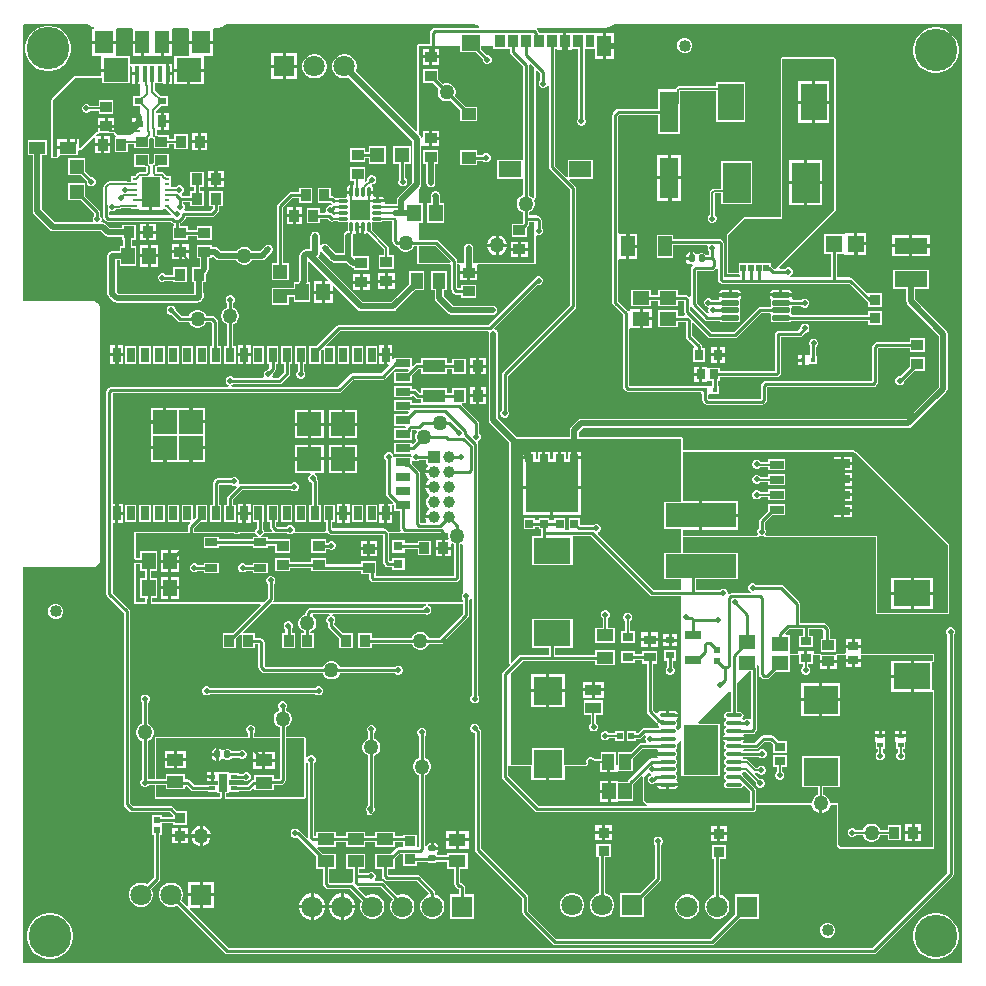
<source format=gtl>
G04*
G04 #@! TF.GenerationSoftware,Altium Limited,Altium Designer,21.9.2 (33)*
G04*
G04 Layer_Physical_Order=1*
G04 Layer_Color=255*
%FSLAX25Y25*%
%MOIN*%
G70*
G04*
G04 #@! TF.SameCoordinates,1119CAD8-5D3F-4E39-9046-3B092D1BD9E9*
G04*
G04*
G04 #@! TF.FilePolarity,Positive*
G04*
G01*
G75*
%ADD14C,0.01000*%
%ADD15C,0.00600*%
%ADD17C,0.00800*%
%ADD22R,0.02165X0.01378*%
%ADD26R,0.03543X0.02953*%
%ADD27R,0.05733X0.02977*%
%ADD28R,0.02362X0.01968*%
%ADD29O,0.05512X0.01378*%
%ADD30R,0.05787X0.04567*%
%ADD31R,0.04724X0.02559*%
%ADD32R,0.04134X0.03543*%
%ADD33R,0.03543X0.02756*%
%ADD34R,0.03700X0.03000*%
%ADD35R,0.05394X0.03937*%
%ADD36R,0.01968X0.02362*%
%ADD37R,0.03150X0.02362*%
%ADD38R,0.03937X0.03150*%
%ADD39R,0.23622X0.07913*%
%ADD40R,0.12402X0.08661*%
%ADD41R,0.04638X0.05339*%
%ADD42R,0.04152X0.05339*%
%ADD43R,0.05733X0.04940*%
%ADD44R,0.11417X0.09449*%
%ADD45R,0.01968X0.01575*%
%ADD46R,0.05315X0.03740*%
%ADD47R,0.11811X0.16535*%
%ADD48R,0.09646X0.09252*%
%ADD49R,0.03543X0.03937*%
%ADD50R,0.01575X0.05315*%
%ADD51R,0.06299X0.07480*%
%ADD52R,0.08268X0.07874*%
%ADD53R,0.04724X0.07480*%
%ADD54R,0.04528X0.05709*%
%ADD55R,0.03819X0.03543*%
%ADD56C,0.05000*%
%ADD57R,0.04134X0.02559*%
G04:AMPARAMS|DCode=58|XSize=23.62mil|YSize=21.26mil|CornerRadius=5.63mil|HoleSize=0mil|Usage=FLASHONLY|Rotation=90.000|XOffset=0mil|YOffset=0mil|HoleType=Round|Shape=RoundedRectangle|*
%AMROUNDEDRECTD58*
21,1,0.02362,0.00999,0,0,90.0*
21,1,0.01235,0.02126,0,0,90.0*
1,1,0.01127,0.00500,0.00618*
1,1,0.01127,0.00500,-0.00618*
1,1,0.01127,-0.00500,-0.00618*
1,1,0.01127,-0.00500,0.00618*
%
%ADD58ROUNDEDRECTD58*%
%ADD59R,0.02756X0.04724*%
%ADD60R,0.07874X0.07874*%
%ADD61R,0.03937X0.03543*%
%ADD62R,0.06299X0.09843*%
%ADD63R,0.01575X0.00984*%
%ADD64R,0.02756X0.03937*%
G04:AMPARAMS|DCode=66|XSize=23.62mil|YSize=21.26mil|CornerRadius=5.63mil|HoleSize=0mil|Usage=FLASHONLY|Rotation=180.000|XOffset=0mil|YOffset=0mil|HoleType=Round|Shape=RoundedRectangle|*
%AMROUNDEDRECTD66*
21,1,0.02362,0.00999,0,0,180.0*
21,1,0.01235,0.02126,0,0,180.0*
1,1,0.01127,-0.00618,0.00500*
1,1,0.01127,0.00618,0.00500*
1,1,0.01127,0.00618,-0.00500*
1,1,0.01127,-0.00618,-0.00500*
%
%ADD66ROUNDEDRECTD66*%
%ADD67R,0.05787X0.04370*%
%ADD69R,0.04724X0.03937*%
%ADD70R,0.06102X0.05315*%
%ADD71R,0.02756X0.03347*%
%ADD72R,0.05787X0.04528*%
%ADD73R,0.01772X0.01772*%
%ADD74R,0.03110X0.03661*%
G04:AMPARAMS|DCode=75|XSize=57.87mil|YSize=18.9mil|CornerRadius=2.36mil|HoleSize=0mil|Usage=FLASHONLY|Rotation=180.000|XOffset=0mil|YOffset=0mil|HoleType=Round|Shape=RoundedRectangle|*
%AMROUNDEDRECTD75*
21,1,0.05787,0.01417,0,0,180.0*
21,1,0.05315,0.01890,0,0,180.0*
1,1,0.00472,-0.02657,0.00709*
1,1,0.00472,0.02657,0.00709*
1,1,0.00472,0.02657,-0.00709*
1,1,0.00472,-0.02657,-0.00709*
%
%ADD75ROUNDEDRECTD75*%
%ADD76R,0.04528X0.06693*%
%ADD77R,0.03347X0.04331*%
%ADD78R,0.04606X0.07087*%
%ADD79R,0.06299X0.13780*%
%ADD80R,0.05542X0.05756*%
%ADD81R,0.11063X0.05394*%
%ADD82R,0.09500X0.13500*%
%ADD83R,0.07480X0.04331*%
%ADD84R,0.02953X0.04331*%
%ADD85R,0.07480X0.05315*%
%ADD86R,0.04724X0.02756*%
%ADD87R,0.02756X0.02362*%
%ADD88R,0.04724X0.04724*%
%ADD89R,0.04724X0.04724*%
%ADD90R,0.03150X0.03150*%
%ADD91R,0.05512X0.03937*%
%ADD92R,0.04134X0.05512*%
%ADD93R,0.05591X0.03937*%
%ADD94R,0.02362X0.02323*%
%ADD95R,0.08661X0.12402*%
%ADD132R,0.02756X0.06299*%
%ADD178R,0.02657X0.02953*%
%ADD179R,0.02657X0.02579*%
%ADD180R,0.17756X0.16910*%
%ADD181C,0.04000*%
%ADD182O,0.01102X0.03347*%
%ADD183R,0.06693X0.06693*%
%ADD184O,0.03347X0.01102*%
%ADD185R,0.01968X0.02480*%
%ADD186C,0.02000*%
%ADD187C,0.00799*%
%ADD188C,0.07087*%
%ADD189R,0.07087X0.07087*%
%ADD190C,0.03960*%
%ADD191R,0.03960X0.03960*%
%ADD192C,0.14173*%
%ADD193C,0.02000*%
G36*
X313941Y1020D02*
X1020D01*
X1020Y132839D01*
X24016D01*
X24072Y132850D01*
X24129Y132845D01*
X24479Y132884D01*
X24589Y132919D01*
X24702Y132935D01*
X25036Y133051D01*
X25134Y133109D01*
X25242Y133150D01*
X25540Y133338D01*
X25624Y133416D01*
X25719Y133480D01*
X25969Y133730D01*
X26032Y133825D01*
X26111Y133908D01*
X26299Y134207D01*
X26340Y134315D01*
X26398Y134413D01*
X26514Y134746D01*
X26530Y134860D01*
X26565Y134969D01*
X26604Y135320D01*
X26599Y135377D01*
X26610Y135433D01*
X26610Y218898D01*
X26599Y218954D01*
X26604Y219011D01*
X26565Y219361D01*
X26530Y219471D01*
X26514Y219584D01*
X26398Y219917D01*
X26340Y220016D01*
X26299Y220123D01*
X26111Y220422D01*
X26032Y220505D01*
X25969Y220601D01*
X25719Y220850D01*
X25624Y220914D01*
X25540Y220993D01*
X25242Y221181D01*
X25134Y221221D01*
X25035Y221280D01*
X24702Y221396D01*
X24589Y221412D01*
X24479Y221446D01*
X24129Y221486D01*
X24072Y221481D01*
X24016Y221492D01*
X1020D01*
X1020Y313587D01*
X1373Y313941D01*
X22403Y313937D01*
X22746Y313623D01*
X22838Y313567D01*
X22919Y313495D01*
X23662Y313061D01*
X23765Y313026D01*
X23859Y312972D01*
X24444Y312780D01*
X24364Y312280D01*
X23867D01*
Y308240D01*
X31766D01*
Y312063D01*
X31766Y312280D01*
X32149Y312563D01*
X37067D01*
X37450Y312280D01*
X37450Y312063D01*
Y308240D01*
X40612D01*
Y307740D01*
X41112D01*
Y303200D01*
X43643D01*
X43774Y303200D01*
X44142D01*
X44274Y303200D01*
X46805D01*
Y307740D01*
X47305D01*
Y308240D01*
X50467D01*
Y312063D01*
X50467Y312280D01*
X50850Y312563D01*
X55768D01*
X56150Y312280D01*
X56150Y312063D01*
Y308240D01*
X64050D01*
Y312063D01*
X64050Y312280D01*
X64433Y312563D01*
X65220D01*
X65273Y312574D01*
X65327Y312569D01*
X66184Y312659D01*
X66287Y312691D01*
X66395Y312704D01*
X67213Y312973D01*
X67308Y313026D01*
X67411Y313062D01*
X68154Y313498D01*
X68235Y313570D01*
X68328Y313627D01*
X68669Y313941D01*
X151671Y313937D01*
X152013Y313623D01*
X152106Y313567D01*
X152187Y313495D01*
X152838Y313115D01*
X152798Y312758D01*
X152737Y312615D01*
X138065D01*
X137675Y312537D01*
X137344Y312316D01*
X136758Y311731D01*
X136537Y311400D01*
X136460Y311010D01*
Y307212D01*
X132874D01*
X132491Y307054D01*
X132333Y306671D01*
Y278223D01*
X131871Y278032D01*
X111752Y298151D01*
X111768Y298180D01*
X112043Y299208D01*
Y300272D01*
X111768Y301301D01*
X111235Y302223D01*
X110483Y302976D01*
X109561Y303508D01*
X108532Y303783D01*
X107468D01*
X106439Y303508D01*
X105517Y302976D01*
X104765Y302223D01*
X104232Y301301D01*
X103957Y300272D01*
Y299208D01*
X104232Y298180D01*
X104765Y297257D01*
X105517Y296505D01*
X106439Y295972D01*
X107468Y295697D01*
X108532D01*
X109561Y295972D01*
X109589Y295989D01*
X130557Y275020D01*
Y261002D01*
X125813Y256258D01*
X125482Y255762D01*
X125365Y255177D01*
Y253870D01*
X121642D01*
X121375Y254370D01*
X121391Y254394D01*
X121396Y254421D01*
X118996D01*
Y254921D01*
X118496D01*
Y256299D01*
X117959D01*
X117713Y256493D01*
X117519Y256738D01*
Y257276D01*
X116142D01*
Y258276D01*
X117519D01*
Y258898D01*
X117414Y259425D01*
X117116Y259872D01*
X117277Y260365D01*
X117403D01*
X117954Y260594D01*
X118376Y261016D01*
X118604Y261567D01*
Y262164D01*
X118376Y262715D01*
X117954Y263137D01*
X117403Y263365D01*
X116806D01*
X116255Y263137D01*
X115833Y262715D01*
X115604Y262164D01*
Y261710D01*
X115247Y261353D01*
X114848Y261661D01*
Y266141D01*
X109911D01*
Y261598D01*
X111287D01*
Y260422D01*
X110787Y260155D01*
X110763Y260170D01*
X110736Y260176D01*
Y257776D01*
X110236D01*
Y257276D01*
X108859D01*
Y256653D01*
X108904Y256423D01*
X108504Y255993D01*
X106260D01*
X105850Y255911D01*
X105740Y255838D01*
X104956D01*
X104594Y256201D01*
X104263Y256422D01*
X103873Y256500D01*
X103628D01*
Y259294D01*
X99085D01*
Y254357D01*
X103455D01*
X103790Y253954D01*
X103789Y253930D01*
X103645Y253468D01*
X103048D01*
X102497Y253240D01*
X102075Y252818D01*
X101847Y252267D01*
Y251670D01*
X101909Y251520D01*
X101575Y251020D01*
X99910D01*
Y252468D01*
X95366D01*
Y247532D01*
X99910D01*
Y248980D01*
X102006D01*
X102086Y248926D01*
X102438Y248857D01*
X103000Y248295D01*
X103331Y248074D01*
X103721Y247996D01*
X104111Y248074D01*
X104148Y248098D01*
X105740D01*
X105850Y248026D01*
X106260Y247944D01*
X108504D01*
X108543Y247952D01*
X109043Y247822D01*
X109172Y247322D01*
X109165Y247284D01*
Y245039D01*
X109200Y244861D01*
X108667Y244755D01*
X108170Y244423D01*
X107839Y243927D01*
X107723Y243341D01*
Y237395D01*
X105319D01*
X102459Y240255D01*
X102334Y240338D01*
X102228Y240445D01*
X102088Y240503D01*
X101963Y240586D01*
X101815Y240616D01*
X101676Y240673D01*
X101526D01*
X101378Y240703D01*
X101230Y240673D01*
X101080D01*
X100940Y240616D01*
X100793Y240586D01*
X100667Y240503D01*
X100528Y240445D01*
X100422Y240338D01*
X100296Y240255D01*
X100236Y240164D01*
X100161Y240155D01*
X99736Y240370D01*
Y243110D01*
X99707Y243258D01*
Y243409D01*
X99649Y243548D01*
X99620Y243695D01*
X99536Y243821D01*
X99478Y243960D01*
X99372Y244066D01*
X99288Y244192D01*
X99163Y244275D01*
X99056Y244382D01*
X98917Y244440D01*
X98792Y244523D01*
X98644Y244553D01*
X98505Y244610D01*
X98354D01*
X98207Y244640D01*
X98059Y244610D01*
X97908D01*
X97769Y244553D01*
X97621Y244523D01*
X97496Y244440D01*
X97357Y244382D01*
X97250Y244275D01*
X97125Y244192D01*
X97041Y244066D01*
X96935Y243960D01*
X96877Y243821D01*
X96794Y243695D01*
X96764Y243548D01*
X96707Y243409D01*
Y243258D01*
X96677Y243110D01*
Y238734D01*
X95074D01*
X94489Y238618D01*
X93993Y238286D01*
X93407Y237700D01*
X93075Y237204D01*
X92959Y236619D01*
Y232283D01*
Y228488D01*
X92816Y228345D01*
X92485Y227849D01*
X92468Y227764D01*
X91134D01*
Y225939D01*
X87992D01*
X87765Y225894D01*
X83752D01*
Y220169D01*
X89476D01*
Y222880D01*
X91134D01*
Y221055D01*
X96661D01*
Y227764D01*
X96092D01*
X96018Y227854D01*
Y232283D01*
Y234414D01*
X96479Y234605D01*
X102559Y228526D01*
X102368Y228064D01*
X101484D01*
Y224909D01*
X104048D01*
Y226383D01*
X104510Y226575D01*
X112445Y218640D01*
X112941Y218308D01*
X113526Y218192D01*
X124150D01*
X124736Y218308D01*
X125232Y218640D01*
X131683Y225091D01*
X134653D01*
Y231602D01*
X129520D01*
Y227253D01*
X123517Y221251D01*
X114160D01*
X99288Y236122D01*
X99288Y236123D01*
X99620Y236619D01*
X99736Y237205D01*
Y237977D01*
X100161Y238192D01*
X100236Y238182D01*
X100296Y238092D01*
X103604Y234785D01*
X104100Y234453D01*
X104685Y234337D01*
X108618D01*
X109883Y233072D01*
X110379Y232741D01*
X110965Y232624D01*
X111205D01*
Y231882D01*
X116142D01*
Y236425D01*
X111205D01*
X111205Y236425D01*
X110781Y236610D01*
Y243341D01*
X110743Y243535D01*
X110827Y243619D01*
X110901Y243730D01*
X111080Y243912D01*
X111526Y243868D01*
X111678Y243767D01*
X111705Y243761D01*
Y246161D01*
X112705D01*
Y243761D01*
X112732Y243767D01*
X113179Y244065D01*
X113199D01*
X113646Y243767D01*
X113673Y243761D01*
Y246161D01*
X114673D01*
Y243761D01*
X114700Y243767D01*
X115147Y244065D01*
X115732Y244049D01*
X116040Y243988D01*
X121209Y238819D01*
Y236720D01*
X119556D01*
Y232177D01*
X124493D01*
Y236720D01*
X122840D01*
Y239157D01*
X122840Y239157D01*
X122778Y239469D01*
X122601Y239734D01*
X122601Y239734D01*
X117213Y245121D01*
Y247284D01*
X117206Y247322D01*
X117335Y247822D01*
X117835Y247952D01*
X117874Y247944D01*
X120118D01*
X120528Y248026D01*
X120637Y248098D01*
X123890D01*
X123980Y248008D01*
Y241531D01*
X124058Y241141D01*
X124279Y240810D01*
X124865Y240224D01*
X125196Y240003D01*
X125586Y239925D01*
X125654D01*
X125691Y239787D01*
X126086Y239103D01*
X126644Y238544D01*
X127328Y238149D01*
X128091Y237945D01*
X128881D01*
X129644Y238149D01*
X130328Y238544D01*
X130887Y239103D01*
X131282Y239787D01*
X131319Y239925D01*
X132333D01*
Y234252D01*
X132491Y233869D01*
X132874Y233711D01*
X143190D01*
X143548Y233490D01*
X143630Y233349D01*
Y225385D01*
X143708Y224995D01*
X143929Y224664D01*
X144609Y223984D01*
X144940Y223763D01*
X145330Y223685D01*
X146904D01*
Y222433D01*
X151840D01*
Y226976D01*
X146904D01*
Y225724D01*
X145752D01*
X145669Y225807D01*
Y233711D01*
X146160D01*
X146604Y233576D01*
X146604Y233211D01*
Y231504D01*
X149372D01*
X152140D01*
X152141Y233576D01*
X152585Y233711D01*
X171260D01*
X171642Y233869D01*
X171801Y234252D01*
Y237205D01*
Y243168D01*
X172301Y243502D01*
X172440Y243444D01*
X173037D01*
X173588Y243672D01*
X174010Y244094D01*
X174238Y244646D01*
Y245243D01*
X174010Y245794D01*
X173758Y246046D01*
Y248430D01*
X173680Y248820D01*
X173459Y249151D01*
X172873Y249737D01*
X172543Y249958D01*
X172152Y250035D01*
X169652D01*
Y251192D01*
X170249Y251536D01*
X170808Y252095D01*
X171203Y252779D01*
X171407Y253542D01*
Y254332D01*
X171260Y254883D01*
X171230Y255133D01*
X171495Y255509D01*
X171557Y255578D01*
X171642Y255614D01*
X171689Y255727D01*
X171771Y255818D01*
X171765Y255911D01*
X171801Y255997D01*
Y298160D01*
X172263Y298351D01*
X173193Y297421D01*
Y295122D01*
X172941Y294870D01*
X172713Y294319D01*
Y293722D01*
X172941Y293171D01*
X173363Y292749D01*
X173914Y292520D01*
X174511D01*
X175062Y292749D01*
X175484Y293171D01*
X175549Y293328D01*
X176049Y293229D01*
Y266249D01*
X176127Y265859D01*
X176348Y265528D01*
X183067Y258809D01*
Y220144D01*
X160696Y197773D01*
X160475Y197442D01*
X160398Y197052D01*
Y185157D01*
X160146Y184905D01*
X159917Y184353D01*
Y183757D01*
X160146Y183205D01*
X160568Y182783D01*
X161119Y182555D01*
X161716D01*
X162267Y182783D01*
X162689Y183205D01*
X162917Y183757D01*
Y184353D01*
X162689Y184905D01*
X162437Y185157D01*
Y196630D01*
X184808Y219000D01*
X185029Y219331D01*
X185106Y219721D01*
Y259231D01*
X185029Y259621D01*
X184808Y259952D01*
X182948Y261812D01*
X183139Y262274D01*
X190896D01*
Y268589D01*
X182415D01*
Y262998D01*
X181953Y262806D01*
X178088Y266671D01*
Y305384D01*
X178926D01*
Y305084D01*
X180900D01*
Y308049D01*
Y311015D01*
X178926D01*
Y310715D01*
X172758D01*
Y311010D01*
X172681Y311400D01*
X172459Y311731D01*
X172127Y312063D01*
X172334Y312563D01*
X194488D01*
X194541Y312574D01*
X194595Y312569D01*
X195451Y312659D01*
X195555Y312691D01*
X195663Y312704D01*
X196481Y312973D01*
X196576Y313026D01*
X196679Y313062D01*
X197422Y313498D01*
X197503Y313570D01*
X197596Y313627D01*
X197937Y313941D01*
X313941Y313941D01*
Y1020D01*
D02*
G37*
G36*
X157573Y305384D02*
X163283D01*
Y304435D01*
X163360Y304045D01*
X163581Y303714D01*
X167613Y299682D01*
Y268997D01*
X167392Y268589D01*
X167113Y268589D01*
X158911D01*
Y262274D01*
X167113D01*
X167392Y262274D01*
X167613Y261865D01*
Y256830D01*
X167250Y256733D01*
X166565Y256338D01*
X166007Y255779D01*
X165612Y255095D01*
X165408Y254332D01*
Y253542D01*
X165612Y252779D01*
X166007Y252095D01*
X166565Y251536D01*
X167250Y251141D01*
X167613Y251044D01*
Y247683D01*
X167259Y247329D01*
X163870D01*
Y242785D01*
X168807D01*
Y245955D01*
X168884Y246070D01*
X169354Y246540D01*
X169575Y246871D01*
X169652Y247261D01*
Y247996D01*
X171260D01*
Y245295D01*
X171238Y245243D01*
Y244646D01*
X171260Y244594D01*
Y237205D01*
Y234252D01*
X150901D01*
Y239173D01*
X150872Y239321D01*
Y239472D01*
X150814Y239611D01*
X150785Y239758D01*
X150701Y239884D01*
X150644Y240023D01*
X150537Y240129D01*
X150453Y240255D01*
X150328Y240338D01*
X150222Y240445D01*
X150083Y240503D01*
X149957Y240586D01*
X149810Y240616D01*
X149670Y240673D01*
X149520D01*
X149372Y240703D01*
X149224Y240673D01*
X149074D01*
X148934Y240616D01*
X148787Y240586D01*
X148661Y240503D01*
X148522Y240445D01*
X148416Y240338D01*
X148291Y240255D01*
X148207Y240129D01*
X148100Y240023D01*
X148043Y239884D01*
X147959Y239758D01*
X147930Y239611D01*
X147872Y239472D01*
Y239321D01*
X147843Y239173D01*
Y234252D01*
X145669D01*
Y234941D01*
X145592Y235331D01*
X145371Y235662D01*
X139367Y241666D01*
X139036Y241887D01*
X138646Y241965D01*
X132874D01*
Y247630D01*
X134063D01*
Y254339D01*
X132874D01*
Y258993D01*
X133168Y259287D01*
X133500Y259783D01*
X133616Y260368D01*
Y273038D01*
X134043Y273216D01*
X134116Y273216D01*
X136311D01*
Y275787D01*
Y278359D01*
X134043D01*
Y276072D01*
X133543Y276023D01*
X133500Y276239D01*
X133168Y276735D01*
X132874Y277029D01*
Y306671D01*
X146510D01*
Y304400D01*
X151777D01*
X154129Y302047D01*
Y301691D01*
X154357Y301139D01*
X154779Y300717D01*
X155331Y300489D01*
X155927D01*
X156479Y300717D01*
X156901Y301139D01*
X157129Y301691D01*
Y302288D01*
X156901Y302839D01*
X156479Y303261D01*
X155927Y303489D01*
X155571D01*
X153612Y305448D01*
Y306671D01*
X157573D01*
Y305384D01*
D02*
G37*
G36*
X171260Y299354D02*
Y255997D01*
X170967Y255856D01*
X170760Y255827D01*
X170249Y256338D01*
X169652Y256682D01*
Y300104D01*
X169615Y300292D01*
X170076Y300538D01*
X171260Y299354D01*
D02*
G37*
G36*
X143397Y234752D02*
X143190Y234252D01*
X132874D01*
Y239925D01*
X138224D01*
X143397Y234752D01*
D02*
G37*
%LPC*%
G36*
X194128Y311015D02*
X191525D01*
Y310715D01*
X183873D01*
Y311015D01*
X181900D01*
Y308049D01*
Y305084D01*
X183873D01*
Y305384D01*
X185988D01*
Y282598D01*
X185736Y282346D01*
X185508Y281794D01*
Y281198D01*
X185736Y280646D01*
X186158Y280224D01*
X186709Y279996D01*
X187306D01*
X187857Y280224D01*
X188279Y280646D01*
X188508Y281198D01*
Y281794D01*
X188279Y282346D01*
X188028Y282598D01*
Y305384D01*
X191525D01*
Y302328D01*
X194128D01*
Y306671D01*
Y311015D01*
D02*
G37*
G36*
X197731D02*
X195128D01*
Y307171D01*
X197731D01*
Y311015D01*
D02*
G37*
G36*
X221954Y309171D02*
X220959D01*
X220040Y308791D01*
X219337Y308087D01*
X218957Y307169D01*
Y306174D01*
X219337Y305255D01*
X220040Y304552D01*
X220959Y304171D01*
X221954D01*
X222873Y304552D01*
X223576Y305255D01*
X223957Y306174D01*
Y307169D01*
X223576Y308087D01*
X222873Y308791D01*
X221954Y309171D01*
D02*
G37*
G36*
X50467Y307240D02*
X47805D01*
Y303200D01*
X50467D01*
Y307240D01*
D02*
G37*
G36*
X40112D02*
X37450D01*
Y303200D01*
X40112D01*
Y307240D01*
D02*
G37*
G36*
X197731Y306171D02*
X195128D01*
Y302328D01*
X197731D01*
Y306171D01*
D02*
G37*
G36*
X92343Y304083D02*
X88500D01*
Y300240D01*
X92343D01*
Y304083D01*
D02*
G37*
G36*
X87500D02*
X83657D01*
Y300240D01*
X87500D01*
Y304083D01*
D02*
G37*
G36*
X64050Y307240D02*
X56150D01*
Y303225D01*
X51229D01*
Y298988D01*
X61097D01*
Y303200D01*
X64050D01*
Y307240D01*
D02*
G37*
G36*
X9999Y313295D02*
X8505D01*
X7039Y313004D01*
X5658Y312432D01*
X4416Y311602D01*
X3359Y310545D01*
X2529Y309302D01*
X1957Y307922D01*
X1665Y306456D01*
Y304961D01*
X1957Y303496D01*
X2529Y302115D01*
X3359Y300872D01*
X4416Y299816D01*
X5658Y298986D01*
X7039Y298414D01*
X8505Y298122D01*
X9999D01*
X11465Y298414D01*
X12846Y298986D01*
X14088Y299816D01*
X15145Y300872D01*
X15975Y302115D01*
X16547Y303496D01*
X16839Y304961D01*
Y306456D01*
X16547Y307922D01*
X15975Y309302D01*
X15145Y310545D01*
X14088Y311602D01*
X12846Y312432D01*
X11465Y313004D01*
X9999Y313295D01*
D02*
G37*
G36*
X50664Y300666D02*
X49576D01*
Y297709D01*
X50664D01*
Y300666D01*
D02*
G37*
G36*
X305865Y312705D02*
X304371D01*
X302905Y312413D01*
X301524Y311841D01*
X300282Y311011D01*
X299225Y309954D01*
X298395Y308712D01*
X297823Y307331D01*
X297532Y305865D01*
Y304371D01*
X297823Y302905D01*
X298395Y301524D01*
X299225Y300282D01*
X300282Y299225D01*
X301524Y298395D01*
X302905Y297823D01*
X304371Y297532D01*
X305865D01*
X307331Y297823D01*
X308712Y298395D01*
X309954Y299225D01*
X311011Y300282D01*
X311841Y301524D01*
X312413Y302905D01*
X312705Y304371D01*
Y305865D01*
X312413Y307331D01*
X311841Y308712D01*
X311011Y309954D01*
X309954Y311011D01*
X308712Y311841D01*
X307331Y312413D01*
X305865Y312705D01*
D02*
G37*
G36*
X98532Y303783D02*
X97468D01*
X96439Y303508D01*
X95517Y302976D01*
X94765Y302223D01*
X94232Y301301D01*
X93957Y300272D01*
Y299208D01*
X94232Y298180D01*
X94765Y297257D01*
X95517Y296505D01*
X96439Y295972D01*
X97468Y295697D01*
X98532D01*
X99561Y295972D01*
X100483Y296505D01*
X101235Y297257D01*
X101768Y298180D01*
X102043Y299208D01*
Y300272D01*
X101768Y301301D01*
X101235Y302223D01*
X100483Y302976D01*
X99561Y303508D01*
X98532Y303783D01*
D02*
G37*
G36*
X92343Y299240D02*
X88500D01*
Y295397D01*
X92343D01*
Y299240D01*
D02*
G37*
G36*
X87500D02*
X83657D01*
Y295397D01*
X87500D01*
Y299240D01*
D02*
G37*
G36*
X61097Y297988D02*
X56663D01*
Y293751D01*
X61097D01*
Y297988D01*
D02*
G37*
G36*
X55663D02*
X51229D01*
Y293751D01*
X55663D01*
Y297988D01*
D02*
G37*
G36*
X50664Y296709D02*
X49576D01*
Y293751D01*
X50664D01*
Y296709D01*
D02*
G37*
G36*
X31766Y307240D02*
X23867D01*
Y303200D01*
X26820D01*
Y298988D01*
X31754D01*
Y297988D01*
X26820D01*
Y296564D01*
X18313D01*
X17931Y296406D01*
X17931Y296406D01*
X10414Y288889D01*
X10255Y288506D01*
X10255Y288506D01*
Y269685D01*
X10414Y269302D01*
X10796Y269144D01*
X11935D01*
X12039Y269187D01*
X12151Y269189D01*
X12574Y269373D01*
X12646Y269447D01*
X12741Y269487D01*
X12784Y269590D01*
X12862Y269671D01*
X12862Y269685D01*
X13117Y270169D01*
X19170D01*
Y271614D01*
X19670Y271948D01*
X19763Y271910D01*
X19871D01*
X19970Y271869D01*
X20070Y271910D01*
X20178D01*
X20254Y271986D01*
X20353Y272027D01*
X24291Y275965D01*
X24791Y275757D01*
Y274122D01*
X26862D01*
Y276391D01*
X25424D01*
X25217Y276890D01*
X25646Y277320D01*
X25775D01*
X26158Y277479D01*
X26186Y277547D01*
X29936D01*
X30015Y277532D01*
X30907D01*
X30929Y277479D01*
X31183Y277373D01*
X31187Y277355D01*
X31519Y276859D01*
X31920Y276590D01*
X31845Y276112D01*
X31837Y276091D01*
X31390D01*
Y271153D01*
X35933D01*
Y273874D01*
X37931D01*
Y272418D01*
X42869D01*
Y275544D01*
X42972Y275613D01*
X43317Y275958D01*
X43780Y275959D01*
X43925Y275907D01*
X43943Y275881D01*
X44411Y275413D01*
X44431Y275399D01*
Y272418D01*
X49369D01*
Y273874D01*
X51159D01*
Y272221D01*
X55703D01*
Y277158D01*
X51159D01*
Y275505D01*
X49369D01*
Y276961D01*
X45617D01*
X45528Y276979D01*
X45509D01*
Y278672D01*
X46825D01*
Y281440D01*
Y284209D01*
X45205D01*
Y284913D01*
X46745Y286452D01*
X49203D01*
Y289814D01*
X46745D01*
X44888Y291670D01*
Y294051D01*
X47489D01*
Y293751D01*
X48576D01*
Y297209D01*
Y300666D01*
X47489D01*
Y300366D01*
X37553D01*
X37553Y300366D01*
X37058Y300380D01*
X37030Y300388D01*
X36848Y300451D01*
X36687Y300905D01*
Y303225D01*
X31766D01*
Y307240D01*
D02*
G37*
G36*
X241640Y294506D02*
X231979D01*
Y293118D01*
X219466D01*
X219466Y293118D01*
X219154Y293056D01*
X218889Y292879D01*
X218889Y292879D01*
X218537Y292527D01*
X218361Y292263D01*
X218316Y292035D01*
X212657D01*
Y285665D01*
X199405D01*
X199014Y285588D01*
X198684Y285367D01*
X197592Y284275D01*
X197371Y283944D01*
X197293Y283554D01*
Y221001D01*
X197371Y220611D01*
X197592Y220280D01*
X200826Y217046D01*
Y192901D01*
X200904Y192511D01*
X201125Y192180D01*
X201711Y191594D01*
X202041Y191373D01*
X202432Y191295D01*
X226956D01*
Y190543D01*
X227322D01*
Y188578D01*
X227400Y188188D01*
X227621Y187857D01*
X228206Y187271D01*
X228537Y187050D01*
X228927Y186972D01*
X247201D01*
X247591Y187050D01*
X247922Y187271D01*
X248507Y187857D01*
X248729Y188188D01*
X248806Y188578D01*
Y192878D01*
X284335D01*
X284726Y192956D01*
X285056Y193177D01*
X285642Y193763D01*
X285863Y194093D01*
X285941Y194483D01*
Y205764D01*
X296481D01*
Y204512D01*
X301418D01*
Y209055D01*
X296481D01*
Y207803D01*
X285507D01*
X285117Y207725D01*
X284786Y207504D01*
X284200Y206919D01*
X283979Y206588D01*
X283902Y206198D01*
Y194917D01*
X248372D01*
X247982Y194840D01*
X247651Y194619D01*
X247066Y194033D01*
X246845Y193702D01*
X246767Y193312D01*
Y189012D01*
X229361D01*
Y190190D01*
X229715Y190543D01*
X230105D01*
X230227Y190543D01*
X232877D01*
Y193315D01*
X232511D01*
Y194879D01*
X233130D01*
Y196032D01*
X251946D01*
X252336Y196110D01*
X252667Y196331D01*
X253253Y196917D01*
X253473Y197248D01*
X253551Y197638D01*
Y209610D01*
X259703D01*
X260093Y209688D01*
X260424Y209909D01*
X261466Y210951D01*
X261822D01*
X262373Y211179D01*
X262795Y211601D01*
X263024Y212152D01*
Y212749D01*
X262795Y213300D01*
X262373Y213722D01*
X261822Y213951D01*
X261225D01*
X260674Y213722D01*
X260252Y213300D01*
X260024Y212749D01*
Y212393D01*
X259280Y211649D01*
X252532D01*
X252141Y211572D01*
X251811Y211351D01*
X251589Y211020D01*
X251512Y210630D01*
Y198072D01*
X233130D01*
Y199225D01*
X229403D01*
X229374Y199225D01*
X228903Y199294D01*
Y199525D01*
X227225D01*
Y197052D01*
Y194579D01*
X228903D01*
Y194810D01*
X229374Y194879D01*
X229403Y194879D01*
X230472D01*
Y193668D01*
X230118Y193315D01*
X229728D01*
X229606Y193315D01*
X228440D01*
X228342Y193334D01*
X202865D01*
Y212224D01*
X203174Y212597D01*
X203365Y212597D01*
X206367D01*
Y215660D01*
Y218724D01*
X203174D01*
Y218180D01*
X202674Y218029D01*
X202567Y218189D01*
X199333Y221423D01*
Y235139D01*
X199397Y235612D01*
X199833Y235612D01*
X201961D01*
Y239758D01*
Y243905D01*
X199397Y243905D01*
X199333Y244378D01*
Y283132D01*
X199827Y283626D01*
X212657D01*
Y277256D01*
X219957D01*
Y291487D01*
X231979D01*
Y281104D01*
X241640D01*
Y294506D01*
D02*
G37*
G36*
X49503Y284209D02*
X47825D01*
Y281940D01*
X49503D01*
Y284209D01*
D02*
G37*
G36*
Y280940D02*
X47825D01*
Y278672D01*
X49503D01*
Y280940D01*
D02*
G37*
G36*
X62302Y277458D02*
X60230D01*
Y275190D01*
X62302D01*
Y277458D01*
D02*
G37*
G36*
X59230D02*
X57159D01*
Y275190D01*
X59230D01*
Y277458D01*
D02*
G37*
G36*
X29934Y276391D02*
X27862D01*
Y274122D01*
X29934D01*
Y276391D01*
D02*
G37*
G36*
X62302Y274190D02*
X60230D01*
Y271921D01*
X62302D01*
Y274190D01*
D02*
G37*
G36*
X59230D02*
X57159D01*
Y271921D01*
X59230D01*
Y274190D01*
D02*
G37*
G36*
X121760Y273031D02*
X116035D01*
Y271188D01*
X114848D01*
Y272440D01*
X109911D01*
Y267897D01*
X114848D01*
Y269149D01*
X116035D01*
Y267306D01*
X121760D01*
Y273031D01*
D02*
G37*
G36*
X29934Y273122D02*
X27862D01*
Y270853D01*
X29934D01*
Y273122D01*
D02*
G37*
G36*
X26862D02*
X24791D01*
Y270853D01*
X26862D01*
Y273122D01*
D02*
G37*
G36*
X49369Y270662D02*
X44431D01*
Y267709D01*
X44370Y267668D01*
X43960Y267259D01*
X43650Y267220D01*
X43339Y267259D01*
X42930Y267668D01*
X42869Y267709D01*
Y270662D01*
X37931D01*
Y266119D01*
X41683D01*
X41772Y266101D01*
X41832D01*
Y264646D01*
X41736Y264550D01*
X39921D01*
X39570Y264480D01*
X39272Y264281D01*
X38687Y263695D01*
X38614Y263586D01*
X38160Y263132D01*
X36883D01*
Y261286D01*
X35934D01*
X35847Y261344D01*
X35496Y261414D01*
X29389D01*
X29038Y261344D01*
X28740Y261145D01*
X27895Y260300D01*
X27696Y260002D01*
X27626Y259651D01*
Y253955D01*
X27570Y253871D01*
X27492Y253480D01*
Y249633D01*
X27570Y249243D01*
X27791Y248912D01*
X28408Y248295D01*
X28739Y248074D01*
X29129Y247996D01*
X50148D01*
X50521Y247622D01*
X50852Y247401D01*
X51159Y247340D01*
Y246563D01*
X50815D01*
Y242020D01*
X55752D01*
Y243272D01*
X58765D01*
Y242020D01*
X63702D01*
Y246563D01*
X58765D01*
Y245311D01*
X55752D01*
Y246563D01*
X53198D01*
Y247367D01*
X53372Y247401D01*
X53703Y247622D01*
X54933Y248853D01*
X55154Y249183D01*
X55219Y249508D01*
X63717D01*
X64107Y249586D01*
X64438Y249807D01*
X65878Y251248D01*
X66100Y251578D01*
X66177Y251969D01*
Y253199D01*
X67429D01*
Y258136D01*
X62886D01*
Y253199D01*
X64138D01*
Y252391D01*
X63295Y251547D01*
X54706D01*
X54499Y252047D01*
X54555Y252103D01*
X54783Y252654D01*
Y253251D01*
X54555Y253802D01*
X54209Y254148D01*
X54237Y254648D01*
X56587D01*
Y253199D01*
X61130D01*
Y258136D01*
X59878D01*
Y259672D01*
X61130D01*
Y264609D01*
X56587D01*
Y259672D01*
X57839D01*
Y258136D01*
X56587D01*
Y256687D01*
X53987D01*
X53884Y256813D01*
X53832Y257325D01*
X54254Y257747D01*
X54482Y258298D01*
Y258895D01*
X54254Y259447D01*
X53832Y259869D01*
X53280Y260097D01*
X52684D01*
X52132Y259869D01*
X51778Y259514D01*
X50087D01*
Y263132D01*
X48810D01*
X48357Y263586D01*
X48283Y263695D01*
X47698Y264281D01*
X47400Y264480D01*
X47049Y264550D01*
X45468D01*
Y266101D01*
X45528D01*
X45617Y266119D01*
X49369D01*
Y270662D01*
D02*
G37*
G36*
X220257Y270288D02*
X216807D01*
Y263098D01*
X220257D01*
Y270288D01*
D02*
G37*
G36*
X215807D02*
X212357D01*
Y263098D01*
X215807D01*
Y270288D01*
D02*
G37*
G36*
X67729Y264909D02*
X65658D01*
Y262640D01*
X67729D01*
Y264909D01*
D02*
G37*
G36*
X64657D02*
X62586D01*
Y262640D01*
X64657D01*
Y264909D01*
D02*
G37*
G36*
X130028Y273031D02*
X124303D01*
Y267306D01*
X126146D01*
Y261900D01*
X126002Y261553D01*
Y260956D01*
X126230Y260405D01*
X126652Y259983D01*
X127204Y259754D01*
X127800D01*
X128352Y259983D01*
X128774Y260405D01*
X129002Y260956D01*
Y261553D01*
X128774Y262104D01*
X128352Y262526D01*
X128185Y262595D01*
Y267306D01*
X130028D01*
Y273031D01*
D02*
G37*
G36*
X21563Y269136D02*
X15839D01*
Y263412D01*
X20121D01*
X22122Y261411D01*
Y260956D01*
X22350Y260405D01*
X22772Y259983D01*
X23324Y259754D01*
X23920D01*
X24472Y259983D01*
X24894Y260405D01*
X25122Y260956D01*
Y261553D01*
X24894Y262104D01*
X24472Y262526D01*
X23920Y262754D01*
X23662D01*
X21563Y264854D01*
Y269136D01*
D02*
G37*
G36*
X67729Y261640D02*
X65658D01*
Y259372D01*
X67729D01*
Y261640D01*
D02*
G37*
G36*
X64657D02*
X62586D01*
Y259372D01*
X64657D01*
Y261640D01*
D02*
G37*
G36*
X243967Y268241D02*
X233467D01*
Y259021D01*
X231252D01*
X231252Y259021D01*
X230940Y258959D01*
X230676Y258782D01*
X230676Y258782D01*
X230016Y258122D01*
X229840Y257858D01*
X229777Y257546D01*
X229778Y257546D01*
Y250302D01*
X229743Y250287D01*
X229322Y249865D01*
X229093Y249314D01*
Y248717D01*
X229322Y248166D01*
X229743Y247744D01*
X230295Y247516D01*
X230891D01*
X231443Y247744D01*
X231865Y248166D01*
X232093Y248717D01*
Y249314D01*
X231865Y249865D01*
X231443Y250287D01*
X231409Y250302D01*
Y257208D01*
X231590Y257389D01*
X233467D01*
Y253741D01*
X243967D01*
Y268241D01*
D02*
G37*
G36*
X109736Y260176D02*
X109709Y260170D01*
X109262Y259872D01*
X108963Y259425D01*
X108859Y258898D01*
Y258276D01*
X109736D01*
Y260176D01*
D02*
G37*
G36*
X120118Y256299D02*
X119496D01*
Y255421D01*
X121396D01*
X121391Y255449D01*
X121092Y255895D01*
X120645Y256194D01*
X120118Y256299D01*
D02*
G37*
G36*
X220257Y262098D02*
X216807D01*
Y254909D01*
X220257D01*
Y262098D01*
D02*
G37*
G36*
X215807D02*
X212357D01*
Y254909D01*
X215807D01*
Y262098D01*
D02*
G37*
G36*
X97329Y259294D02*
X92785D01*
Y257845D01*
X90158D01*
X89767Y257767D01*
X89437Y257546D01*
X85893Y254003D01*
X85672Y253672D01*
X85595Y253282D01*
Y234161D01*
X83752D01*
Y228437D01*
X89476D01*
Y234161D01*
X87634D01*
Y252860D01*
X90580Y255806D01*
X92785D01*
Y254357D01*
X97329D01*
Y259294D01*
D02*
G37*
G36*
X93910Y252768D02*
X91839D01*
Y250500D01*
X93910D01*
Y252768D01*
D02*
G37*
G36*
X90839D02*
X88767D01*
Y250500D01*
X90839D01*
Y252768D01*
D02*
G37*
G36*
X271262Y302707D02*
X253937D01*
X253554Y302548D01*
X253396Y302165D01*
Y249905D01*
X253042Y249552D01*
X241413Y249557D01*
X241413Y249557D01*
X241413Y249557D01*
X241230Y249481D01*
X241030Y249399D01*
X241030Y249398D01*
X241030Y249398D01*
X235548Y243916D01*
X235389Y243533D01*
X235389Y243533D01*
Y231004D01*
X235548Y230621D01*
X235931Y230463D01*
X239443D01*
X239908Y230114D01*
Y229366D01*
X234410D01*
Y240744D01*
X234333Y241134D01*
X234112Y241465D01*
X233526Y242051D01*
X233195Y242271D01*
X232805Y242349D01*
X217626D01*
Y243605D01*
X212098D01*
Y235912D01*
X217626D01*
Y240310D01*
X228871D01*
X229198Y239810D01*
X229093Y239556D01*
Y238960D01*
X229322Y238408D01*
X229573Y238156D01*
Y236756D01*
X228590D01*
X228588Y236769D01*
X228353Y237121D01*
X228001Y237356D01*
X227586Y237438D01*
X226587D01*
X226172Y237356D01*
X225896Y237171D01*
X225708Y237137D01*
X225273Y237202D01*
X225183Y237337D01*
X224732Y237638D01*
X224201Y237744D01*
Y235736D01*
X223701D01*
Y235236D01*
X221811D01*
Y235119D01*
X221917Y234587D01*
X222218Y234136D01*
X222669Y233834D01*
X223201Y233728D01*
X223985D01*
X224061Y233625D01*
X224173Y233228D01*
X223689Y232743D01*
X223467Y232413D01*
X223390Y232022D01*
Y223060D01*
X222890Y222864D01*
X222443Y223310D01*
X222112Y223532D01*
X221722Y223609D01*
X219201D01*
Y225353D01*
X212413D01*
Y223609D01*
X210261D01*
Y225353D01*
X203474D01*
Y219826D01*
X210261D01*
Y221570D01*
X212413D01*
Y219826D01*
X219201D01*
Y221570D01*
X221288D01*
Y217804D01*
X221366Y217414D01*
X221522Y217180D01*
X221359Y216680D01*
X219201D01*
Y218424D01*
X212413D01*
Y212897D01*
X219201D01*
Y214641D01*
X221874D01*
Y209646D01*
X221952Y209256D01*
X222173Y208925D01*
X224633Y206465D01*
X224426Y205965D01*
X224047D01*
Y201303D01*
X228157D01*
Y205965D01*
X227122D01*
Y206437D01*
X227044Y206827D01*
X226823Y207158D01*
X223913Y210068D01*
Y214090D01*
X224413Y214257D01*
X224728Y213943D01*
X224728Y213943D01*
X229195Y209475D01*
X229526Y209254D01*
X229917Y209176D01*
X238234D01*
X238625Y209254D01*
X238955Y209475D01*
X246903Y217422D01*
X249955D01*
X250209Y216930D01*
X250175Y216879D01*
X250118Y216591D01*
Y215174D01*
X250175Y214887D01*
X250338Y214643D01*
X250581Y214481D01*
X250868Y214423D01*
X256183D01*
X256470Y214481D01*
X256714Y214643D01*
X256861Y214863D01*
X282512D01*
Y213611D01*
X287331D01*
Y218154D01*
X282512D01*
Y216902D01*
X257097D01*
X256842Y217395D01*
X256877Y217446D01*
X256934Y217733D01*
Y219150D01*
X256896Y219340D01*
X257079Y219683D01*
X257209Y219840D01*
X260320D01*
X260572Y219588D01*
X261123Y219360D01*
X261720D01*
X262271Y219588D01*
X262693Y220010D01*
X262921Y220562D01*
Y221158D01*
X262693Y221710D01*
X262271Y222132D01*
X261720Y222360D01*
X261123D01*
X260572Y222132D01*
X260320Y221880D01*
X257382D01*
X257114Y222380D01*
X257159Y222447D01*
X257240Y222851D01*
Y223060D01*
X253526D01*
X249812D01*
Y222851D01*
X249892Y222447D01*
X250121Y222104D01*
X250208Y222046D01*
X250175Y221997D01*
X250118Y221709D01*
Y220292D01*
X250175Y220005D01*
X250209Y219954D01*
X249955Y219461D01*
X246480D01*
X246090Y219384D01*
X245760Y219163D01*
X237812Y211215D01*
X230339D01*
X226169Y215385D01*
X226169Y215385D01*
X225737Y215817D01*
X225737Y215817D01*
X223327Y218227D01*
Y219405D01*
X223828Y219602D01*
X228268Y215162D01*
X228598Y214941D01*
X228989Y214863D01*
X233261D01*
X233408Y214643D01*
X233652Y214481D01*
X233939Y214423D01*
X239254D01*
X239541Y214481D01*
X239785Y214643D01*
X239948Y214887D01*
X240005Y215174D01*
Y216591D01*
X239948Y216879D01*
X239785Y217122D01*
Y217202D01*
X239948Y217446D01*
X240005Y217733D01*
Y219150D01*
X239948Y219438D01*
X239785Y219681D01*
Y219761D01*
X239948Y220005D01*
X240005Y220292D01*
Y221709D01*
X239948Y221997D01*
X239914Y222046D01*
X240001Y222104D01*
X240230Y222447D01*
X240311Y222851D01*
Y223060D01*
X236597D01*
X232883D01*
Y222851D01*
X232948Y222520D01*
X232859Y222307D01*
X232647Y222020D01*
X230432D01*
X230180Y222272D01*
X229629Y222501D01*
X229032D01*
X228481Y222272D01*
X228059Y221850D01*
X227831Y221299D01*
Y220703D01*
X228059Y220151D01*
X228481Y219729D01*
X229032Y219501D01*
X229052D01*
X229376Y219001D01*
X229268Y218740D01*
Y218143D01*
X229405Y217812D01*
X229198Y217307D01*
X229138Y217249D01*
X229076Y217237D01*
X225429Y220884D01*
Y231589D01*
X230593D01*
X230983Y231666D01*
X231314Y231887D01*
X231871Y232444D01*
X231994Y232434D01*
X232371Y232278D01*
Y228932D01*
X232449Y228542D01*
X232670Y228211D01*
X233256Y227625D01*
X233586Y227404D01*
X233977Y227327D01*
X276188D01*
X282369Y221146D01*
X282512Y221051D01*
Y219595D01*
X287331D01*
Y224139D01*
X282512D01*
X282512Y224139D01*
Y224139D01*
X282080Y224319D01*
X277331Y229067D01*
X277001Y229289D01*
X276610Y229366D01*
X272281D01*
Y237222D01*
X274419Y237222D01*
X274794Y236922D01*
X274909Y236922D01*
X277866D01*
Y240600D01*
Y244279D01*
X274794Y244279D01*
X274419Y243979D01*
X274294Y243979D01*
X267990D01*
Y237222D01*
X270242D01*
Y229366D01*
X256465D01*
X256365Y229866D01*
X256755Y230028D01*
X257177Y230450D01*
X257405Y231001D01*
Y231598D01*
X257177Y232149D01*
X256755Y232571D01*
X256204Y232799D01*
X255607D01*
X255056Y232571D01*
X254804Y232319D01*
X253049D01*
X252858Y232781D01*
X271644Y251567D01*
X271803Y251950D01*
X271803Y251950D01*
Y302165D01*
X271644Y302548D01*
X271262Y302707D01*
D02*
G37*
G36*
X93910Y249500D02*
X91839D01*
Y247232D01*
X93910D01*
Y249500D01*
D02*
G37*
G36*
X90839D02*
X88767D01*
Y247232D01*
X90839D01*
Y249500D01*
D02*
G37*
G36*
X45063Y247257D02*
X42992D01*
Y244988D01*
X45063D01*
Y247257D01*
D02*
G37*
G36*
X41992D02*
X39920D01*
Y244988D01*
X41992D01*
Y247257D01*
D02*
G37*
G36*
X45063Y243988D02*
X42992D01*
Y241720D01*
X45063D01*
Y243988D01*
D02*
G37*
G36*
X41992D02*
X39920D01*
Y241720D01*
X41992D01*
Y243988D01*
D02*
G37*
G36*
X278866Y244279D02*
Y241100D01*
X281937D01*
Y244279D01*
X278866D01*
D02*
G37*
G36*
X303107Y243423D02*
X297276D01*
Y240426D01*
X303107D01*
Y243423D01*
D02*
G37*
G36*
X296276D02*
X290444D01*
Y240426D01*
X296276D01*
Y243423D01*
D02*
G37*
G36*
X202961Y243905D02*
Y240259D01*
X205524D01*
Y243905D01*
X202961D01*
D02*
G37*
G36*
X56052Y240564D02*
X53783D01*
Y238492D01*
X56052D01*
Y240564D01*
D02*
G37*
G36*
X52783D02*
X50515D01*
Y238492D01*
X52783D01*
Y240564D01*
D02*
G37*
G36*
X45949Y240268D02*
X43386D01*
Y237114D01*
X45949D01*
Y240268D01*
D02*
G37*
G36*
X42386D02*
X39822D01*
Y237114D01*
X42386D01*
Y240268D01*
D02*
G37*
G36*
X281937Y240100D02*
X278866D01*
Y236922D01*
X281937D01*
Y240100D01*
D02*
G37*
G36*
X303107Y239426D02*
X297276D01*
Y236429D01*
X303107D01*
Y239426D01*
D02*
G37*
G36*
X296276D02*
X290444D01*
Y236429D01*
X296276D01*
Y239426D01*
D02*
G37*
G36*
X223201Y237744D02*
X222669Y237638D01*
X222218Y237337D01*
X221917Y236886D01*
X221811Y236354D01*
Y236236D01*
X223201D01*
Y237744D01*
D02*
G37*
G36*
X205524Y239259D02*
X202961D01*
Y235612D01*
X205524D01*
Y239259D01*
D02*
G37*
G36*
X56052Y237492D02*
X53783D01*
Y235420D01*
X56052D01*
Y237492D01*
D02*
G37*
G36*
X52783D02*
X50515D01*
Y235420D01*
X52783D01*
Y237492D01*
D02*
G37*
G36*
X8934Y275106D02*
X2422D01*
Y270169D01*
X4149D01*
Y251391D01*
X4265Y250805D01*
X4597Y250309D01*
X9715Y245191D01*
X10211Y244860D01*
X10796Y244743D01*
X26797D01*
X28133Y243407D01*
X28629Y243075D01*
X29215Y242959D01*
X33921D01*
Y242020D01*
X34270D01*
Y239968D01*
X33035D01*
Y238144D01*
X30512D01*
X30364Y238114D01*
X30213D01*
X30074Y238056D01*
X29926Y238027D01*
X29801Y237943D01*
X29662Y237886D01*
X29556Y237779D01*
X29430Y237696D01*
X29347Y237570D01*
X29240Y237464D01*
X29182Y237325D01*
X29099Y237199D01*
X29070Y237052D01*
X29012Y236912D01*
Y236762D01*
X28982Y236614D01*
Y223994D01*
X29099Y223409D01*
X29430Y222913D01*
X30983Y221359D01*
X31480Y221028D01*
X32065Y220912D01*
X59002D01*
X59587Y221028D01*
X60083Y221359D01*
X60669Y221945D01*
X61001Y222442D01*
X61117Y223027D01*
Y223855D01*
X61001Y224440D01*
X60992Y224454D01*
Y227847D01*
X61734D01*
Y230424D01*
X62315Y231005D01*
X62647Y231501D01*
X62763Y232087D01*
Y235720D01*
X63702D01*
Y236463D01*
X64237D01*
X65167Y235533D01*
X65663Y235201D01*
X66248Y235085D01*
X72004D01*
X72184Y234772D01*
X72743Y234214D01*
X73427Y233819D01*
X74190Y233614D01*
X74980D01*
X75743Y233819D01*
X76427Y234214D01*
X76985Y234772D01*
X77166Y235085D01*
X80443D01*
X81028Y235201D01*
X81524Y235533D01*
X83668Y237676D01*
X83752Y237802D01*
X83858Y237908D01*
X83916Y238047D01*
X84000Y238173D01*
X84029Y238320D01*
X84087Y238459D01*
Y238610D01*
X84116Y238758D01*
X84087Y238906D01*
Y239056D01*
X84029Y239195D01*
X84000Y239343D01*
X83916Y239468D01*
X83858Y239608D01*
X83752Y239714D01*
X83668Y239839D01*
X83543Y239923D01*
X83436Y240030D01*
X83297Y240087D01*
X83172Y240171D01*
X83024Y240200D01*
X82885Y240258D01*
X82734D01*
X82587Y240287D01*
X82439Y240258D01*
X82288D01*
X82149Y240200D01*
X82001Y240171D01*
X81876Y240087D01*
X81737Y240030D01*
X81630Y239923D01*
X81505Y239839D01*
X79809Y238144D01*
X77166D01*
X76985Y238456D01*
X76427Y239015D01*
X75743Y239410D01*
X74980Y239614D01*
X74190D01*
X73427Y239410D01*
X72743Y239015D01*
X72184Y238456D01*
X72004Y238144D01*
X66882D01*
X65952Y239074D01*
X65455Y239405D01*
X64870Y239522D01*
X63702D01*
Y240264D01*
X58765D01*
Y235720D01*
X59705D01*
Y232784D01*
X57191D01*
Y227847D01*
X57933D01*
Y223981D01*
X57924Y223970D01*
X32698D01*
X32041Y224628D01*
Y235085D01*
X33035D01*
Y233260D01*
X38563D01*
Y239968D01*
X37328D01*
Y242020D01*
X38464D01*
Y246957D01*
X33921D01*
Y246018D01*
X29848D01*
X28512Y247354D01*
X28016Y247685D01*
X27430Y247802D01*
X27330D01*
X26996Y248302D01*
X27067Y248474D01*
Y249071D01*
X26839Y249622D01*
X26454Y250007D01*
Y251273D01*
X26377Y251663D01*
X26156Y251993D01*
X21563Y256586D01*
Y260869D01*
X15839D01*
Y255144D01*
X20121D01*
X24415Y250850D01*
Y249742D01*
X24295Y249622D01*
X24067Y249071D01*
Y248474D01*
X24138Y248302D01*
X23804Y247802D01*
X11430D01*
X7208Y252024D01*
Y270169D01*
X8934D01*
Y275106D01*
D02*
G37*
G36*
X45949Y236114D02*
X43386D01*
Y232960D01*
X45949D01*
Y236114D01*
D02*
G37*
G36*
X42386D02*
X39822D01*
Y232960D01*
X42386D01*
Y236114D01*
D02*
G37*
G36*
X55435Y232784D02*
X50891D01*
Y230350D01*
X48402D01*
X48150Y230602D01*
X47598Y230831D01*
X47002D01*
X46450Y230602D01*
X46028Y230180D01*
X45800Y229629D01*
Y229032D01*
X46028Y228481D01*
X46450Y228059D01*
X47002Y227831D01*
X47598D01*
X48150Y228059D01*
X48402Y228311D01*
X50891D01*
Y227847D01*
X55435D01*
Y232784D01*
D02*
G37*
G36*
X124793Y230721D02*
X122524D01*
Y228650D01*
X124793D01*
Y230721D01*
D02*
G37*
G36*
X121524D02*
X119256D01*
Y228650D01*
X121524D01*
Y230721D01*
D02*
G37*
G36*
X152140Y230504D02*
X149872D01*
Y228432D01*
X152140D01*
Y230504D01*
D02*
G37*
G36*
X148872D02*
X146604D01*
Y228432D01*
X148872D01*
Y230504D01*
D02*
G37*
G36*
X116442Y230426D02*
X114173D01*
Y228354D01*
X116442D01*
Y230426D01*
D02*
G37*
G36*
X113173D02*
X110905D01*
Y228354D01*
X113173D01*
Y230426D01*
D02*
G37*
G36*
X302807Y231942D02*
X290744D01*
Y225548D01*
X295246D01*
Y221478D01*
X295363Y220892D01*
X295694Y220396D01*
X306079Y210011D01*
Y192948D01*
X295380Y182249D01*
X186802D01*
X186217Y182133D01*
X185721Y181801D01*
X183592Y179672D01*
X183260Y179176D01*
X183144Y178591D01*
Y176053D01*
X165557D01*
X159102Y182508D01*
Y210246D01*
X159138Y210332D01*
Y210482D01*
X159167Y210630D01*
X159138Y210778D01*
Y210928D01*
X159080Y211068D01*
X159051Y211215D01*
X158967Y211340D01*
X158909Y211480D01*
X158803Y211586D01*
X158719Y211711D01*
X158594Y211795D01*
X158487Y211902D01*
X158348Y211959D01*
X158223Y212043D01*
X158075Y212072D01*
X158022Y212094D01*
X157888Y212414D01*
X157851Y212630D01*
X172177Y226956D01*
X172440Y226847D01*
X173037D01*
X173588Y227075D01*
X174010Y227497D01*
X174238Y228048D01*
Y228645D01*
X174010Y229196D01*
X173588Y229618D01*
X173037Y229847D01*
X172440D01*
X171888Y229618D01*
X171467Y229196D01*
X171416Y229075D01*
X171405Y229067D01*
X155955Y213618D01*
X106278D01*
X105887Y213540D01*
X105557Y213319D01*
X98643Y206405D01*
X96329D01*
Y200681D01*
X100085D01*
Y204964D01*
X100591Y205470D01*
X101053Y205279D01*
Y200681D01*
X104809D01*
Y206405D01*
X102180D01*
X101988Y206868D01*
X106700Y211579D01*
X155845D01*
X156066Y211277D01*
X156146Y211079D01*
X156043Y210565D01*
Y181874D01*
X156160Y181289D01*
X156491Y180793D01*
X162845Y174439D01*
Y101178D01*
X162886Y101078D01*
Y100971D01*
X162962Y100895D01*
X163003Y100795D01*
X163092Y100498D01*
X163080Y100219D01*
X160696Y97835D01*
X160475Y97504D01*
X160398Y97114D01*
Y62992D01*
X160475Y62602D01*
X160696Y62271D01*
X171555Y51413D01*
X171885Y51192D01*
X172276Y51114D01*
X244094D01*
X244485Y51192D01*
X244815Y51413D01*
X245037Y51744D01*
X245114Y52134D01*
Y53593D01*
X263556D01*
X263753Y52860D01*
X264187Y52108D01*
X264801Y51493D01*
X265554Y51059D01*
X266328Y50851D01*
Y54134D01*
X267328D01*
Y50851D01*
X268101Y51059D01*
X268854Y51493D01*
X269468Y52108D01*
X269903Y52860D01*
X270099Y53593D01*
X272097D01*
Y40354D01*
X272255Y39972D01*
X273239Y38987D01*
X273239Y38987D01*
X273622Y38829D01*
X273622Y38829D01*
X304134Y38829D01*
X304517Y38987D01*
X304675Y39370D01*
Y91339D01*
X304517Y91721D01*
X304134Y91880D01*
X303953D01*
Y101059D01*
X304134D01*
X304517Y101217D01*
X304675Y101600D01*
Y103373D01*
X304517Y103755D01*
X304134Y103914D01*
X280624D01*
X280226Y104161D01*
X280226Y104414D01*
Y105937D01*
X277654D01*
X275083D01*
Y104414D01*
X275083Y104161D01*
X274685Y103914D01*
X272131D01*
X271748Y103755D01*
X271721Y103689D01*
X266807D01*
X266779Y103755D01*
X266397Y103914D01*
X264383D01*
Y104737D01*
X262311D01*
Y102559D01*
X261311D01*
Y104737D01*
X259239D01*
Y103914D01*
X256718D01*
X256477Y104314D01*
X256477Y104672D01*
X256477Y110253D01*
X255065D01*
X254874Y110715D01*
X256328Y112169D01*
X260791D01*
Y109949D01*
X259539D01*
Y106193D01*
X264083D01*
Y109949D01*
X262831D01*
Y112169D01*
X267294D01*
X267681Y111782D01*
Y109004D01*
X266697D01*
Y104461D01*
X271831D01*
Y109004D01*
X269720D01*
Y112205D01*
X269643Y112595D01*
X269422Y112926D01*
X268438Y113910D01*
X268107Y114131D01*
X267717Y114209D01*
X259878D01*
Y120609D01*
X259800Y121000D01*
X259579Y121330D01*
X254205Y126705D01*
X253874Y126926D01*
X253484Y127004D01*
X245196D01*
X244944Y127256D01*
X244393Y127484D01*
X243796D01*
X243245Y127256D01*
X242823Y126834D01*
X242595Y126283D01*
Y125686D01*
X242823Y125135D01*
X243245Y124713D01*
X243635Y124551D01*
X243535Y124051D01*
X236806D01*
X236416Y123974D01*
X236278Y123881D01*
X235780Y124123D01*
X235778Y124125D01*
Y124467D01*
X235550Y125018D01*
X235128Y125440D01*
X234576Y125669D01*
X233980D01*
X233428Y125440D01*
X233176Y125188D01*
X225170D01*
Y128720D01*
X239036D01*
Y137634D01*
X220860D01*
Y142775D01*
X245588D01*
X245687Y142816D01*
X245795D01*
X245871Y142892D01*
X245971Y142933D01*
X245989Y142977D01*
X246346Y143352D01*
X246749Y143185D01*
X247346D01*
X247749Y143352D01*
X248106Y142977D01*
X248124Y142933D01*
X248223Y142892D01*
X248299Y142816D01*
X248407D01*
X248506Y142775D01*
X285049D01*
Y117642D01*
X285208Y117259D01*
X285591Y117101D01*
X309055Y117101D01*
X309438Y117259D01*
X309596Y117642D01*
Y140157D01*
X309438Y140540D01*
X309438Y140540D01*
X278291Y171687D01*
X277908Y171845D01*
X277908Y171845D01*
X220860D01*
Y175512D01*
X220702Y175894D01*
X220319Y176053D01*
X186203D01*
Y177957D01*
X187435Y179190D01*
X296013D01*
X296599Y179307D01*
X297095Y179638D01*
X308690Y191234D01*
X309021Y191730D01*
X309138Y192315D01*
Y210645D01*
X309021Y211230D01*
X308690Y211726D01*
X298305Y222111D01*
Y225548D01*
X302807D01*
Y231942D01*
D02*
G37*
G36*
X124793Y227650D02*
X122524D01*
Y225578D01*
X124793D01*
Y227650D01*
D02*
G37*
G36*
X121524D02*
X119256D01*
Y225578D01*
X121524D01*
Y227650D01*
D02*
G37*
G36*
X116442Y227354D02*
X114173D01*
Y225283D01*
X116442D01*
Y227354D01*
D02*
G37*
G36*
X113173D02*
X110905D01*
Y225283D01*
X113173D01*
Y227354D01*
D02*
G37*
G36*
X100484Y228064D02*
X97921D01*
Y224909D01*
X100484D01*
Y228064D01*
D02*
G37*
G36*
X239254Y225325D02*
X237097D01*
Y224060D01*
X240311D01*
Y224269D01*
X240230Y224673D01*
X240001Y225016D01*
X239658Y225245D01*
X239254Y225325D01*
D02*
G37*
G36*
X256183D02*
X254026D01*
Y224060D01*
X257240D01*
Y224269D01*
X257159Y224673D01*
X256930Y225016D01*
X256588Y225245D01*
X256183Y225325D01*
D02*
G37*
G36*
X253026D02*
X250868D01*
X250464Y225245D01*
X250121Y225016D01*
X249892Y224673D01*
X249812Y224269D01*
Y224060D01*
X253026D01*
Y225325D01*
D02*
G37*
G36*
X236097D02*
X233939D01*
X233535Y225245D01*
X233192Y225016D01*
X232963Y224673D01*
X232883Y224269D01*
Y224060D01*
X236097D01*
Y225325D01*
D02*
G37*
G36*
X104048Y223909D02*
X101484D01*
Y220755D01*
X104048D01*
Y223909D01*
D02*
G37*
G36*
X100484D02*
X97921D01*
Y220755D01*
X100484D01*
Y223909D01*
D02*
G37*
G36*
X142134Y231602D02*
X137000D01*
Y225091D01*
X138038D01*
Y222453D01*
X138154Y221868D01*
X138486Y221372D01*
X142497Y217360D01*
X142993Y217029D01*
X143579Y216912D01*
X157480D01*
X157628Y216942D01*
X157779D01*
X157918Y216999D01*
X158066Y217029D01*
X158191Y217112D01*
X158330Y217170D01*
X158437Y217277D01*
X158562Y217360D01*
X158645Y217486D01*
X158752Y217592D01*
X158810Y217731D01*
X158893Y217857D01*
X158923Y218004D01*
X158980Y218143D01*
Y218294D01*
X159010Y218442D01*
X158980Y218589D01*
Y218740D01*
X158923Y218879D01*
X158893Y219027D01*
X158810Y219152D01*
X158752Y219291D01*
X158645Y219398D01*
X158562Y219523D01*
X158437Y219607D01*
X158330Y219713D01*
X158191Y219771D01*
X158066Y219855D01*
X157918Y219884D01*
X157779Y219942D01*
X157628D01*
X157480Y219971D01*
X144212D01*
X141096Y223087D01*
Y225091D01*
X142134D01*
Y231602D01*
D02*
G37*
G36*
X210561Y218724D02*
X207367D01*
Y216160D01*
X210561D01*
Y218724D01*
D02*
G37*
G36*
Y215160D02*
X207367D01*
Y212597D01*
X210561D01*
Y215160D01*
D02*
G37*
G36*
X234914Y206265D02*
X233059D01*
Y204134D01*
X234914D01*
Y206265D01*
D02*
G37*
G36*
X232059D02*
X230204D01*
Y204134D01*
X232059D01*
Y206265D01*
D02*
G37*
G36*
X34243Y206705D02*
X32565D01*
Y204043D01*
X34243D01*
Y206705D01*
D02*
G37*
G36*
X76763D02*
X75085D01*
Y204043D01*
X76763D01*
Y206705D01*
D02*
G37*
G36*
X124007D02*
X122329D01*
Y204043D01*
X124007D01*
Y206705D01*
D02*
G37*
G36*
X121329D02*
X119651D01*
Y204043D01*
X121329D01*
Y206705D01*
D02*
G37*
G36*
X31565D02*
X29887D01*
Y204043D01*
X31565D01*
Y206705D01*
D02*
G37*
G36*
X74085D02*
X72407D01*
Y204043D01*
X74085D01*
Y206705D01*
D02*
G37*
G36*
X264664Y208980D02*
X264067D01*
X263516Y208752D01*
X263094Y208330D01*
X262865Y207779D01*
Y207182D01*
X263094Y206631D01*
X263199Y206525D01*
Y203625D01*
X262699Y203385D01*
X262608Y203457D01*
X262310Y203457D01*
X261422D01*
Y201772D01*
Y200086D01*
X262608D01*
X262984Y200386D01*
X265458D01*
Y203157D01*
X265238D01*
Y206232D01*
X265637Y206631D01*
X265865Y207182D01*
Y207779D01*
X265637Y208330D01*
X265215Y208752D01*
X264664Y208980D01*
D02*
G37*
G36*
X260422Y203457D02*
X259236D01*
Y202272D01*
X260422D01*
Y203457D01*
D02*
G37*
G36*
X234914Y203134D02*
X233059D01*
Y201003D01*
X234914D01*
Y203134D01*
D02*
G37*
G36*
X232059D02*
X230204D01*
Y201003D01*
X232059D01*
Y203134D01*
D02*
G37*
G36*
X118982Y206405D02*
X115226D01*
Y200681D01*
X118982D01*
Y206405D01*
D02*
G37*
G36*
X114258D02*
X110502D01*
Y200681D01*
X114258D01*
Y206405D01*
D02*
G37*
G36*
X109533D02*
X105778D01*
Y200681D01*
X109533D01*
Y206405D01*
D02*
G37*
G36*
X81187D02*
X77431D01*
Y200681D01*
X81187D01*
Y206405D01*
D02*
G37*
G36*
X70180Y223433D02*
X69583D01*
X69032Y223205D01*
X68610Y222783D01*
X68382Y222231D01*
Y221635D01*
X68610Y221083D01*
X68852Y220842D01*
Y219368D01*
X68713Y219331D01*
X68029Y218936D01*
X67471Y218377D01*
X67076Y217693D01*
X66871Y216930D01*
Y216141D01*
X67076Y215377D01*
X67471Y214693D01*
X68029Y214135D01*
X68713Y213740D01*
X68852Y213703D01*
Y206405D01*
X67982D01*
Y200681D01*
X71738D01*
Y206405D01*
X70891D01*
Y213703D01*
X71029Y213740D01*
X71713Y214135D01*
X72272Y214693D01*
X72667Y215377D01*
X72871Y216141D01*
Y216930D01*
X72667Y217693D01*
X72272Y218377D01*
X71713Y218936D01*
X71029Y219331D01*
X70891Y219368D01*
Y220820D01*
X71153Y221083D01*
X71382Y221635D01*
Y222231D01*
X71153Y222783D01*
X70732Y223205D01*
X70180Y223433D01*
D02*
G37*
G36*
X50495Y220004D02*
X49898D01*
X49347Y219776D01*
X48925Y219354D01*
X48697Y218802D01*
Y218206D01*
X48925Y217654D01*
X49347Y217232D01*
X49898Y217004D01*
X50255D01*
X52429Y214830D01*
X52759Y214609D01*
X53150Y214532D01*
X56222D01*
X56260Y214393D01*
X56655Y213709D01*
X57213Y213151D01*
X57897Y212756D01*
X58660Y212551D01*
X59450D01*
X60213Y212756D01*
X60897Y213151D01*
X61456Y213709D01*
X61851Y214393D01*
X61888Y214532D01*
X63554D01*
X63983Y214102D01*
Y206405D01*
X63258D01*
Y200681D01*
X67014D01*
Y206405D01*
X66022D01*
Y214525D01*
X65945Y214915D01*
X65724Y215246D01*
X64697Y216272D01*
X64367Y216493D01*
X63976Y216571D01*
X61888D01*
X61851Y216709D01*
X61456Y217393D01*
X60897Y217952D01*
X60213Y218347D01*
X59450Y218551D01*
X58660D01*
X57897Y218347D01*
X57213Y217952D01*
X56655Y217393D01*
X56260Y216709D01*
X56222Y216571D01*
X53572D01*
X51697Y218446D01*
Y218802D01*
X51468Y219354D01*
X51047Y219776D01*
X50495Y220004D01*
D02*
G37*
G36*
X62289Y206405D02*
X58534D01*
Y200681D01*
X62289D01*
Y206405D01*
D02*
G37*
G36*
X57565D02*
X53809D01*
Y200681D01*
X57565D01*
Y206405D01*
D02*
G37*
G36*
X52841D02*
X49085D01*
Y200681D01*
X52841D01*
Y206405D01*
D02*
G37*
G36*
X48116D02*
X44360D01*
Y200681D01*
X48116D01*
Y206405D01*
D02*
G37*
G36*
X43392D02*
X39636D01*
Y200681D01*
X43392D01*
Y206405D01*
D02*
G37*
G36*
X38667D02*
X34911D01*
Y200681D01*
X38667D01*
Y206405D01*
D02*
G37*
G36*
X121329Y203043D02*
X119651D01*
Y200381D01*
X121329D01*
Y203043D01*
D02*
G37*
G36*
X76763D02*
X75085D01*
Y200381D01*
X76763D01*
Y203043D01*
D02*
G37*
G36*
X74085D02*
X72407D01*
Y200381D01*
X74085D01*
Y203043D01*
D02*
G37*
G36*
X34243D02*
X32565D01*
Y200381D01*
X34243D01*
Y203043D01*
D02*
G37*
G36*
X31565D02*
X29887D01*
Y200381D01*
X31565D01*
Y203043D01*
D02*
G37*
G36*
X155093Y202572D02*
X153022D01*
Y200303D01*
X155093D01*
Y202572D01*
D02*
G37*
G36*
X152022D02*
X149950D01*
Y200303D01*
X152022D01*
Y202572D01*
D02*
G37*
G36*
X260422Y201272D02*
X259236D01*
Y200086D01*
X260422D01*
Y201272D01*
D02*
G37*
G36*
X226225Y199525D02*
X224547D01*
Y197552D01*
X226225D01*
Y199525D01*
D02*
G37*
G36*
X155093Y199303D02*
X153022D01*
Y197035D01*
X155093D01*
Y199303D01*
D02*
G37*
G36*
X152022D02*
X149950D01*
Y197035D01*
X152022D01*
Y199303D01*
D02*
G37*
G36*
X90636Y206405D02*
X86880D01*
Y200681D01*
X87738D01*
Y197745D01*
X85895Y195902D01*
X84211D01*
X83941Y196402D01*
X84087Y196754D01*
Y197350D01*
X84078Y197372D01*
X84754Y198048D01*
X84975Y198379D01*
X85053Y198769D01*
Y200681D01*
X85911D01*
Y206405D01*
X82156D01*
Y200681D01*
X83014D01*
Y199192D01*
X82374Y198552D01*
X82288D01*
X81737Y198324D01*
X81315Y197902D01*
X81087Y197350D01*
Y196754D01*
X81233Y196402D01*
X80963Y195902D01*
X70984D01*
X70732Y196153D01*
X70180Y196382D01*
X69583D01*
X69032Y196153D01*
X68610Y195732D01*
X68382Y195180D01*
Y194583D01*
X68610Y194032D01*
X69032Y193610D01*
X69422Y193449D01*
X69323Y192949D01*
X30273D01*
X29883Y192871D01*
X29552Y192650D01*
X28966Y192064D01*
X28745Y191734D01*
X28667Y191343D01*
Y123818D01*
X28745Y123428D01*
X28966Y123097D01*
X34413Y117650D01*
Y53735D01*
X34491Y53345D01*
X34712Y53014D01*
X36314Y51412D01*
X36645Y51192D01*
X37035Y51114D01*
X49716D01*
X50740Y50090D01*
Y49433D01*
X47140D01*
Y50075D01*
X43778D01*
Y46752D01*
Y43445D01*
X44439D01*
Y29306D01*
X42243Y27110D01*
X41758Y27390D01*
X40729Y27665D01*
X39665D01*
X38636Y27390D01*
X37714Y26858D01*
X36961Y26105D01*
X36429Y25183D01*
X36154Y24154D01*
Y23090D01*
X36429Y22061D01*
X36961Y21139D01*
X37714Y20387D01*
X38636Y19854D01*
X39665Y19579D01*
X40729D01*
X41758Y19854D01*
X42680Y20387D01*
X43432Y21139D01*
X43965Y22061D01*
X44240Y23090D01*
Y24154D01*
X43965Y25183D01*
X43685Y25668D01*
X46180Y28163D01*
X46401Y28494D01*
X46478Y28884D01*
Y43445D01*
X47140D01*
Y47394D01*
X50740D01*
Y46988D01*
X55559D01*
Y51531D01*
X52182D01*
X50859Y52854D01*
X50528Y53075D01*
X50138Y53153D01*
X37457D01*
X36453Y54158D01*
Y118072D01*
X36375Y118462D01*
X36154Y118793D01*
X30707Y124241D01*
Y147625D01*
X31565D01*
Y150787D01*
Y153950D01*
X30707D01*
Y190910D01*
X106299D01*
X106689Y190987D01*
X107020Y191208D01*
X111143Y195331D01*
X120719D01*
X121109Y195408D01*
X121440Y195629D01*
X124704Y198894D01*
X129237D01*
X129429Y198432D01*
X128922Y197925D01*
X124640D01*
Y194169D01*
X130364D01*
Y196483D01*
X132664Y198784D01*
X133555D01*
Y197138D01*
X142035D01*
Y198784D01*
X143951D01*
Y197335D01*
X148494D01*
Y202272D01*
X143951D01*
Y200823D01*
X142035D01*
Y202468D01*
X133555D01*
Y200823D01*
X132242D01*
X131852Y200745D01*
X131521Y200524D01*
X130826Y199829D01*
X130364Y200020D01*
Y202650D01*
X124640D01*
Y202034D01*
X124507Y201936D01*
X124007Y202189D01*
Y203043D01*
X122329D01*
Y200381D01*
X122654D01*
X122845Y199919D01*
X120296Y197370D01*
X110721D01*
X110330Y197292D01*
X110000Y197071D01*
X105877Y192949D01*
X70441D01*
X70342Y193449D01*
X70732Y193610D01*
X70984Y193862D01*
X86317D01*
X86707Y193940D01*
X87038Y194161D01*
X89479Y196602D01*
X89700Y196932D01*
X89777Y197323D01*
Y200681D01*
X90636D01*
Y206405D01*
D02*
G37*
G36*
X95360D02*
X91604D01*
Y200681D01*
X92463D01*
Y198154D01*
X92211Y197902D01*
X91982Y197350D01*
Y196754D01*
X92211Y196202D01*
X92633Y195780D01*
X93184Y195552D01*
X93781D01*
X94332Y195780D01*
X94754Y196202D01*
X94982Y196754D01*
Y197350D01*
X94754Y197902D01*
X94502Y198154D01*
Y200681D01*
X95360D01*
Y206405D01*
D02*
G37*
G36*
X226225Y196552D02*
X224547D01*
Y194579D01*
X226225D01*
Y196552D01*
D02*
G37*
G36*
X301418Y202756D02*
X296481D01*
Y199654D01*
X293208Y196382D01*
X292893D01*
X292341Y196153D01*
X291919Y195732D01*
X291691Y195180D01*
Y194583D01*
X291919Y194032D01*
X292341Y193610D01*
X292893Y193382D01*
X293489D01*
X294041Y193610D01*
X294463Y194032D01*
X294691Y194583D01*
Y194981D01*
X297923Y198213D01*
X301418D01*
Y202756D01*
D02*
G37*
G36*
X155093Y192729D02*
X153022D01*
Y190461D01*
X155093D01*
Y192729D01*
D02*
G37*
G36*
X152022D02*
X149950D01*
Y190461D01*
X152022D01*
Y192729D01*
D02*
G37*
G36*
X130364Y193201D02*
X124640D01*
Y189445D01*
X130364D01*
Y189867D01*
X130864Y190075D01*
X131699Y189240D01*
X132030Y189019D01*
X132420Y188941D01*
X133555D01*
Y187618D01*
X130364D01*
Y188476D01*
X124640D01*
Y184721D01*
X129237D01*
X129429Y184258D01*
X128922Y183752D01*
X124640D01*
Y179996D01*
X128358D01*
X128553Y179496D01*
X128422Y179300D01*
X128368Y179028D01*
X124640D01*
Y175272D01*
X130364D01*
Y177929D01*
X130384Y178028D01*
Y178477D01*
X131989D01*
X132179Y177977D01*
X131850Y177407D01*
X131646Y176644D01*
Y175854D01*
X131850Y175091D01*
X131922Y174967D01*
X130864Y173909D01*
X130364Y174116D01*
Y174303D01*
X124640D01*
Y170547D01*
X129981D01*
X130147Y170547D01*
X130353Y170294D01*
X130388Y169808D01*
X130364Y169579D01*
X130086Y169579D01*
X124688D01*
X124640Y169579D01*
X124314Y169944D01*
X124120Y170413D01*
X123698Y170835D01*
X123147Y171064D01*
X122550D01*
X121999Y170835D01*
X121577Y170413D01*
X121348Y169862D01*
Y169265D01*
X121577Y168714D01*
X121829Y168462D01*
Y157197D01*
X121906Y156807D01*
X122127Y156476D01*
X124258Y154346D01*
X123975Y153986D01*
X123688Y153950D01*
X123531Y153950D01*
X122329D01*
Y151287D01*
X124007D01*
Y153453D01*
X124007Y153523D01*
X124507Y153822D01*
X124640Y153751D01*
Y151650D01*
X126482D01*
Y145857D01*
X126560Y145466D01*
X126781Y145136D01*
X126814Y145102D01*
X126623Y144641D01*
X122848D01*
X122708Y144582D01*
X122550Y144820D01*
X121964Y145406D01*
X121633Y145627D01*
X121243Y145705D01*
X103951D01*
Y147925D01*
X104809D01*
Y153650D01*
X101053D01*
Y147925D01*
X101911D01*
Y145271D01*
X101937Y145141D01*
X101594Y144641D01*
X91592D01*
X91370Y144973D01*
Y145569D01*
X91142Y146121D01*
X90720Y146543D01*
X90168Y146771D01*
X89572D01*
X89020Y146543D01*
X88768Y146290D01*
X85609D01*
X85243Y146656D01*
Y147925D01*
X85911D01*
Y153650D01*
X82156D01*
Y147925D01*
X83204D01*
Y146234D01*
X83281Y145844D01*
X83502Y145513D01*
X83913Y145102D01*
X83722Y144641D01*
X81224D01*
Y144983D01*
X80996Y145535D01*
X80744Y145787D01*
Y147925D01*
X81187D01*
Y153650D01*
X77431D01*
Y147925D01*
X78705D01*
Y145787D01*
X78453Y145535D01*
X78224Y144983D01*
Y144641D01*
X73108D01*
X72725Y144482D01*
X72725Y144482D01*
X72644Y144401D01*
X72291Y144255D01*
X71910D01*
X71558Y144401D01*
X71476Y144482D01*
X71094Y144641D01*
X71094Y144641D01*
X57969D01*
Y145919D01*
X59975Y147925D01*
X62289D01*
Y153650D01*
X58534D01*
Y149367D01*
X58027Y148861D01*
X57565Y149052D01*
Y153650D01*
X53809D01*
Y147925D01*
X56438D01*
X56630Y147463D01*
X56228Y147062D01*
X56007Y146731D01*
X55930Y146341D01*
Y144641D01*
X38386D01*
X38003Y144482D01*
X37845Y144099D01*
Y135893D01*
X38003Y135510D01*
X38386Y135352D01*
X39631D01*
Y134395D01*
X38386D01*
X38003Y134236D01*
X37845Y133854D01*
Y121063D01*
X38003Y120680D01*
X38386Y120522D01*
X41675D01*
X42058Y120680D01*
X42217Y121063D01*
Y122330D01*
X43173D01*
Y121063D01*
X43332Y120680D01*
X43714Y120522D01*
X79844D01*
X80035Y120060D01*
X70712Y110736D01*
X67413D01*
Y105799D01*
X71957D01*
Y109098D01*
X73213Y110353D01*
X73713Y110146D01*
Y105799D01*
X78256D01*
Y107248D01*
X79336D01*
Y99410D01*
X79413Y99019D01*
X79634Y98689D01*
X80619Y97704D01*
X80949Y97483D01*
X81340Y97406D01*
X100829D01*
X100866Y97267D01*
X101261Y96583D01*
X101820Y96025D01*
X102504Y95630D01*
X103267Y95425D01*
X104057D01*
X104820Y95630D01*
X105504Y96025D01*
X106063Y96583D01*
X106457Y97267D01*
X106495Y97406D01*
X124882D01*
X125135Y97154D01*
X125686Y96925D01*
X126283D01*
X126834Y97154D01*
X127256Y97575D01*
X127484Y98127D01*
Y98724D01*
X127256Y99275D01*
X126834Y99697D01*
X126283Y99925D01*
X125686D01*
X125135Y99697D01*
X124882Y99445D01*
X106495D01*
X106457Y99583D01*
X106063Y100267D01*
X105504Y100826D01*
X104820Y101221D01*
X104057Y101425D01*
X103267D01*
X102504Y101221D01*
X101820Y100826D01*
X101261Y100267D01*
X100866Y99583D01*
X100829Y99445D01*
X81762D01*
X81375Y99832D01*
Y107682D01*
X81297Y108072D01*
X81076Y108403D01*
X80491Y108989D01*
X80160Y109210D01*
X79770Y109287D01*
X78256D01*
Y110736D01*
X74303D01*
X74095Y111236D01*
X83731Y120872D01*
X84226Y120680D01*
X84344Y120631D01*
X84442Y120548D01*
X84528Y120555D01*
X84609Y120522D01*
X135212D01*
X135223Y120026D01*
X134671Y119798D01*
X134249Y119376D01*
X134147Y119130D01*
X96561D01*
X96171Y119052D01*
X95840Y118831D01*
X95254Y118245D01*
X95033Y117915D01*
X94955Y117525D01*
Y117088D01*
X94511Y116969D01*
X93827Y116574D01*
X93269Y116015D01*
X92874Y115331D01*
X92669Y114568D01*
Y113778D01*
X92874Y113015D01*
X93269Y112331D01*
X93827Y111773D01*
X94511Y111378D01*
X94650Y111341D01*
Y110736D01*
X93398D01*
Y105799D01*
X97941D01*
Y110736D01*
X96689D01*
Y111341D01*
X96827Y111378D01*
X97511Y111773D01*
X98070Y112331D01*
X98465Y113015D01*
X98669Y113778D01*
Y114568D01*
X98465Y115331D01*
X98070Y116015D01*
X97511Y116574D01*
X97482Y116591D01*
X97616Y117091D01*
X102958D01*
X103057Y116591D01*
X102667Y116429D01*
X102245Y116007D01*
X102017Y115456D01*
Y114859D01*
X102245Y114308D01*
X102497Y114056D01*
Y113322D01*
X102575Y112932D01*
X102796Y112601D01*
X106299Y109098D01*
Y105799D01*
X110843D01*
Y110736D01*
X107544D01*
X104536Y113744D01*
Y114056D01*
X104788Y114308D01*
X105017Y114859D01*
Y115456D01*
X104788Y116007D01*
X104367Y116429D01*
X103977Y116591D01*
X104076Y117091D01*
X135067D01*
X135223Y117026D01*
X135819D01*
X136014Y117107D01*
X136323Y117168D01*
X136654Y117389D01*
X136875Y117720D01*
X136934Y118019D01*
X137021Y118228D01*
Y118825D01*
X136793Y119376D01*
X136371Y119798D01*
X135819Y120026D01*
X135830Y120522D01*
X147602D01*
Y117248D01*
X139641Y109287D01*
X136105D01*
X136068Y109426D01*
X135673Y110110D01*
X135115Y110668D01*
X134430Y111063D01*
X133667Y111268D01*
X132878D01*
X132115Y111063D01*
X131430Y110668D01*
X130872Y110110D01*
X130477Y109426D01*
X130440Y109287D01*
X117142D01*
Y110736D01*
X112598D01*
Y105799D01*
X117142D01*
Y107248D01*
X130440D01*
X130477Y107110D01*
X130872Y106426D01*
X131430Y105867D01*
X132115Y105472D01*
X132878Y105268D01*
X133667D01*
X134430Y105472D01*
X135115Y105867D01*
X135673Y106426D01*
X136068Y107110D01*
X136105Y107248D01*
X140064D01*
X140454Y107326D01*
X140785Y107547D01*
X149343Y116105D01*
X149564Y116436D01*
X149642Y116826D01*
Y121930D01*
X149894Y122182D01*
X150055Y122572D01*
X150555Y122472D01*
Y90190D01*
X150172Y89806D01*
X149943Y89255D01*
Y88658D01*
X150172Y88107D01*
X150594Y87685D01*
X151145Y87457D01*
X151742D01*
X152293Y87685D01*
X152715Y88107D01*
X152943Y88658D01*
Y89255D01*
X152715Y89806D01*
X152594Y89927D01*
Y173803D01*
X152517Y174193D01*
X152453Y174289D01*
X152578Y174847D01*
X152625Y174902D01*
X152807Y174977D01*
X153229Y175399D01*
X153457Y175951D01*
Y176547D01*
X153229Y177099D01*
X152977Y177351D01*
Y180720D01*
X152900Y181110D01*
X152679Y181441D01*
X147127Y186992D01*
X147334Y187492D01*
X148494D01*
Y192429D01*
X143951D01*
Y190980D01*
X142035D01*
Y192626D01*
X133555D01*
Y190980D01*
X132842D01*
X131779Y192044D01*
X131448Y192265D01*
X131058Y192342D01*
X130364D01*
Y193201D01*
D02*
G37*
G36*
X155093Y189461D02*
X153022D01*
Y187192D01*
X155093D01*
Y189461D01*
D02*
G37*
G36*
X152022D02*
X149950D01*
Y187192D01*
X152022D01*
Y189461D01*
D02*
G37*
G36*
X61577Y186015D02*
X57341D01*
Y181778D01*
X61577D01*
Y186015D01*
D02*
G37*
G36*
X47608D02*
X43371D01*
Y181778D01*
X47608D01*
Y186015D01*
D02*
G37*
G36*
X112337Y185204D02*
X108100D01*
Y180967D01*
X112337D01*
Y185204D01*
D02*
G37*
G36*
X101097D02*
X96860D01*
Y180967D01*
X101097D01*
Y185204D01*
D02*
G37*
G36*
X107100D02*
X102863D01*
Y180967D01*
X107100D01*
Y185204D01*
D02*
G37*
G36*
X95860D02*
X91623D01*
Y180967D01*
X95860D01*
Y185204D01*
D02*
G37*
G36*
X112337Y179967D02*
X108100D01*
Y175730D01*
X112337D01*
Y179967D01*
D02*
G37*
G36*
X107100D02*
X102863D01*
Y175730D01*
X107100D01*
Y179967D01*
D02*
G37*
G36*
X101097D02*
X96860D01*
Y175730D01*
X101097D01*
Y179967D01*
D02*
G37*
G36*
X95860D02*
X91623D01*
Y175730D01*
X95860D01*
Y179967D01*
D02*
G37*
G36*
X112337Y173692D02*
X108100D01*
Y169455D01*
X112337D01*
Y173692D01*
D02*
G37*
G36*
X101097D02*
X96860D01*
Y169455D01*
X101097D01*
Y173692D01*
D02*
G37*
G36*
X107100D02*
X102863D01*
Y169455D01*
X107100D01*
Y173692D01*
D02*
G37*
G36*
X95860D02*
X91623D01*
Y169455D01*
X95860D01*
Y173692D01*
D02*
G37*
G36*
X61577Y172187D02*
X57341D01*
Y167950D01*
X61577D01*
Y172187D01*
D02*
G37*
G36*
X56340Y186015D02*
X48608D01*
Y181278D01*
X48108D01*
Y180778D01*
X43371D01*
Y176541D01*
Y173187D01*
X48108D01*
Y172687D01*
X48608D01*
Y167950D01*
X56340D01*
Y172687D01*
X56840D01*
Y173187D01*
X61577D01*
Y176541D01*
Y180778D01*
X56840D01*
Y181278D01*
X56340D01*
Y186015D01*
D02*
G37*
G36*
X47608Y172187D02*
X43371D01*
Y167950D01*
X47608D01*
Y172187D01*
D02*
G37*
G36*
X112337Y168455D02*
X108100D01*
Y164218D01*
X112337D01*
Y168455D01*
D02*
G37*
G36*
X107100D02*
X102863D01*
Y164218D01*
X107100D01*
Y168455D01*
D02*
G37*
G36*
X71558Y162865D02*
X70961D01*
X70410Y162637D01*
X70158Y162385D01*
X65716D01*
X65325Y162307D01*
X64995Y162086D01*
X64409Y161500D01*
X64188Y161170D01*
X64110Y160779D01*
Y153650D01*
X63258D01*
Y147925D01*
X67014D01*
Y153650D01*
X66149D01*
Y160346D01*
X70158D01*
X70410Y160094D01*
X70961Y159865D01*
X71558D01*
X71780Y159957D01*
X72063Y159533D01*
X69139Y156610D01*
X68918Y156279D01*
X68841Y155889D01*
Y153650D01*
X67982D01*
Y147925D01*
X71738D01*
Y153650D01*
X70880D01*
Y155466D01*
X73922Y158508D01*
X90237D01*
X90489Y158256D01*
X91040Y158028D01*
X91637D01*
X92188Y158256D01*
X92610Y158678D01*
X92839Y159229D01*
Y159826D01*
X92610Y160377D01*
X92188Y160799D01*
X91637Y161028D01*
X91040D01*
X90489Y160799D01*
X90237Y160547D01*
X73499D01*
X73109Y160469D01*
X73032Y160418D01*
X72628Y160750D01*
X72760Y161067D01*
Y161664D01*
X72531Y162215D01*
X72110Y162637D01*
X71558Y162865D01*
D02*
G37*
G36*
X34243Y153950D02*
X32565D01*
Y151287D01*
X34243D01*
Y153950D01*
D02*
G37*
G36*
X109833D02*
X108156D01*
Y151287D01*
X109833D01*
Y153950D01*
D02*
G37*
G36*
X76763D02*
X75085D01*
Y151287D01*
X76763D01*
Y153950D01*
D02*
G37*
G36*
X121329D02*
X119651D01*
Y151287D01*
X121329D01*
Y153950D01*
D02*
G37*
G36*
X107156D02*
X105477D01*
Y151287D01*
X107156D01*
Y153950D01*
D02*
G37*
G36*
X74085D02*
X72407D01*
Y151287D01*
X74085D01*
Y153950D01*
D02*
G37*
G36*
X118982Y153650D02*
X115226D01*
Y147925D01*
X118982D01*
Y153650D01*
D02*
G37*
G36*
X114258D02*
X110502D01*
Y147925D01*
X114258D01*
Y153650D01*
D02*
G37*
G36*
X101097Y168455D02*
X96360D01*
X91623D01*
Y164218D01*
X96600D01*
X96700Y163718D01*
X96591Y163673D01*
X96169Y163251D01*
X95941Y162700D01*
Y162103D01*
X96169Y161552D01*
X96591Y161130D01*
X97143Y160902D01*
X97187D01*
Y153650D01*
X96329D01*
Y147925D01*
X100085D01*
Y153650D01*
X99226D01*
Y161365D01*
X99149Y161755D01*
X98931Y162080D01*
X98941Y162103D01*
Y162700D01*
X98713Y163251D01*
X98291Y163673D01*
X98182Y163718D01*
X98282Y164218D01*
X101097D01*
Y168455D01*
D02*
G37*
G36*
X95360Y153650D02*
X91604D01*
Y147925D01*
X95360D01*
Y153650D01*
D02*
G37*
G36*
X90636D02*
X86880D01*
Y147925D01*
X90636D01*
Y153650D01*
D02*
G37*
G36*
X52841D02*
X49085D01*
Y147925D01*
X52841D01*
Y153650D01*
D02*
G37*
G36*
X48116D02*
X44360D01*
Y147925D01*
X48116D01*
Y153650D01*
D02*
G37*
G36*
X43392D02*
X39636D01*
Y147925D01*
X43392D01*
Y153650D01*
D02*
G37*
G36*
X38667D02*
X34911D01*
Y147925D01*
X38667D01*
Y153650D01*
D02*
G37*
G36*
X124007Y150287D02*
X122329D01*
Y147625D01*
X124007D01*
Y150287D01*
D02*
G37*
G36*
X121329D02*
X119651D01*
Y147625D01*
X121329D01*
Y150287D01*
D02*
G37*
G36*
X109833D02*
X108156D01*
Y147625D01*
X109833D01*
Y150287D01*
D02*
G37*
G36*
X107156D02*
X105477D01*
Y147625D01*
X107156D01*
Y150287D01*
D02*
G37*
G36*
X76763D02*
X75085D01*
Y147625D01*
X76763D01*
Y150287D01*
D02*
G37*
G36*
X74085D02*
X72407D01*
Y147625D01*
X74085D01*
Y150287D01*
D02*
G37*
G36*
X34243D02*
X32565D01*
Y147625D01*
X34243D01*
Y150287D01*
D02*
G37*
G36*
X12308Y120610D02*
X11314D01*
X10395Y120230D01*
X9692Y119526D01*
X9311Y118607D01*
Y117613D01*
X9692Y116694D01*
X10395Y115991D01*
X11314Y115610D01*
X12308D01*
X13227Y115991D01*
X13930Y116694D01*
X14311Y117613D01*
Y118607D01*
X13930Y119526D01*
X13227Y120230D01*
X12308Y120610D01*
D02*
G37*
G36*
X280226Y108713D02*
X278154D01*
Y106937D01*
X280226D01*
Y108713D01*
D02*
G37*
G36*
X277154D02*
X275083D01*
Y106937D01*
X277154D01*
Y108713D01*
D02*
G37*
G36*
X89569Y114798D02*
X88972D01*
X88421Y114569D01*
X87999Y114147D01*
X87770Y113596D01*
Y112999D01*
X87999Y112448D01*
X88350Y112096D01*
Y110736D01*
X87098D01*
Y105799D01*
X91642D01*
Y110736D01*
X90390D01*
Y112296D01*
X90542Y112448D01*
X90770Y112999D01*
Y113596D01*
X90542Y114147D01*
X90120Y114569D01*
X89569Y114798D01*
D02*
G37*
G36*
X99708Y93035D02*
X99111D01*
X98560Y92807D01*
X98308Y92555D01*
X63204D01*
X62951Y92807D01*
X62400Y93035D01*
X61804D01*
X61252Y92807D01*
X60830Y92385D01*
X60602Y91834D01*
Y91237D01*
X60830Y90686D01*
X61252Y90264D01*
X61804Y90035D01*
X62400D01*
X62951Y90264D01*
X63204Y90516D01*
X98308D01*
X98560Y90264D01*
X99111Y90035D01*
X99708D01*
X100259Y90264D01*
X100681Y90686D01*
X100909Y91237D01*
Y91834D01*
X100681Y92385D01*
X100259Y92807D01*
X99708Y93035D01*
D02*
G37*
G36*
X117268Y80240D02*
X116671D01*
X116120Y80012D01*
X115698Y79590D01*
X115469Y79039D01*
Y78442D01*
X115698Y77890D01*
X115950Y77638D01*
Y75667D01*
X115811Y75630D01*
X115127Y75235D01*
X114569Y74677D01*
X114174Y73993D01*
X113969Y73230D01*
Y72440D01*
X114174Y71677D01*
X114569Y70993D01*
X115127Y70434D01*
X115811Y70039D01*
X115950Y70002D01*
Y66782D01*
Y53470D01*
X115792Y53405D01*
X115370Y52983D01*
X115142Y52432D01*
Y51835D01*
X115364Y51299D01*
Y51181D01*
X115441Y50791D01*
X115662Y50460D01*
X115993Y50239D01*
X116383Y50161D01*
X116773Y50239D01*
X117104Y50460D01*
X117690Y51046D01*
X117719Y51090D01*
X117913Y51284D01*
X118142Y51835D01*
Y52432D01*
X117989Y52801D01*
Y66782D01*
Y70002D01*
X118127Y70039D01*
X118811Y70434D01*
X119370Y70993D01*
X119765Y71677D01*
X119969Y72440D01*
Y73230D01*
X119765Y73993D01*
X119370Y74677D01*
X118811Y75235D01*
X118127Y75630D01*
X117989Y75667D01*
Y77638D01*
X118241Y77890D01*
X118469Y78442D01*
Y79039D01*
X118241Y79590D01*
X117819Y80012D01*
X117268Y80240D01*
D02*
G37*
G36*
X197107Y46902D02*
X194898D01*
Y44831D01*
X197107D01*
Y46902D01*
D02*
G37*
G36*
X193898D02*
X191688D01*
Y44831D01*
X193898D01*
Y46902D01*
D02*
G37*
G36*
X235493Y46509D02*
X233283D01*
Y44437D01*
X235493D01*
Y46509D01*
D02*
G37*
G36*
X232283D02*
X230074D01*
Y44437D01*
X232283D01*
Y46509D01*
D02*
G37*
G36*
X60697Y46589D02*
Y43807D01*
X63479D01*
X63272Y44581D01*
X62837Y45333D01*
X62223Y45948D01*
X61471Y46382D01*
X60697Y46589D01*
D02*
G37*
G36*
X59697D02*
X58923Y46382D01*
X58171Y45948D01*
X57556Y45333D01*
X57122Y44581D01*
X56914Y43807D01*
X59697D01*
Y46589D01*
D02*
G37*
G36*
X55859Y45847D02*
X53650D01*
Y43776D01*
X55859D01*
Y45847D01*
D02*
G37*
G36*
X52650D02*
X50440D01*
Y43776D01*
X52650D01*
Y45847D01*
D02*
G37*
G36*
X41900Y90347D02*
X41304D01*
X40752Y90119D01*
X40330Y89697D01*
X40102Y89146D01*
Y88549D01*
X40330Y87998D01*
X40494Y87834D01*
Y80589D01*
X40356Y80551D01*
X39672Y80156D01*
X39113Y79598D01*
X38718Y78914D01*
X38514Y78151D01*
Y77361D01*
X38718Y76598D01*
X39113Y75914D01*
X39672Y75355D01*
X40356Y74960D01*
X40494Y74923D01*
Y62125D01*
X40242Y61873D01*
X40014Y61322D01*
Y60725D01*
X40242Y60174D01*
X40664Y59752D01*
X41215Y59524D01*
X41812D01*
X42364Y59752D01*
X42785Y60174D01*
X42821Y60260D01*
X44734D01*
Y56102D01*
X44893Y55720D01*
X45276Y55561D01*
X66598D01*
X66981Y55720D01*
X67140Y56102D01*
Y57074D01*
X68097D01*
Y56102D01*
X68255Y55720D01*
X68638Y55561D01*
X94488D01*
X94871Y55720D01*
X95029Y56102D01*
Y67880D01*
X95529Y67980D01*
X95645Y67701D01*
X95921Y67424D01*
Y42795D01*
X95563Y42595D01*
X95435Y42574D01*
X93182Y44827D01*
X92851Y45048D01*
X92681Y45082D01*
X92385Y45378D01*
X91834Y45606D01*
X91237D01*
X90686Y45378D01*
X90264Y44956D01*
X90035Y44405D01*
Y43808D01*
X90264Y43257D01*
X90686Y42835D01*
X91237Y42606D01*
X91834D01*
X92318Y42807D01*
X98567Y36558D01*
Y32236D01*
X100843D01*
Y27161D01*
X100920Y26770D01*
X101141Y26440D01*
X101727Y25854D01*
X102058Y25633D01*
X102448Y25555D01*
X109814D01*
X113738Y21631D01*
X113516Y21246D01*
X113240Y20217D01*
Y19153D01*
X113516Y18124D01*
X114048Y17202D01*
X114801Y16450D01*
X115723Y15917D01*
X116751Y15642D01*
X117816D01*
X118844Y15917D01*
X119766Y16450D01*
X120519Y17202D01*
X121051Y18124D01*
X121327Y19153D01*
Y20217D01*
X121051Y21246D01*
X120519Y22168D01*
X119766Y22920D01*
X118844Y23453D01*
X117816Y23728D01*
X116751D01*
X115723Y23453D01*
X115138Y23115D01*
X112612Y25641D01*
X112819Y26141D01*
X120055D01*
X124041Y22155D01*
X123516Y21246D01*
X123240Y20217D01*
Y19153D01*
X123516Y18124D01*
X124048Y17202D01*
X124801Y16450D01*
X125723Y15917D01*
X126751Y15642D01*
X127816D01*
X128844Y15917D01*
X129766Y16450D01*
X130519Y17202D01*
X131051Y18124D01*
X131327Y19153D01*
Y20217D01*
X131051Y21246D01*
X130519Y22168D01*
X129766Y22920D01*
X128844Y23453D01*
X127816Y23728D01*
X126751D01*
X125723Y23453D01*
X125662Y23418D01*
X121198Y27882D01*
X120867Y28103D01*
X120477Y28180D01*
X118263D01*
X118056Y28680D01*
X118241Y28865D01*
X118469Y29416D01*
Y30013D01*
X118241Y30565D01*
X117819Y30986D01*
X117268Y31215D01*
X116671D01*
X116120Y30986D01*
X115867Y30735D01*
X112740D01*
Y32236D01*
X115016D01*
Y37173D01*
X108425D01*
Y32236D01*
X110701D01*
Y28012D01*
X110291Y27612D01*
X110239Y27595D01*
X110221Y27594D01*
X102882D01*
Y32236D01*
X105157D01*
Y37173D01*
X100836D01*
X98910Y39098D01*
X99117Y39598D01*
X105157D01*
Y41047D01*
X108425D01*
Y39598D01*
X115016D01*
Y41047D01*
X118268D01*
Y39598D01*
X124858D01*
Y41047D01*
X127512D01*
Y39366D01*
X126031D01*
X125641Y39288D01*
X125311Y39067D01*
X123416Y37173D01*
X118268D01*
Y32236D01*
X120543D01*
Y29715D01*
X120621Y29325D01*
X120842Y28994D01*
X121428Y28408D01*
X121759Y28187D01*
X122149Y28109D01*
X132053D01*
X136093Y24070D01*
X135972Y23520D01*
X135723Y23453D01*
X134801Y22920D01*
X134048Y22168D01*
X133516Y21246D01*
X133240Y20217D01*
Y19153D01*
X133516Y18124D01*
X134048Y17202D01*
X134801Y16450D01*
X135723Y15917D01*
X136751Y15642D01*
X137816D01*
X138844Y15917D01*
X139766Y16450D01*
X140519Y17202D01*
X141051Y18124D01*
X141327Y19153D01*
Y20217D01*
X141051Y21246D01*
X140519Y22168D01*
X139766Y22920D01*
X138844Y23453D01*
X138303Y23598D01*
Y24321D01*
X138225Y24711D01*
X138004Y25042D01*
X133196Y29850D01*
X132866Y30071D01*
X132475Y30149D01*
X122583D01*
Y32236D01*
X124858D01*
Y35731D01*
X126454Y37327D01*
X127512D01*
Y33130D01*
X132331D01*
Y34382D01*
X136017D01*
X136278Y34207D01*
X136693Y34125D01*
X137929D01*
X138344Y34207D01*
X138695Y34442D01*
X138860Y34689D01*
X142276D01*
Y32157D01*
X144650D01*
Y27161D01*
X144727Y26770D01*
X144948Y26440D01*
X145534Y25854D01*
X145865Y25633D01*
X146255Y25555D01*
X146264D01*
Y23728D01*
X143240D01*
Y15642D01*
X151327D01*
Y23728D01*
X148303D01*
Y25989D01*
X148225Y26379D01*
X148004Y26710D01*
X147419Y27296D01*
X147088Y27517D01*
X146698Y27594D01*
X146689D01*
Y32157D01*
X149063D01*
Y37528D01*
X142276D01*
Y36728D01*
X139035D01*
X138806Y37057D01*
X138903Y37606D01*
X138912Y37612D01*
X139213Y38063D01*
X139319Y38594D01*
X137311D01*
Y39094D01*
X136811D01*
Y40984D01*
X136693D01*
X136161Y40878D01*
X135710Y40577D01*
X135409Y40126D01*
X135378Y39969D01*
X134878Y40019D01*
Y63484D01*
X135016Y63521D01*
X135700Y63916D01*
X136259Y64475D01*
X136654Y65159D01*
X136858Y65922D01*
Y66712D01*
X136654Y67475D01*
X136259Y68159D01*
X135700Y68717D01*
X135016Y69112D01*
X134878Y69150D01*
Y76654D01*
X135130Y76906D01*
X135358Y77457D01*
Y78054D01*
X135130Y78606D01*
X134708Y79027D01*
X134157Y79256D01*
X133560D01*
X133009Y79027D01*
X132587Y78606D01*
X132358Y78054D01*
Y77457D01*
X132587Y76906D01*
X132839Y76654D01*
Y69150D01*
X132700Y69112D01*
X132016Y68717D01*
X131458Y68159D01*
X131063Y67475D01*
X130858Y66712D01*
Y65922D01*
X131063Y65159D01*
X131458Y64475D01*
X132016Y63916D01*
X132700Y63521D01*
X132839Y63484D01*
Y39366D01*
X132331D01*
Y43657D01*
X127512D01*
Y43086D01*
X124858D01*
Y44535D01*
X118268D01*
Y43086D01*
X115016D01*
Y44535D01*
X108425D01*
Y43086D01*
X105157D01*
Y44535D01*
X98567D01*
Y43086D01*
X97961D01*
Y67473D01*
X98188Y67701D01*
X98417Y68252D01*
Y68849D01*
X98188Y69400D01*
X97766Y69822D01*
X97215Y70050D01*
X96618D01*
X96067Y69822D01*
X95645Y69400D01*
X95529Y69121D01*
X95029Y69221D01*
Y75787D01*
X94871Y76170D01*
X94488Y76329D01*
X88421D01*
Y79451D01*
X88560Y79488D01*
X89244Y79883D01*
X89802Y80441D01*
X90197Y81125D01*
X90402Y81889D01*
Y82678D01*
X90197Y83441D01*
X89802Y84126D01*
X89244Y84684D01*
X88569Y85074D01*
X88550Y85162D01*
X88501Y85593D01*
X88673Y85764D01*
X88902Y86316D01*
Y86913D01*
X88673Y87464D01*
X88251Y87886D01*
X87700Y88114D01*
X87103D01*
X86552Y87886D01*
X86130Y87464D01*
X85902Y86913D01*
Y86316D01*
X86130Y85764D01*
X86302Y85593D01*
X86253Y85162D01*
X86234Y85074D01*
X85559Y84684D01*
X85001Y84126D01*
X84606Y83441D01*
X84402Y82678D01*
Y81889D01*
X84606Y81125D01*
X85001Y80441D01*
X85559Y79883D01*
X86244Y79488D01*
X86382Y79451D01*
Y76329D01*
X77791D01*
Y77638D01*
X78043Y77890D01*
X78272Y78442D01*
Y79039D01*
X78043Y79590D01*
X77621Y80012D01*
X77070Y80240D01*
X76473D01*
X75922Y80012D01*
X75500Y79590D01*
X75272Y79039D01*
Y78442D01*
X75500Y77890D01*
X75752Y77638D01*
Y76329D01*
X45276D01*
X44893Y76170D01*
X44734Y75787D01*
Y62299D01*
X42533D01*
Y74923D01*
X42672Y74960D01*
X43356Y75355D01*
X43914Y75914D01*
X44309Y76598D01*
X44514Y77361D01*
Y78151D01*
X44309Y78914D01*
X43914Y79598D01*
X43356Y80156D01*
X42672Y80551D01*
X42533Y80589D01*
Y87657D01*
X42874Y87998D01*
X43102Y88549D01*
Y89146D01*
X42874Y89697D01*
X42452Y90119D01*
X41900Y90347D01*
D02*
G37*
G36*
X149363Y44914D02*
X146169D01*
Y42429D01*
X149363D01*
Y44914D01*
D02*
G37*
G36*
X145169D02*
X141976D01*
Y42429D01*
X145169D01*
Y44914D01*
D02*
G37*
G36*
X197107Y43831D02*
X194898D01*
Y41759D01*
X197107D01*
Y43831D01*
D02*
G37*
G36*
X193898D02*
X191688D01*
Y41759D01*
X193898D01*
Y43831D01*
D02*
G37*
G36*
X235493Y43437D02*
X233283D01*
Y41365D01*
X235493D01*
Y43437D01*
D02*
G37*
G36*
X232283D02*
X230074D01*
Y41365D01*
X232283D01*
Y43437D01*
D02*
G37*
G36*
X55859Y42776D02*
X53650D01*
Y40704D01*
X55859D01*
Y42776D01*
D02*
G37*
G36*
X52650D02*
X50440D01*
Y40704D01*
X52650D01*
Y42776D01*
D02*
G37*
G36*
X63479Y42807D02*
X60697D01*
Y40025D01*
X61471Y40232D01*
X62223Y40666D01*
X62837Y41281D01*
X63272Y42033D01*
X63479Y42807D01*
D02*
G37*
G36*
X59697D02*
X56914D01*
X57122Y42033D01*
X57556Y41281D01*
X58171Y40666D01*
X58923Y40232D01*
X59697Y40025D01*
Y42807D01*
D02*
G37*
G36*
X137929Y40984D02*
X137811D01*
Y39595D01*
X139319D01*
X139213Y40126D01*
X138912Y40577D01*
X138461Y40878D01*
X137929Y40984D01*
D02*
G37*
G36*
X149363Y41429D02*
X146169D01*
Y38944D01*
X149363D01*
Y41429D01*
D02*
G37*
G36*
X145169D02*
X141976D01*
Y38944D01*
X145169D01*
Y41429D01*
D02*
G37*
G36*
X64540Y27965D02*
X60697D01*
Y24122D01*
X64540D01*
Y27965D01*
D02*
G37*
G36*
X59697D02*
X55853D01*
Y24122D01*
X59697D01*
Y27965D01*
D02*
G37*
G36*
X107855Y24028D02*
X107783D01*
Y20185D01*
X111627D01*
Y20257D01*
X111331Y21362D01*
X110759Y22352D01*
X109950Y23161D01*
X108960Y23732D01*
X107855Y24028D01*
D02*
G37*
G36*
X106783D02*
X106712D01*
X105607Y23732D01*
X104617Y23161D01*
X103808Y22352D01*
X103236Y21362D01*
X102940Y20257D01*
Y20185D01*
X106783D01*
Y24028D01*
D02*
G37*
G36*
X97855D02*
X97783D01*
Y20185D01*
X101627D01*
Y20257D01*
X101331Y21362D01*
X100759Y22352D01*
X99950Y23161D01*
X98960Y23732D01*
X97855Y24028D01*
D02*
G37*
G36*
X96784D02*
X96712D01*
X95607Y23732D01*
X94617Y23161D01*
X93808Y22352D01*
X93236Y21362D01*
X92940Y20257D01*
Y20185D01*
X96784D01*
Y24028D01*
D02*
G37*
G36*
X64540Y23122D02*
X60697D01*
Y19279D01*
X64540D01*
Y23122D01*
D02*
G37*
G36*
X212839Y42954D02*
X212243D01*
X211691Y42726D01*
X211269Y42304D01*
X211041Y41752D01*
Y41156D01*
X211269Y40604D01*
X211521Y40352D01*
Y29235D01*
X206499Y24213D01*
X199854D01*
Y16126D01*
X207941D01*
Y22771D01*
X213262Y28092D01*
X213483Y28422D01*
X213561Y28813D01*
Y40352D01*
X213812Y40604D01*
X214041Y41156D01*
Y41752D01*
X213812Y42304D01*
X213391Y42726D01*
X212839Y42954D01*
D02*
G37*
G36*
X196807Y40618D02*
X191988D01*
Y36075D01*
X192878D01*
Y24082D01*
X192337Y23937D01*
X191415Y23405D01*
X190662Y22652D01*
X190130Y21730D01*
X189854Y20702D01*
Y19637D01*
X190130Y18609D01*
X190662Y17687D01*
X191415Y16934D01*
X192337Y16401D01*
X193365Y16126D01*
X194430D01*
X195458Y16401D01*
X196380Y16934D01*
X197133Y17687D01*
X197665Y18609D01*
X197941Y19637D01*
Y20702D01*
X197665Y21730D01*
X197133Y22652D01*
X196380Y23405D01*
X195458Y23937D01*
X194917Y24082D01*
Y36075D01*
X196807D01*
Y40618D01*
D02*
G37*
G36*
X184430Y24213D02*
X183365D01*
X182337Y23937D01*
X181415Y23405D01*
X180662Y22652D01*
X180130Y21730D01*
X179854Y20702D01*
Y19637D01*
X180130Y18609D01*
X180662Y17687D01*
X181415Y16934D01*
X182337Y16401D01*
X183365Y16126D01*
X184430D01*
X185458Y16401D01*
X186380Y16934D01*
X187133Y17687D01*
X187665Y18609D01*
X187941Y19637D01*
Y20702D01*
X187665Y21730D01*
X187133Y22652D01*
X186380Y23405D01*
X185458Y23937D01*
X184430Y24213D01*
D02*
G37*
G36*
X235193Y40224D02*
X230374D01*
Y35681D01*
X231264D01*
Y23598D01*
X230723Y23453D01*
X229801Y22920D01*
X229048Y22168D01*
X228516Y21246D01*
X228240Y20217D01*
Y19153D01*
X228516Y18124D01*
X229048Y17202D01*
X229801Y16450D01*
X230723Y15917D01*
X231751Y15642D01*
X232816D01*
X233844Y15917D01*
X234766Y16450D01*
X235519Y17202D01*
X236051Y18124D01*
X236327Y19153D01*
Y20217D01*
X236051Y21246D01*
X235519Y22168D01*
X234766Y22920D01*
X233844Y23453D01*
X233303Y23598D01*
Y35681D01*
X235193D01*
Y40224D01*
D02*
G37*
G36*
X222816Y23728D02*
X221751D01*
X220723Y23453D01*
X219801Y22920D01*
X219048Y22168D01*
X218516Y21246D01*
X218240Y20217D01*
Y19153D01*
X218516Y18124D01*
X219048Y17202D01*
X219801Y16450D01*
X220723Y15917D01*
X221751Y15642D01*
X222816D01*
X223844Y15917D01*
X224766Y16450D01*
X225519Y17202D01*
X226051Y18124D01*
X226327Y19153D01*
Y20217D01*
X226051Y21246D01*
X225519Y22168D01*
X224766Y22920D01*
X223844Y23453D01*
X222816Y23728D01*
D02*
G37*
G36*
X111627Y19185D02*
X107783D01*
Y15342D01*
X107855D01*
X108960Y15638D01*
X109950Y16209D01*
X110759Y17018D01*
X111331Y18009D01*
X111627Y19113D01*
Y19185D01*
D02*
G37*
G36*
X106783D02*
X102940D01*
Y19113D01*
X103236Y18009D01*
X103808Y17018D01*
X104617Y16209D01*
X105607Y15638D01*
X106712Y15342D01*
X106783D01*
Y19185D01*
D02*
G37*
G36*
X101627D02*
X97783D01*
Y15342D01*
X97855D01*
X98960Y15638D01*
X99950Y16209D01*
X100759Y17018D01*
X101331Y18009D01*
X101627Y19113D01*
Y19185D01*
D02*
G37*
G36*
X96784D02*
X92940D01*
Y19113D01*
X93236Y18009D01*
X93808Y17018D01*
X94617Y16209D01*
X95607Y15638D01*
X96712Y15342D01*
X96784D01*
Y19185D01*
D02*
G37*
G36*
X269612Y14311D02*
X268618D01*
X267699Y13930D01*
X266996Y13227D01*
X266615Y12308D01*
Y11314D01*
X266996Y10395D01*
X267699Y9692D01*
X268618Y9311D01*
X269612D01*
X270531Y9692D01*
X271234Y10395D01*
X271615Y11314D01*
Y12308D01*
X271234Y13227D01*
X270531Y13930D01*
X269612Y14311D01*
D02*
G37*
G36*
X151742Y80630D02*
X151145D01*
X150594Y80402D01*
X150172Y79980D01*
X149943Y79429D01*
Y78832D01*
X150172Y78281D01*
X150594Y77859D01*
X151145Y77630D01*
X151501D01*
X151540Y77592D01*
Y38573D01*
X151617Y38183D01*
X151838Y37852D01*
X167288Y22403D01*
Y17818D01*
X167365Y17428D01*
X167586Y17097D01*
X177530Y7153D01*
X177861Y6932D01*
X178251Y6854D01*
X230472D01*
X230863Y6932D01*
X231193Y7153D01*
X239682Y15642D01*
X246327D01*
Y23728D01*
X238240D01*
Y17084D01*
X230050Y8894D01*
X178674D01*
X169327Y18240D01*
Y22825D01*
X169249Y23215D01*
X169028Y23546D01*
X153579Y38996D01*
Y78015D01*
X153501Y78405D01*
X153280Y78736D01*
X152943Y79072D01*
Y79429D01*
X152715Y79980D01*
X152293Y80402D01*
X151742Y80630D01*
D02*
G37*
G36*
X310338Y112721D02*
X309741D01*
X309190Y112492D01*
X308768Y112070D01*
X308539Y111519D01*
Y110922D01*
X308768Y110371D01*
X309020Y110119D01*
Y30934D01*
X284027Y5941D01*
X69320D01*
X56444Y18817D01*
X56635Y19279D01*
X59697D01*
Y23122D01*
X55853D01*
Y20061D01*
X55392Y19869D01*
X53685Y21576D01*
X53965Y22061D01*
X54240Y23090D01*
Y24154D01*
X53965Y25183D01*
X53432Y26105D01*
X52680Y26858D01*
X51758Y27390D01*
X50729Y27665D01*
X49665D01*
X48636Y27390D01*
X47714Y26858D01*
X46961Y26105D01*
X46429Y25183D01*
X46154Y24154D01*
Y23090D01*
X46429Y22061D01*
X46961Y21139D01*
X47714Y20387D01*
X48636Y19854D01*
X49665Y19579D01*
X50729D01*
X51758Y19854D01*
X52243Y20134D01*
X68177Y4200D01*
X68507Y3979D01*
X68898Y3902D01*
X284449D01*
X284839Y3979D01*
X285170Y4200D01*
X310760Y29791D01*
X310981Y30122D01*
X311059Y30512D01*
Y110119D01*
X311311Y110371D01*
X311539Y110922D01*
Y111519D01*
X311311Y112070D01*
X310889Y112492D01*
X310338Y112721D01*
D02*
G37*
G36*
X305865Y17429D02*
X304371D01*
X302905Y17138D01*
X301524Y16566D01*
X300282Y15735D01*
X299225Y14679D01*
X298395Y13436D01*
X297823Y12055D01*
X297532Y10590D01*
Y9095D01*
X297823Y7630D01*
X298395Y6249D01*
X299225Y5006D01*
X300282Y3950D01*
X301524Y3119D01*
X302905Y2547D01*
X304371Y2256D01*
X305865D01*
X307331Y2547D01*
X308712Y3119D01*
X309954Y3950D01*
X311011Y5006D01*
X311841Y6249D01*
X312413Y7630D01*
X312705Y9095D01*
Y10590D01*
X312413Y12055D01*
X311841Y13436D01*
X311011Y14679D01*
X309954Y15735D01*
X308712Y16566D01*
X307331Y17138D01*
X305865Y17429D01*
D02*
G37*
G36*
X10590D02*
X9095D01*
X7630Y17138D01*
X6249Y16566D01*
X5006Y15735D01*
X3950Y14679D01*
X3119Y13436D01*
X2547Y12055D01*
X2256Y10590D01*
Y9095D01*
X2547Y7630D01*
X3119Y6249D01*
X3950Y5006D01*
X5006Y3950D01*
X6249Y3119D01*
X7630Y2547D01*
X9095Y2256D01*
X10590D01*
X12055Y2547D01*
X13436Y3119D01*
X14679Y3950D01*
X15735Y5006D01*
X16566Y6249D01*
X17138Y7630D01*
X17429Y9095D01*
Y10590D01*
X17138Y12055D01*
X16566Y13436D01*
X15735Y14679D01*
X14679Y15735D01*
X13436Y16566D01*
X12055Y17138D01*
X10590Y17429D01*
D02*
G37*
%LPD*%
G36*
X37253Y299578D02*
Y297709D01*
X38840D01*
Y297209D01*
X39340D01*
Y293751D01*
X39921D01*
Y289814D01*
X37573D01*
Y286452D01*
X39921D01*
Y282634D01*
X37273D01*
Y281153D01*
X39451D01*
Y280153D01*
X37273D01*
Y278672D01*
X39921D01*
Y277861D01*
X31312D01*
Y279319D01*
X25775D01*
Y277861D01*
X25422D01*
X19970Y272410D01*
X19470Y272617D01*
Y275406D01*
X16414D01*
Y272638D01*
X15914D01*
Y272138D01*
X12359D01*
Y270185D01*
X12359Y269869D01*
X11935Y269685D01*
X10796D01*
Y288506D01*
X18313Y296023D01*
X27120D01*
Y294051D01*
X36387D01*
Y299854D01*
X36880Y299911D01*
X37253Y299578D01*
D02*
G37*
%LPC*%
G36*
X38340Y296709D02*
X37253D01*
Y293751D01*
X38340D01*
Y296709D01*
D02*
G37*
G36*
X31012Y288390D02*
X26075D01*
Y286556D01*
X23283D01*
X23269Y286590D01*
X22847Y287012D01*
X22295Y287240D01*
X21699D01*
X21147Y287012D01*
X20725Y286590D01*
X20497Y286038D01*
Y285442D01*
X20725Y284891D01*
X21147Y284469D01*
X21699Y284240D01*
X22295D01*
X22847Y284469D01*
X23269Y284891D01*
X23283Y284925D01*
X26075D01*
Y283846D01*
X31012D01*
Y288390D01*
D02*
G37*
G36*
X31312Y282391D02*
X29043D01*
Y280319D01*
X31312D01*
Y282391D01*
D02*
G37*
G36*
X28043D02*
X25775D01*
Y280319D01*
X28043D01*
Y282391D01*
D02*
G37*
G36*
X15415Y275406D02*
X12359D01*
Y273138D01*
X15415D01*
Y275406D01*
D02*
G37*
%LPD*%
G36*
X43985Y251990D02*
X47435D01*
X47513Y252290D01*
X48495D01*
X50249Y250535D01*
X50042Y250035D01*
X29551D01*
X29531Y250055D01*
Y251194D01*
X30031Y251528D01*
X30213Y251453D01*
X30810D01*
X31361Y251681D01*
X31716Y252035D01*
X32781D01*
X33132Y252105D01*
X33430Y252304D01*
X33490Y252365D01*
X36883D01*
Y252290D01*
X39457D01*
X39535Y251990D01*
X42985D01*
Y257711D01*
X43985D01*
Y251990D01*
D02*
G37*
G36*
X271262Y251950D02*
X251631Y232319D01*
X251320D01*
X250310Y233329D01*
X250089Y233477D01*
Y234348D01*
X239443D01*
Y231004D01*
X235931D01*
Y243533D01*
X241413Y249016D01*
X253937Y249010D01*
Y302165D01*
X271262D01*
Y251950D01*
D02*
G37*
%LPC*%
G36*
X269499Y294806D02*
X264868D01*
Y288305D01*
X269499D01*
Y294806D01*
D02*
G37*
G36*
X263868D02*
X259238D01*
Y288305D01*
X263868D01*
Y294806D01*
D02*
G37*
G36*
X269499Y287305D02*
X264868D01*
Y280804D01*
X269499D01*
Y287305D01*
D02*
G37*
G36*
X263868D02*
X259238D01*
Y280804D01*
X263868D01*
Y287305D01*
D02*
G37*
G36*
X267267Y268541D02*
X262217D01*
Y261491D01*
X267267D01*
Y268541D01*
D02*
G37*
G36*
X261217D02*
X256167D01*
Y261491D01*
X261217D01*
Y268541D01*
D02*
G37*
G36*
X267267Y260491D02*
X262217D01*
Y253441D01*
X267267D01*
Y260491D01*
D02*
G37*
G36*
X261217D02*
X256167D01*
Y253441D01*
X261217D01*
Y260491D01*
D02*
G37*
%LPD*%
G36*
X220319Y154563D02*
X214414D01*
Y145650D01*
X220319D01*
Y137634D01*
X214414D01*
Y128720D01*
X220319D01*
Y125188D01*
X211020D01*
X192419Y143790D01*
X192536Y144379D01*
X192779Y144480D01*
X193201Y144902D01*
X193429Y145453D01*
Y146050D01*
X193201Y146601D01*
X192779Y147023D01*
X192227Y147251D01*
X191631D01*
X191079Y147023D01*
X190827Y146771D01*
X186699D01*
X186502Y146968D01*
Y149331D01*
X182844D01*
Y145378D01*
X182404Y145235D01*
X181992D01*
X181551Y145378D01*
Y149331D01*
X177894D01*
Y148374D01*
X176354D01*
Y149331D01*
X172697D01*
Y148374D01*
X171404D01*
Y149331D01*
X167746D01*
Y145378D01*
X171404D01*
Y146335D01*
X172697D01*
Y145378D01*
X173506D01*
Y143095D01*
X170638D01*
Y133433D01*
X184039D01*
Y143095D01*
X184497Y143196D01*
X190129D01*
X209877Y123448D01*
X210208Y123227D01*
X210598Y123149D01*
X220319D01*
Y116675D01*
X220222Y116440D01*
Y115843D01*
X220319Y115609D01*
Y80618D01*
Y79531D01*
X219415Y78627D01*
X219014Y78692D01*
X218850Y78769D01*
X218625Y79105D01*
X218409Y79250D01*
X218407Y79254D01*
Y79801D01*
X218409Y79805D01*
X218625Y79950D01*
X218888Y80343D01*
X218980Y80807D01*
X218888Y81271D01*
X218625Y81664D01*
X218713Y82207D01*
X218842Y82293D01*
X219171Y82785D01*
X219187Y82866D01*
X215701D01*
Y83366D01*
X215201D01*
Y84884D01*
X213634D01*
X213053Y84769D01*
X212561Y84440D01*
X212465Y84296D01*
X211821Y84233D01*
X210739Y85314D01*
Y100681D01*
X212188D01*
Y104831D01*
X207251D01*
Y104019D01*
X204782D01*
Y104999D01*
X200082D01*
Y100999D01*
X204782D01*
Y101980D01*
X207251D01*
Y100681D01*
X208700D01*
Y84892D01*
X208778Y84502D01*
X208999Y84171D01*
X212214Y80956D01*
X212424Y80816D01*
X212422Y80807D01*
X212514Y80343D01*
X212777Y79950D01*
X212715Y79390D01*
X212613Y79268D01*
X207910D01*
X207520Y79190D01*
X207190Y78969D01*
X205843Y77622D01*
X205129D01*
Y78284D01*
X202161D01*
Y74922D01*
X205129D01*
Y75583D01*
X206265D01*
X206655Y75661D01*
X206986Y75882D01*
X208019Y76915D01*
X208101Y76899D01*
X208171Y76826D01*
X208365Y76337D01*
X208220Y75987D01*
Y75391D01*
X208448Y74839D01*
X208638Y74650D01*
X208431Y74150D01*
X206794D01*
X206404Y74072D01*
X206073Y73851D01*
X203404Y71181D01*
X199100D01*
Y67006D01*
X198538D01*
Y71181D01*
X193385D01*
Y68827D01*
X191414D01*
X191400Y68862D01*
X190978Y69283D01*
X190427Y69512D01*
X189830D01*
X189279Y69283D01*
X188857Y68862D01*
X188628Y68310D01*
Y67713D01*
X188715Y67506D01*
X188380Y67006D01*
X181161D01*
Y72370D01*
X170516D01*
Y67006D01*
X163386D01*
Y97641D01*
X167393Y101647D01*
X191685D01*
Y100198D01*
X198079D01*
Y105136D01*
X191685D01*
Y103687D01*
X178358D01*
Y105874D01*
X184039D01*
Y115535D01*
X170638D01*
Y105874D01*
X176319D01*
Y103687D01*
X166970D01*
X166580Y103609D01*
X166249Y103388D01*
X163848Y100987D01*
X163386Y101178D01*
Y175328D01*
X163570Y175512D01*
X220319D01*
Y154563D01*
D02*
G37*
G36*
X309055Y140157D02*
Y117642D01*
X285591Y117642D01*
Y143316D01*
X248506D01*
X248299Y143816D01*
X248319Y143835D01*
X248547Y144387D01*
Y144983D01*
X248319Y145535D01*
X248114Y145739D01*
Y147654D01*
X250651Y150191D01*
X254934D01*
Y153750D01*
X249209D01*
Y151633D01*
X246374Y148797D01*
X246153Y148467D01*
X246075Y148076D01*
Y145834D01*
X245776Y145535D01*
X245547Y144983D01*
Y144387D01*
X245776Y143835D01*
X245795Y143816D01*
X245588Y143316D01*
X220860D01*
Y145350D01*
X226225D01*
Y150106D01*
Y154863D01*
X220860D01*
Y171304D01*
X277908D01*
X309055Y140157D01*
D02*
G37*
G36*
X304134Y101600D02*
X297752D01*
Y96469D01*
Y91339D01*
X304134D01*
Y39370D01*
X273622Y39370D01*
X272638Y40354D01*
Y54134D01*
X269828D01*
Y54529D01*
X269623Y55292D01*
X269228Y55976D01*
X268670Y56534D01*
X267986Y56929D01*
X267643Y57021D01*
Y59370D01*
X273036D01*
Y69819D01*
X260619D01*
Y59370D01*
X266012D01*
Y57021D01*
X265670Y56929D01*
X264986Y56534D01*
X264427Y55976D01*
X264032Y55292D01*
X263828Y54529D01*
Y54134D01*
X245114D01*
Y58614D01*
X245037Y59005D01*
X244815Y59336D01*
X240970Y63180D01*
X240935Y63358D01*
X240672Y63751D01*
X240599Y63800D01*
X240566Y64345D01*
X240876Y64637D01*
X241659D01*
X245129Y61167D01*
X245115Y61133D01*
Y60536D01*
X245343Y59985D01*
X245765Y59563D01*
X246317Y59335D01*
X246913D01*
X247465Y59563D01*
X247887Y59985D01*
X248115Y60536D01*
Y61133D01*
X247887Y61684D01*
X247465Y62106D01*
X246913Y62335D01*
X246317D01*
X246283Y62321D01*
X244745Y63858D01*
X244834Y64150D01*
X244972Y64339D01*
X245719D01*
X245733Y64305D01*
X246155Y63883D01*
X246707Y63654D01*
X247303D01*
X247855Y63883D01*
X248277Y64305D01*
X248505Y64856D01*
Y65453D01*
X248277Y66004D01*
X247855Y66426D01*
X247303Y66654D01*
X246707D01*
X246155Y66426D01*
X245733Y66004D01*
X245719Y65970D01*
X245230D01*
X242612Y68589D01*
X242347Y68765D01*
X242035Y68827D01*
X242035Y68827D01*
X240885D01*
X240704Y69153D01*
X240735Y69429D01*
X240837Y69551D01*
X246099D01*
X246351Y69299D01*
X246902Y69071D01*
X247499D01*
X248050Y69299D01*
X248472Y69721D01*
X248701Y70272D01*
Y70869D01*
X248472Y71421D01*
X248050Y71842D01*
X247499Y72071D01*
X246902D01*
X246351Y71842D01*
X246099Y71590D01*
X241095D01*
X240945Y71850D01*
X241095Y72110D01*
X245180D01*
X245570Y72188D01*
X245901Y72409D01*
X248162Y74669D01*
X249932D01*
X250839Y73763D01*
Y70957D01*
X255382D01*
Y74909D01*
X252576D01*
X251075Y76410D01*
X250745Y76631D01*
X250354Y76709D01*
X247739D01*
X247349Y76631D01*
X247018Y76410D01*
X244758Y74150D01*
X241091D01*
X240951Y74472D01*
X240912Y74650D01*
X241218Y75108D01*
X241234Y75189D01*
X237748D01*
X234263D01*
X234279Y75108D01*
X234608Y74616D01*
X234736Y74530D01*
X234824Y73987D01*
X234561Y73594D01*
X234469Y73130D01*
X234561Y72666D01*
X234824Y72273D01*
X235041Y72128D01*
X235042Y72124D01*
Y71577D01*
X235041Y71573D01*
X234824Y71428D01*
X234561Y71035D01*
X234469Y70571D01*
X234561Y70107D01*
X234824Y69714D01*
X235041Y69569D01*
X235042Y69565D01*
Y69018D01*
X235041Y69014D01*
X234824Y68869D01*
X234561Y68476D01*
X234469Y68012D01*
X234561Y67548D01*
X234824Y67155D01*
X235041Y67010D01*
X235042Y67006D01*
Y66459D01*
X235041Y66454D01*
X234824Y66310D01*
X234561Y65917D01*
X234469Y65453D01*
X234561Y64989D01*
X234824Y64596D01*
X235041Y64451D01*
X235042Y64447D01*
Y63900D01*
X235041Y63895D01*
X234824Y63751D01*
X234561Y63358D01*
X234469Y62894D01*
X234561Y62430D01*
X234824Y62037D01*
X235041Y61892D01*
X235042Y61888D01*
Y61341D01*
X235041Y61336D01*
X234824Y61192D01*
X234561Y60799D01*
X234469Y60335D01*
X234561Y59871D01*
X234824Y59477D01*
X235217Y59215D01*
X235681Y59122D01*
X239815D01*
X240279Y59215D01*
X240672Y59477D01*
X240837Y59723D01*
X241405Y59863D01*
X243075Y58192D01*
Y54134D01*
X208895D01*
X207910Y55118D01*
Y62992D01*
X209373Y64455D01*
X209714Y64114D01*
X210101Y63954D01*
X210128Y63424D01*
X209780Y63279D01*
X209358Y62858D01*
X209130Y62306D01*
Y61709D01*
X209358Y61158D01*
X209780Y60736D01*
X210332Y60508D01*
X210928D01*
X211480Y60736D01*
X211737Y60994D01*
X212036Y60835D01*
X215701D01*
X219187D01*
X219171Y60916D01*
X218842Y61408D01*
X218713Y61494D01*
X218625Y62037D01*
X218888Y62430D01*
X218980Y62894D01*
X218888Y63358D01*
X218625Y63751D01*
X218409Y63895D01*
X218407Y63900D01*
Y64447D01*
X218409Y64451D01*
X218625Y64596D01*
X218888Y64989D01*
X218980Y65453D01*
X218888Y65917D01*
X218625Y66310D01*
X218409Y66454D01*
X218407Y66459D01*
Y67006D01*
X218409Y67010D01*
X218625Y67155D01*
X218888Y67548D01*
X218980Y68012D01*
X218888Y68476D01*
X218625Y68869D01*
X218409Y69014D01*
X218407Y69018D01*
Y69565D01*
X218409Y69569D01*
X218625Y69714D01*
X218888Y70107D01*
X218980Y70571D01*
X218888Y71035D01*
X218625Y71428D01*
X218409Y71573D01*
X218407Y71577D01*
Y72124D01*
X218409Y72128D01*
X218625Y72273D01*
X218888Y72666D01*
X218980Y73130D01*
X218888Y73594D01*
X218738Y73819D01*
X219857Y74939D01*
X220319Y74748D01*
Y63083D01*
X233130D01*
Y80618D01*
X226190D01*
X225998Y81080D01*
X236267Y91348D01*
X236729Y91157D01*
Y84578D01*
X235681D01*
X235217Y84486D01*
X234824Y84223D01*
X234561Y83830D01*
X234469Y83366D01*
X234561Y82902D01*
X234824Y82509D01*
X235041Y82364D01*
X235042Y82360D01*
Y81813D01*
X235041Y81809D01*
X234824Y81664D01*
X234561Y81271D01*
X234469Y80807D01*
X234561Y80343D01*
X234824Y79950D01*
X235041Y79805D01*
X235042Y79801D01*
Y79254D01*
X235041Y79250D01*
X234824Y79105D01*
X234561Y78712D01*
X234469Y78248D01*
X234561Y77784D01*
X234824Y77391D01*
X234736Y76848D01*
X234608Y76762D01*
X234279Y76270D01*
X234263Y76189D01*
X237748D01*
X241234D01*
X241218Y76270D01*
X240912Y76728D01*
X240951Y76905D01*
X241091Y77228D01*
X243977D01*
X244367Y77306D01*
X244698Y77527D01*
X245284Y78113D01*
X245505Y78444D01*
X245583Y78834D01*
Y98083D01*
X245677D01*
Y100277D01*
X245681Y100280D01*
X246181Y100013D01*
Y97055D01*
X246259Y96665D01*
X246480Y96334D01*
X247066Y95748D01*
X247396Y95527D01*
X247787Y95450D01*
X248798D01*
X249188Y95527D01*
X249519Y95748D01*
X251582Y97812D01*
X256477D01*
Y103373D01*
X259539D01*
Y100681D01*
X260995D01*
Y99711D01*
X260961Y99697D01*
X260539Y99275D01*
X260311Y98724D01*
Y98127D01*
X260539Y97575D01*
X260961Y97154D01*
X261513Y96925D01*
X262109D01*
X262661Y97154D01*
X263083Y97575D01*
X263311Y98127D01*
Y98724D01*
X263083Y99275D01*
X262661Y99697D01*
X262627Y99711D01*
Y100681D01*
X264083D01*
Y103373D01*
X266397D01*
Y101917D01*
X272131D01*
Y103373D01*
X275083D01*
Y102213D01*
X277654D01*
X280226D01*
Y103373D01*
X304134D01*
Y101600D01*
D02*
G37*
G36*
X243543Y82322D02*
X243043Y82116D01*
X242582Y82307D01*
X241985D01*
X241434Y82079D01*
X241288Y81932D01*
X240735Y81951D01*
X240672Y82509D01*
X240935Y82902D01*
X241028Y83366D01*
X240935Y83830D01*
X240672Y84223D01*
X240279Y84486D01*
X239815Y84578D01*
X238768D01*
Y93850D01*
X243001Y98083D01*
X243543D01*
Y82322D01*
D02*
G37*
G36*
X212499Y71787D02*
X212538Y71610D01*
X212232Y71152D01*
X212215Y71071D01*
X215701D01*
Y70071D01*
X212215D01*
X212232Y69990D01*
X212538Y69531D01*
X212499Y69354D01*
X212358Y69031D01*
X210362D01*
X209971Y68954D01*
X209641Y68733D01*
X202531Y61624D01*
X202310Y61293D01*
X202308Y61280D01*
X199323D01*
Y61580D01*
X196704D01*
Y58110D01*
Y54641D01*
X199323D01*
Y54941D01*
X204252D01*
Y59831D01*
X204272Y59929D01*
Y60480D01*
X206907Y63116D01*
X207013Y63087D01*
X207369Y62871D01*
Y55118D01*
X207369Y55118D01*
X207528Y54735D01*
X208512Y53751D01*
X208748Y53653D01*
X208648Y53153D01*
X172698D01*
X162437Y63415D01*
Y66683D01*
X162937Y66783D01*
X163003Y66623D01*
X163386Y66465D01*
X170216D01*
Y61818D01*
X175339D01*
Y67244D01*
X176339D01*
Y61818D01*
X181461D01*
Y66465D01*
X188380D01*
X188432Y66486D01*
X188486Y66475D01*
X188617Y66563D01*
X188763Y66623D01*
X188784Y66674D01*
X188830Y66705D01*
X189164Y67205D01*
X189175Y67259D01*
X189215Y67299D01*
Y67456D01*
X189245Y67611D01*
X189215Y67657D01*
Y67713D01*
X189170Y67821D01*
Y68203D01*
X189316Y68555D01*
X189585Y68825D01*
X189938Y68971D01*
X190319D01*
X190672Y68825D01*
X191017Y68479D01*
X191032Y68445D01*
X191131Y68404D01*
X191207Y68327D01*
X191315Y68327D01*
X191414Y68286D01*
X193085D01*
Y64542D01*
X195461D01*
Y68012D01*
X196461D01*
Y64542D01*
X198837D01*
Y64542D01*
X199100Y64842D01*
X204252D01*
Y69146D01*
X207217Y72110D01*
X212358D01*
X212499Y71787D01*
D02*
G37*
%LPC*%
G36*
X186802Y171304D02*
X185173D01*
Y169715D01*
X186802D01*
Y171304D01*
D02*
G37*
G36*
X169075D02*
X167446D01*
Y169715D01*
X169075D01*
Y171304D01*
D02*
G37*
G36*
X184173D02*
X182545D01*
Y168725D01*
X181851D01*
Y171304D01*
X180222D01*
Y169215D01*
X179223D01*
Y171304D01*
X177594D01*
Y168725D01*
X176654D01*
Y171304D01*
X175026D01*
Y169215D01*
X174026D01*
Y171304D01*
X172397D01*
Y168725D01*
X171704D01*
Y171304D01*
X170075D01*
Y169215D01*
X169575D01*
Y168715D01*
X167446D01*
Y167125D01*
Y159971D01*
X177124D01*
X186802D01*
Y167125D01*
Y168715D01*
X184673D01*
Y169215D01*
X184173D01*
Y171304D01*
D02*
G37*
G36*
X186802Y158971D02*
X177624D01*
Y150216D01*
X186802D01*
Y158971D01*
D02*
G37*
G36*
X176624D02*
X167446D01*
Y150216D01*
X176624D01*
Y158971D01*
D02*
G37*
G36*
X212488Y111036D02*
X210220D01*
Y109161D01*
X212488D01*
Y111036D01*
D02*
G37*
G36*
X209220D02*
X206951D01*
Y109161D01*
X209220D01*
Y111036D01*
D02*
G37*
G36*
X218910Y110472D02*
X217035D01*
Y108991D01*
X218910D01*
Y110472D01*
D02*
G37*
G36*
X216035D02*
X214161D01*
Y108991D01*
X216035D01*
Y110472D01*
D02*
G37*
G36*
X202730Y117642D02*
X202133D01*
X201582Y117413D01*
X201160Y116991D01*
X200932Y116440D01*
Y115843D01*
X201160Y115292D01*
X201582Y114870D01*
X201616Y114856D01*
Y111599D01*
X200082D01*
Y107599D01*
X204782D01*
Y111599D01*
X203247D01*
Y114856D01*
X203281Y114870D01*
X203703Y115292D01*
X203932Y115843D01*
Y116440D01*
X203703Y116991D01*
X203281Y117413D01*
X202730Y117642D01*
D02*
G37*
G36*
X195180Y118482D02*
X194583D01*
X194032Y118254D01*
X193610Y117832D01*
X193382Y117281D01*
Y116684D01*
X193610Y116133D01*
X194032Y115711D01*
X194066Y115697D01*
Y112498D01*
X191685D01*
Y107561D01*
X198079D01*
Y112498D01*
X195698D01*
Y115697D01*
X195732Y115711D01*
X196153Y116133D01*
X196382Y116684D01*
Y117281D01*
X196153Y117832D01*
X195732Y118254D01*
X195180Y118482D01*
D02*
G37*
G36*
X218910Y107991D02*
X217035D01*
Y106510D01*
X218910D01*
Y107991D01*
D02*
G37*
G36*
X216035D02*
X214161D01*
Y106510D01*
X216035D01*
Y107991D01*
D02*
G37*
G36*
X212488Y108161D02*
X210220D01*
Y106287D01*
X212488D01*
Y108161D01*
D02*
G37*
G36*
X209220D02*
X206951D01*
Y106287D01*
X209220D01*
Y108161D01*
D02*
G37*
G36*
X218610Y105054D02*
X214461D01*
Y101691D01*
X215516D01*
Y99527D01*
X215264Y99275D01*
X215035Y98724D01*
Y98127D01*
X215264Y97575D01*
X215686Y97154D01*
X216237Y96925D01*
X216834D01*
X217385Y97154D01*
X217807Y97575D01*
X218035Y98127D01*
Y98724D01*
X217807Y99275D01*
X217555Y99527D01*
Y101691D01*
X218610D01*
Y105054D01*
D02*
G37*
G36*
X194402Y94579D02*
X191445D01*
Y92409D01*
X194402D01*
Y94579D01*
D02*
G37*
G36*
X190445D02*
X187487D01*
Y92409D01*
X190445D01*
Y94579D01*
D02*
G37*
G36*
X181461Y97080D02*
X176339D01*
Y92154D01*
X181461D01*
Y97080D01*
D02*
G37*
G36*
X175339D02*
X170216D01*
Y92154D01*
X175339D01*
Y97080D01*
D02*
G37*
G36*
X194402Y91409D02*
X191445D01*
Y89239D01*
X194402D01*
Y91409D01*
D02*
G37*
G36*
X190445D02*
X187487D01*
Y89239D01*
X190445D01*
Y91409D01*
D02*
G37*
G36*
X181461Y91154D02*
X176339D01*
Y86228D01*
X181461D01*
Y91154D01*
D02*
G37*
G36*
X175339D02*
X170216D01*
Y86228D01*
X175339D01*
Y91154D01*
D02*
G37*
G36*
X217768Y84884D02*
X216201D01*
Y83866D01*
X219187D01*
X219171Y83947D01*
X218842Y84440D01*
X218349Y84769D01*
X217768Y84884D01*
D02*
G37*
G36*
X194102Y88374D02*
X187787D01*
Y83634D01*
X190129D01*
Y80702D01*
X189808Y80381D01*
X189579Y79830D01*
Y79233D01*
X189808Y78682D01*
X190230Y78260D01*
X190781Y78031D01*
X191378D01*
X191929Y78260D01*
X192351Y78682D01*
X192579Y79233D01*
Y79830D01*
X192351Y80381D01*
X191929Y80803D01*
X191761Y80873D01*
Y83634D01*
X194102D01*
Y88374D01*
D02*
G37*
G36*
X201192Y78284D02*
X198224D01*
Y77418D01*
X196168D01*
X196153Y77452D01*
X195732Y77874D01*
X195180Y78102D01*
X194583D01*
X194032Y77874D01*
X193610Y77452D01*
X193382Y76901D01*
Y76304D01*
X193610Y75753D01*
X194032Y75331D01*
X194583Y75103D01*
X195180D01*
X195732Y75331D01*
X196153Y75753D01*
X196168Y75787D01*
X198224D01*
Y74922D01*
X201192D01*
Y78284D01*
D02*
G37*
G36*
X273694Y169450D02*
X271031D01*
Y168723D01*
X273694D01*
Y169450D01*
D02*
G37*
G36*
X277356D02*
X274694D01*
Y168723D01*
X276678D01*
Y167871D01*
X277356D01*
Y169450D01*
D02*
G37*
G36*
X254934Y168750D02*
X249209D01*
Y167786D01*
X246855D01*
X246777Y167975D01*
X246355Y168397D01*
X245803Y168625D01*
X245207D01*
X244655Y168397D01*
X244233Y167975D01*
X244005Y167424D01*
Y166827D01*
X244233Y166276D01*
X244655Y165854D01*
X245207Y165625D01*
X245803D01*
X246355Y165854D01*
X246656Y166155D01*
X249209D01*
Y165191D01*
X254934D01*
Y168750D01*
D02*
G37*
G36*
X277356Y166871D02*
X276678D01*
Y165967D01*
X274710D01*
Y165291D01*
X277356D01*
Y166871D01*
D02*
G37*
G36*
X254934Y163750D02*
X249209D01*
Y162786D01*
X246832D01*
X246777Y162920D01*
X246355Y163342D01*
X245803Y163571D01*
X245207D01*
X244655Y163342D01*
X244233Y162920D01*
X244005Y162369D01*
Y161772D01*
X244233Y161221D01*
X244655Y160799D01*
X245207Y160571D01*
X245803D01*
X246355Y160799D01*
X246711Y161155D01*
X249209D01*
Y160191D01*
X254934D01*
Y163750D01*
D02*
G37*
G36*
X277356Y164150D02*
X274710D01*
Y163467D01*
X276678D01*
Y162571D01*
X277356D01*
Y164150D01*
D02*
G37*
G36*
Y161571D02*
X276678D01*
Y160711D01*
X274710D01*
Y159991D01*
X277356D01*
Y161571D01*
D02*
G37*
G36*
X254934Y158750D02*
X249209D01*
Y157786D01*
X246711D01*
X246355Y158142D01*
X245803Y158371D01*
X245207D01*
X244655Y158142D01*
X244233Y157720D01*
X244005Y157169D01*
Y156572D01*
X244233Y156021D01*
X244655Y155599D01*
X245207Y155371D01*
X245803D01*
X246355Y155599D01*
X246777Y156021D01*
X246832Y156155D01*
X249209D01*
Y155191D01*
X254934D01*
Y158750D01*
D02*
G37*
G36*
X277356Y158950D02*
X274710D01*
Y158230D01*
X276678D01*
Y157371D01*
X277356D01*
Y158950D01*
D02*
G37*
G36*
Y156371D02*
X276678D01*
Y155475D01*
X274710D01*
Y154791D01*
X277356D01*
Y156371D01*
D02*
G37*
G36*
Y153650D02*
X274710D01*
Y152975D01*
X276678D01*
Y152071D01*
X277356D01*
Y153650D01*
D02*
G37*
G36*
X239336Y154863D02*
X227225D01*
Y150606D01*
X239336D01*
Y154863D01*
D02*
G37*
G36*
X277356Y151071D02*
X276678D01*
Y150219D01*
X274694D01*
Y149491D01*
X277356D01*
Y151071D01*
D02*
G37*
G36*
X273694Y150219D02*
X271031D01*
Y149491D01*
X273694D01*
Y150219D01*
D02*
G37*
G36*
X239336Y149606D02*
X227225D01*
Y145350D01*
X239336D01*
Y149606D01*
D02*
G37*
G36*
X304253Y129159D02*
X297752D01*
Y124528D01*
X304253D01*
Y129159D01*
D02*
G37*
G36*
X296753D02*
X290252D01*
Y124528D01*
X296753D01*
Y129159D01*
D02*
G37*
G36*
X304253Y123528D02*
X297752D01*
Y118898D01*
X304253D01*
Y123528D01*
D02*
G37*
G36*
X296753D02*
X290252D01*
Y118898D01*
X296753D01*
Y123528D01*
D02*
G37*
G36*
X280226Y101213D02*
X278154D01*
Y99436D01*
X280226D01*
Y101213D01*
D02*
G37*
G36*
X277154D02*
X275083D01*
Y99436D01*
X277154D01*
Y101213D01*
D02*
G37*
G36*
X272131Y100917D02*
X269764D01*
Y98846D01*
X272131D01*
Y100917D01*
D02*
G37*
G36*
X268764D02*
X266397D01*
Y98846D01*
X268764D01*
Y100917D01*
D02*
G37*
G36*
X296753Y101600D02*
X290252D01*
Y96969D01*
X296753D01*
Y101600D01*
D02*
G37*
G36*
Y95969D02*
X290252D01*
Y91339D01*
X296753D01*
Y95969D01*
D02*
G37*
G36*
X273336Y94135D02*
X267328D01*
Y89110D01*
X273336D01*
Y94135D01*
D02*
G37*
G36*
X266328D02*
X260319D01*
Y89110D01*
X266328D01*
Y94135D01*
D02*
G37*
G36*
X273336Y88110D02*
X267328D01*
Y83086D01*
X273336D01*
Y88110D01*
D02*
G37*
G36*
X266328D02*
X260319D01*
Y83086D01*
X266328D01*
Y88110D01*
D02*
G37*
G36*
X295249Y78190D02*
X293965D01*
Y77103D01*
X295249D01*
Y78190D01*
D02*
G37*
G36*
X288359D02*
X287075D01*
Y77103D01*
X288359D01*
Y78190D01*
D02*
G37*
G36*
X292965D02*
X291680D01*
Y77103D01*
X292965D01*
Y78190D01*
D02*
G37*
G36*
X286075D02*
X284790D01*
Y77103D01*
X286075D01*
Y78190D01*
D02*
G37*
G36*
X295249Y76103D02*
X293465D01*
X291680D01*
Y75015D01*
X291980Y74639D01*
X291980Y74515D01*
Y72166D01*
X292649D01*
Y71168D01*
X292615Y71153D01*
X292193Y70732D01*
X291965Y70180D01*
Y69583D01*
X292193Y69032D01*
X292615Y68610D01*
X293166Y68382D01*
X293763D01*
X294314Y68610D01*
X294736Y69032D01*
X294965Y69583D01*
Y70180D01*
X294736Y70732D01*
X294314Y71153D01*
X294280Y71168D01*
Y72166D01*
X294949D01*
X294949Y74639D01*
X295249Y75015D01*
X295249Y75116D01*
Y76103D01*
D02*
G37*
G36*
X288359D02*
X286575D01*
X284790D01*
Y75015D01*
X285090Y74639D01*
X285090Y74515D01*
Y72166D01*
X285759D01*
Y71180D01*
X285694Y71153D01*
X285272Y70732D01*
X285044Y70180D01*
Y69583D01*
X285272Y69032D01*
X285694Y68610D01*
X286246Y68382D01*
X286842D01*
X287394Y68610D01*
X287816Y69032D01*
X288044Y69583D01*
Y70180D01*
X287816Y70732D01*
X287394Y71153D01*
X287390Y71155D01*
Y72166D01*
X288059D01*
X288059Y74639D01*
X288359Y75015D01*
X288359Y75116D01*
Y76103D01*
D02*
G37*
G36*
X255382Y70185D02*
X250839D01*
Y66232D01*
X252295D01*
Y64703D01*
X252289Y64701D01*
X251867Y64279D01*
X251638Y63728D01*
Y63131D01*
X251867Y62580D01*
X252289Y62158D01*
X252840Y61929D01*
X253437D01*
X253988Y62158D01*
X254410Y62580D01*
X254638Y63131D01*
Y63728D01*
X254410Y64279D01*
X253988Y64701D01*
X253926Y64727D01*
Y66232D01*
X255382D01*
Y70185D01*
D02*
G37*
G36*
X219187Y59835D02*
X216201D01*
Y58816D01*
X217768D01*
X218349Y58932D01*
X218842Y59261D01*
X219171Y59754D01*
X219187Y59835D01*
D02*
G37*
G36*
X215201D02*
X212215D01*
X212232Y59754D01*
X212561Y59261D01*
X213053Y58932D01*
X213634Y58816D01*
X215201D01*
Y59835D01*
D02*
G37*
G36*
X284143Y47331D02*
X283353D01*
X282591Y47126D01*
X281906Y46731D01*
X281348Y46173D01*
X280953Y45489D01*
X280861Y45146D01*
X278544D01*
X278530Y45180D01*
X278108Y45602D01*
X277557Y45831D01*
X276960D01*
X276409Y45602D01*
X275987Y45180D01*
X275759Y44629D01*
Y44032D01*
X275987Y43481D01*
X276409Y43059D01*
X276960Y42831D01*
X277557D01*
X278108Y43059D01*
X278530Y43481D01*
X278544Y43515D01*
X280861D01*
X280953Y43173D01*
X281348Y42489D01*
X281906Y41930D01*
X282591Y41535D01*
X283353Y41331D01*
X284143D01*
X284906Y41535D01*
X285591Y41930D01*
X286149Y42489D01*
X286544Y43173D01*
X286636Y43515D01*
X289028D01*
Y41862D01*
X293571D01*
Y46799D01*
X289028D01*
Y45146D01*
X286636D01*
X286544Y45489D01*
X286149Y46173D01*
X285591Y46731D01*
X284906Y47126D01*
X284143Y47331D01*
D02*
G37*
G36*
X300170Y47099D02*
X298098D01*
Y44831D01*
X300170D01*
Y47099D01*
D02*
G37*
G36*
X297098D02*
X295027D01*
Y44831D01*
X297098D01*
Y47099D01*
D02*
G37*
G36*
X300170Y43831D02*
X298098D01*
Y41562D01*
X300170D01*
Y43831D01*
D02*
G37*
G36*
X297098D02*
X295027D01*
Y41562D01*
X297098D01*
Y43831D01*
D02*
G37*
G36*
X195704Y61580D02*
X193085D01*
Y58610D01*
X195704D01*
Y61580D01*
D02*
G37*
G36*
Y57610D02*
X193085D01*
Y54641D01*
X195704D01*
Y57610D01*
D02*
G37*
%LPD*%
G36*
X135237Y167048D02*
X135598D01*
X135805Y166548D01*
X135492Y166235D01*
X135126Y165601D01*
X134973Y165028D01*
X137716D01*
Y164028D01*
X134973D01*
X135126Y163454D01*
X135492Y162821D01*
X135993Y162320D01*
X136054Y162248D01*
Y161807D01*
X135993Y161735D01*
X135492Y161234D01*
X135126Y160601D01*
X134973Y160028D01*
X137716D01*
Y159028D01*
X134973D01*
X135126Y158455D01*
X135492Y157821D01*
X136010Y157303D01*
X136269Y157153D01*
X136290Y156897D01*
X136262Y156580D01*
X135614Y155932D01*
X135237Y155021D01*
Y154034D01*
X135614Y153123D01*
X136262Y152475D01*
X136290Y152158D01*
X136269Y151902D01*
X136010Y151752D01*
X135492Y151234D01*
X135126Y150601D01*
X134973Y150028D01*
X137716D01*
Y149028D01*
X134973D01*
X135126Y148454D01*
X135350Y148067D01*
X135064Y147567D01*
X133318D01*
X133108Y147777D01*
Y164098D01*
X133031Y164488D01*
X132810Y164819D01*
X130364Y167265D01*
Y168225D01*
X130864Y168432D01*
X131040Y168256D01*
X131591Y168028D01*
X132188D01*
X132739Y168256D01*
X132992Y168508D01*
X135237D01*
Y167048D01*
D02*
G37*
G36*
X142690Y143703D02*
X142669Y143627D01*
Y142837D01*
X142775Y142442D01*
X142393Y141942D01*
X141445D01*
Y139673D01*
X143517D01*
Y140478D01*
X144017Y140722D01*
X144511Y140437D01*
X144650Y140400D01*
Y129808D01*
X118904D01*
X118547Y130308D01*
X118580Y130405D01*
X118610D01*
Y134949D01*
X113673D01*
Y133697D01*
X101878D01*
Y135933D01*
X96941D01*
Y134681D01*
X89870D01*
Y135933D01*
X84933D01*
Y131390D01*
X89870D01*
Y132642D01*
X96941D01*
Y131390D01*
X101878D01*
Y131658D01*
X113673D01*
Y130405D01*
X116085D01*
Y129359D01*
X116162Y128969D01*
X116383Y128638D01*
X116969Y128052D01*
X117300Y127831D01*
X117690Y127754D01*
X118518D01*
X118596Y127769D01*
X145083D01*
X145474Y127847D01*
X145805Y128068D01*
X146390Y128654D01*
X146611Y128984D01*
X146689Y129375D01*
Y140400D01*
X146827Y140437D01*
X147138Y140616D01*
X147638Y140327D01*
Y124169D01*
X147350Y123881D01*
X147122Y123330D01*
Y122733D01*
X147350Y122182D01*
X147602Y121930D01*
Y121063D01*
X84609D01*
X84353Y121563D01*
X84435Y121686D01*
X84513Y122076D01*
Y127314D01*
X84765Y127567D01*
X84993Y128118D01*
Y128715D01*
X84765Y129266D01*
X84343Y129688D01*
X83792Y129916D01*
X83195D01*
X82644Y129688D01*
X82222Y129266D01*
X81993Y128715D01*
Y128118D01*
X82222Y127567D01*
X82474Y127314D01*
Y122498D01*
X81038Y121063D01*
X43714D01*
Y122630D01*
X45459D01*
Y129339D01*
X43455D01*
Y131488D01*
X45459D01*
Y138197D01*
X39931D01*
Y135893D01*
X38386D01*
Y144099D01*
X71094D01*
X71251Y143942D01*
X71802Y143713D01*
X72399D01*
X72950Y143942D01*
X73108Y144099D01*
X78343D01*
X78453Y143835D01*
X78875Y143413D01*
X79093Y143323D01*
X78994Y142823D01*
X77453D01*
Y142063D01*
X66248D01*
Y142823D01*
X61114D01*
Y139264D01*
X66248D01*
Y140024D01*
X77453D01*
Y139264D01*
X82587D01*
Y140024D01*
X84933D01*
Y137689D01*
X89870D01*
Y142232D01*
X84933D01*
Y142063D01*
X82587D01*
Y142823D01*
X80455D01*
X80356Y143323D01*
X80574Y143413D01*
X80996Y143835D01*
X81105Y144099D01*
X88920D01*
X89020Y143999D01*
X89572Y143771D01*
X90168D01*
X90720Y143999D01*
X90820Y144099D01*
X102661D01*
X102796Y143964D01*
X103127Y143743D01*
X103517Y143666D01*
X120809D01*
Y134444D01*
X120887Y134054D01*
X121108Y133723D01*
X121694Y133137D01*
X122024Y132916D01*
X122415Y132839D01*
X123909D01*
Y131783D01*
X128059D01*
Y135933D01*
X123909D01*
Y134878D01*
X122848D01*
Y144099D01*
X142385D01*
X142690Y143703D01*
D02*
G37*
G36*
X39931Y131488D02*
X41415D01*
Y129339D01*
X39931D01*
Y122630D01*
X41675D01*
Y121063D01*
X38386D01*
Y133854D01*
X39931D01*
Y131488D01*
D02*
G37*
%LPC*%
G36*
X140445Y141942D02*
X138373D01*
Y139673D01*
X140445D01*
Y141942D01*
D02*
G37*
G36*
X118910Y141548D02*
X116642D01*
Y139476D01*
X118910D01*
Y141548D01*
D02*
G37*
G36*
X115642D02*
X113373D01*
Y139476D01*
X115642D01*
Y141548D01*
D02*
G37*
G36*
X101878Y142232D02*
X96941D01*
Y137689D01*
X101878D01*
Y138941D01*
X102623D01*
X102812Y138752D01*
X103364Y138524D01*
X103960D01*
X104512Y138752D01*
X104934Y139174D01*
X105162Y139725D01*
Y140322D01*
X104934Y140873D01*
X104512Y141295D01*
X103960Y141524D01*
X103364D01*
X102812Y141295D01*
X102497Y140980D01*
X101878D01*
Y142232D01*
D02*
G37*
G36*
X128059Y141839D02*
X123909D01*
Y137689D01*
X128059D01*
Y138744D01*
X132374D01*
Y136705D01*
X136917D01*
Y141642D01*
X132374D01*
Y140783D01*
X128059D01*
Y141839D01*
D02*
G37*
G36*
X118910Y138476D02*
X116642D01*
Y136405D01*
X118910D01*
Y138476D01*
D02*
G37*
G36*
X115642D02*
X113373D01*
Y136405D01*
X115642D01*
Y138476D01*
D02*
G37*
G36*
X143517Y138673D02*
X141445D01*
Y136405D01*
X143517D01*
Y138673D01*
D02*
G37*
G36*
X140445D02*
X138373D01*
Y136405D01*
X140445D01*
Y138673D01*
D02*
G37*
G36*
X52845Y138497D02*
X50282D01*
Y135343D01*
X52845D01*
Y138497D01*
D02*
G37*
G36*
X49281D02*
X46718D01*
Y135343D01*
X49281D01*
Y138497D01*
D02*
G37*
G36*
X80799Y134378D02*
X80701Y134358D01*
X77453D01*
Y133598D01*
X75112D01*
X74900Y133810D01*
X74348Y134038D01*
X73752D01*
X73201Y133810D01*
X72778Y133388D01*
X72550Y132837D01*
Y132240D01*
X72778Y131689D01*
X73201Y131267D01*
X73752Y131038D01*
X74348D01*
X74900Y131267D01*
X75192Y131559D01*
X77453D01*
Y130799D01*
X82587D01*
Y134358D01*
X80898D01*
X80799Y134378D01*
D02*
G37*
G36*
X66248Y134358D02*
X61114D01*
Y133598D01*
X59115D01*
X58819Y133895D01*
X58267Y134124D01*
X57670D01*
X57119Y133895D01*
X56697Y133473D01*
X56469Y132922D01*
Y132325D01*
X56697Y131774D01*
X57119Y131352D01*
X57670Y131124D01*
X58267D01*
X58819Y131352D01*
X59026Y131559D01*
X61114D01*
Y130799D01*
X66248D01*
Y134358D01*
D02*
G37*
G36*
X52845Y134343D02*
X50282D01*
Y131188D01*
X52845D01*
Y134343D01*
D02*
G37*
G36*
X49281D02*
X46718D01*
Y131188D01*
X49281D01*
Y134343D01*
D02*
G37*
G36*
X52845Y129639D02*
X50282D01*
Y126484D01*
X52845D01*
Y129639D01*
D02*
G37*
G36*
X49281D02*
X46718D01*
Y126484D01*
X49281D01*
Y129639D01*
D02*
G37*
G36*
X52845Y125484D02*
X50282D01*
Y122330D01*
X52845D01*
Y125484D01*
D02*
G37*
G36*
X49281D02*
X46718D01*
Y122330D01*
X49281D01*
Y125484D01*
D02*
G37*
%LPD*%
G36*
X86382Y62299D02*
X84488D01*
Y63492D01*
X77898D01*
Y62032D01*
X77563Y61966D01*
X77232Y61745D01*
X75562Y60075D01*
X72843D01*
Y60244D01*
X69677D01*
X69496Y60669D01*
Y61378D01*
X69677Y61803D01*
X69996Y61803D01*
X72843D01*
Y61972D01*
X74204D01*
X74456Y61721D01*
X75007Y61492D01*
X75604D01*
X76155Y61721D01*
X76577Y62142D01*
X76806Y62694D01*
Y63291D01*
X76577Y63842D01*
X76155Y64264D01*
X75604Y64492D01*
X75007D01*
X74456Y64264D01*
X74204Y64012D01*
X72843D01*
Y64181D01*
X69677Y64181D01*
X69496Y64606D01*
Y64673D01*
X65740D01*
Y64481D01*
X64476D01*
Y62992D01*
Y61503D01*
X65740D01*
Y60669D01*
X65559Y60244D01*
X62394D01*
Y60075D01*
X59055D01*
X59055Y60075D01*
X58078D01*
X56408Y61745D01*
X56077Y61966D01*
X55687Y62043D01*
X54961D01*
Y63748D01*
X48370D01*
Y62299D01*
X45276D01*
Y75787D01*
X86382D01*
Y62299D01*
D02*
G37*
G36*
X94488Y56102D02*
X68638D01*
Y57374D01*
X69496D01*
Y57441D01*
X69677Y57866D01*
X72843D01*
Y58035D01*
X75984D01*
X76374Y58113D01*
X76705Y58334D01*
X77436Y59065D01*
X77898Y58873D01*
Y58555D01*
X84488D01*
Y60260D01*
X86816D01*
X87206Y60338D01*
X87537Y60559D01*
X88122Y61144D01*
X88344Y61475D01*
X88421Y61865D01*
Y75787D01*
X94488D01*
Y56102D01*
D02*
G37*
G36*
X48370Y58811D02*
X54961D01*
Y59601D01*
X55461Y59808D01*
X56935Y58334D01*
X57265Y58113D01*
X57656Y58035D01*
X59055D01*
X59055Y58035D01*
X62394D01*
Y57866D01*
X65559D01*
X65740Y57441D01*
Y57374D01*
X66598D01*
Y56102D01*
X45276D01*
Y60260D01*
X48370D01*
Y58811D01*
D02*
G37*
%LPC*%
G36*
X65130Y72374D02*
X64598Y72268D01*
X64147Y71967D01*
X63846Y71516D01*
X63740Y70984D01*
Y70866D01*
X65130D01*
Y72374D01*
D02*
G37*
G36*
X55261Y71410D02*
X52165D01*
Y69142D01*
X55261D01*
Y71410D01*
D02*
G37*
G36*
X51165D02*
X48070D01*
Y69142D01*
X51165D01*
Y71410D01*
D02*
G37*
G36*
X84788Y71154D02*
X81693D01*
Y68886D01*
X84788D01*
Y71154D01*
D02*
G37*
G36*
X80693D02*
X77598D01*
Y68886D01*
X80693D01*
Y71154D01*
D02*
G37*
G36*
X66130Y72374D02*
Y70366D01*
Y68358D01*
X66662Y68464D01*
X67112Y68765D01*
X67203Y68900D01*
X67637Y68965D01*
X67825Y68932D01*
X68101Y68747D01*
X68516Y68664D01*
X69515D01*
X69930Y68747D01*
X70282Y68982D01*
X70517Y69333D01*
X70520Y69347D01*
X72865D01*
X73117Y69095D01*
X73669Y68866D01*
X74265D01*
X74817Y69095D01*
X75239Y69516D01*
X75467Y70068D01*
Y70665D01*
X75239Y71216D01*
X74817Y71638D01*
X74265Y71866D01*
X73669D01*
X73117Y71638D01*
X72865Y71386D01*
X70520D01*
X70517Y71399D01*
X70282Y71750D01*
X69930Y71986D01*
X69515Y72068D01*
X68516D01*
X68101Y71986D01*
X67825Y71801D01*
X67637Y71767D01*
X67203Y71832D01*
X67112Y71967D01*
X66662Y72268D01*
X66130Y72374D01*
D02*
G37*
G36*
X65130Y69866D02*
X63740D01*
Y69748D01*
X63846Y69217D01*
X64147Y68765D01*
X64598Y68464D01*
X65130Y68358D01*
Y69866D01*
D02*
G37*
G36*
X55261Y68142D02*
X52165D01*
Y65873D01*
X55261D01*
Y68142D01*
D02*
G37*
G36*
X51165D02*
X48070D01*
Y65873D01*
X51165D01*
Y68142D01*
D02*
G37*
G36*
X84788Y67886D02*
X81693D01*
Y65617D01*
X84788D01*
Y67886D01*
D02*
G37*
G36*
X80693D02*
X77598D01*
Y65617D01*
X80693D01*
Y67886D01*
D02*
G37*
G36*
X63476Y64481D02*
X62094D01*
Y63492D01*
X63476D01*
Y64481D01*
D02*
G37*
G36*
Y62492D02*
X62094D01*
Y61503D01*
X63476D01*
Y62492D01*
D02*
G37*
G36*
X139579Y305461D02*
X137311D01*
Y303390D01*
X139579D01*
Y305461D01*
D02*
G37*
G36*
X136311D02*
X134043D01*
Y303390D01*
X136311D01*
Y305461D01*
D02*
G37*
G36*
X139579Y302390D02*
X137311D01*
Y300318D01*
X139579D01*
Y302390D01*
D02*
G37*
G36*
X136311D02*
X134043D01*
Y300318D01*
X136311D01*
Y302390D01*
D02*
G37*
G36*
X139279Y298862D02*
X134343D01*
Y294319D01*
X137448D01*
X139340Y292426D01*
X139269Y292302D01*
X139065Y291539D01*
Y290749D01*
X139269Y289986D01*
X139664Y289302D01*
X140222Y288744D01*
X140907Y288349D01*
X141669Y288144D01*
X142459D01*
X143222Y288349D01*
X143347Y288420D01*
X146510Y285257D01*
Y281368D01*
X152234D01*
Y286305D01*
X148345D01*
X144788Y289862D01*
X144860Y289986D01*
X145064Y290749D01*
Y291539D01*
X144860Y292302D01*
X144465Y292986D01*
X143906Y293545D01*
X143222Y293940D01*
X142459Y294144D01*
X141669D01*
X140907Y293940D01*
X140782Y293868D01*
X139279Y295371D01*
Y298862D01*
D02*
G37*
G36*
X139579Y278359D02*
X137311D01*
Y276288D01*
X139579D01*
Y278359D01*
D02*
G37*
G36*
Y275288D02*
X137311D01*
Y273216D01*
X139579D01*
Y275288D01*
D02*
G37*
G36*
X152234Y271738D02*
X146510D01*
Y266801D01*
X152234D01*
Y268250D01*
X154087D01*
X154357Y267981D01*
X154908Y267753D01*
X155505D01*
X156056Y267981D01*
X156478Y268403D01*
X156706Y268954D01*
Y269551D01*
X156478Y270102D01*
X156056Y270524D01*
X155505Y270753D01*
X154908D01*
X154357Y270524D01*
X154122Y270289D01*
X152234D01*
Y271738D01*
D02*
G37*
G36*
X139279Y271760D02*
X134343D01*
Y267217D01*
X135282D01*
Y260919D01*
X135311Y260771D01*
Y260620D01*
X135369Y260481D01*
X135398Y260334D01*
X135482Y260208D01*
X135539Y260069D01*
X135646Y259963D01*
X135730Y259837D01*
X135855Y259754D01*
X135961Y259647D01*
X136100Y259590D01*
X136226Y259506D01*
X136373Y259476D01*
X136513Y259419D01*
X136663D01*
X136811Y259389D01*
X136959Y259419D01*
X137109D01*
X137249Y259476D01*
X137396Y259506D01*
X137522Y259590D01*
X137661Y259647D01*
X137767Y259754D01*
X137892Y259837D01*
X137976Y259963D01*
X138083Y260069D01*
X138140Y260208D01*
X138224Y260334D01*
X138253Y260481D01*
X138311Y260620D01*
Y260771D01*
X138340Y260919D01*
Y267217D01*
X139279D01*
Y271760D01*
D02*
G37*
G36*
X138358Y258205D02*
X138210Y258175D01*
X138059D01*
X137920Y258118D01*
X137772Y258088D01*
X137647Y258005D01*
X137508Y257947D01*
X137401Y257841D01*
X137276Y257757D01*
X137192Y257632D01*
X137086Y257525D01*
X137028Y257386D01*
X136945Y257261D01*
X136915Y257113D01*
X136858Y256974D01*
Y256823D01*
X136828Y256676D01*
X136856Y256534D01*
Y254339D01*
X135622D01*
Y247630D01*
X141150D01*
Y254339D01*
X139915D01*
Y256647D01*
X139858Y256937D01*
Y256974D01*
X139843Y257008D01*
X139799Y257233D01*
X139672Y257423D01*
X139629Y257525D01*
X139551Y257604D01*
X139467Y257729D01*
X139439Y257757D01*
X139314Y257841D01*
X139207Y257947D01*
X139068Y258005D01*
X138943Y258088D01*
X138795Y258118D01*
X138656Y258175D01*
X138505D01*
X138358Y258205D01*
D02*
G37*
G36*
X159411Y243341D02*
Y240559D01*
X162194D01*
X161986Y241333D01*
X161552Y242085D01*
X160938Y242700D01*
X160185Y243134D01*
X159411Y243341D01*
D02*
G37*
G36*
X158411D02*
X157638Y243134D01*
X156885Y242700D01*
X156271Y242085D01*
X155836Y241333D01*
X155629Y240559D01*
X158411D01*
Y243341D01*
D02*
G37*
G36*
X169107Y241330D02*
X166839D01*
Y239258D01*
X169107D01*
Y241330D01*
D02*
G37*
G36*
X165839D02*
X163570D01*
Y239258D01*
X165839D01*
Y241330D01*
D02*
G37*
G36*
X162194Y239559D02*
X159411D01*
Y236777D01*
X160185Y236984D01*
X160938Y237418D01*
X161552Y238033D01*
X161986Y238785D01*
X162194Y239559D01*
D02*
G37*
G36*
X158411D02*
X155629D01*
X155836Y238785D01*
X156271Y238033D01*
X156885Y237418D01*
X157638Y236984D01*
X158411Y236777D01*
Y239559D01*
D02*
G37*
G36*
X169107Y238258D02*
X166839D01*
Y236186D01*
X169107D01*
Y238258D01*
D02*
G37*
G36*
X165839D02*
X163570D01*
Y236186D01*
X165839D01*
Y238258D01*
D02*
G37*
%LPD*%
D14*
X243977Y78248D02*
X244563Y78834D01*
Y99083D01*
X242284Y100866D02*
X242779D01*
X244563Y99083D01*
X237748Y78248D02*
X243977D01*
X229756Y107672D02*
X232087Y105341D01*
X228342Y104512D02*
Y107086D01*
X225529Y101699D02*
X228342Y104512D01*
X228927Y107672D02*
X229756D01*
X228342Y107086D02*
X228927Y107672D01*
X232087Y105341D02*
X232283D01*
X224151Y101699D02*
X225529D01*
X32065Y150787D02*
Y155512D01*
X34581Y158028D01*
X224151Y130603D02*
X226725Y133177D01*
X224151Y124169D02*
Y130603D01*
X210598Y124169D02*
X224151D01*
X234278D01*
X190551Y144216D02*
X210598Y124169D01*
X174526Y144216D02*
Y147354D01*
Y141077D02*
Y144216D01*
X190551D01*
X174526Y141077D02*
X177339Y138264D01*
X174526Y147354D02*
X179722D01*
X169575D02*
X174526D01*
X238234Y121031D02*
X242284Y116982D01*
Y107795D02*
Y116982D01*
X237748Y83366D02*
Y103260D01*
X242284Y107795D01*
X106278Y212598D02*
X156378D01*
X172126Y228346D01*
X98207Y204528D02*
X106278Y212598D01*
X121829Y203543D02*
Y209614D01*
X100963Y224431D02*
Y228485D01*
X100180Y229267D02*
Y229532D01*
Y229267D02*
X100963Y228485D01*
Y224431D02*
X100984Y224409D01*
X209720Y70571D02*
X215701D01*
X42695Y119112D02*
X43281Y118526D01*
X42695Y119112D02*
Y125984D01*
X43281Y118526D02*
X45325D01*
X42435Y126244D02*
Y134583D01*
X33238Y135069D02*
X33465Y134843D01*
X42435Y134583D02*
X42695Y134843D01*
X42435Y126244D02*
X42695Y125984D01*
X33469Y134873D02*
X42664D01*
X53150Y43276D02*
X53181Y43307D01*
X67618Y53090D02*
X67637Y53071D01*
X67618Y53090D02*
Y61024D01*
X58014Y132579D02*
X63681D01*
X57969Y132624D02*
X58014Y132579D01*
X32065Y197944D02*
Y203543D01*
X40400Y181018D02*
X40660Y181278D01*
X48108D01*
X56840Y163886D02*
Y172687D01*
X48108Y164476D02*
Y172687D01*
X56581Y172947D02*
X56840Y172687D01*
X56840Y163886D02*
X56840Y163886D01*
X47848Y172947D02*
X48108Y172687D01*
X56840Y181278D02*
Y188609D01*
X56581Y181018D02*
X56840Y181278D01*
Y188609D02*
X56860Y188629D01*
X69016Y70366D02*
X73967D01*
X74050Y132538D02*
X74090Y132579D01*
X53181Y43307D02*
X76772D01*
X71260Y62992D02*
X75306D01*
X72775Y145887D02*
X74325D01*
X72101Y145213D02*
X72775Y145887D01*
X74090Y132579D02*
X80020D01*
X74325Y145887D02*
Y150528D01*
X74585Y150787D01*
X80020Y132579D02*
X80799Y133358D01*
X99410Y139961D02*
X103599D01*
X103662Y140024D01*
X107600Y150842D02*
X107656Y150787D01*
X86365Y168982D02*
X86391Y168955D01*
X96360D01*
X74694Y197944D02*
X74803Y197835D01*
X74585Y203543D02*
X74694Y203434D01*
Y197944D02*
Y203434D01*
X86614Y180467D02*
X96360D01*
X107600Y150842D02*
Y156923D01*
Y168955D02*
X114757D01*
X107600Y180467D02*
Y187782D01*
X107527Y187856D02*
X107600Y187782D01*
X40835Y255053D02*
X41517Y254372D01*
Y254168D02*
Y254372D01*
X20669Y307740D02*
X27817D01*
X21535Y298488D02*
X31754D01*
X47325Y281440D02*
X52394D01*
X52407Y281454D01*
X40612Y302090D02*
X40657Y302045D01*
X40612Y302090D02*
Y307740D01*
X47278Y302075D02*
X47305Y302102D01*
Y307740D01*
X91339Y245955D02*
Y250000D01*
X56163Y298488D02*
X67328D01*
X60100Y307740D02*
X67328D01*
X65158Y262140D02*
Y268390D01*
X137311Y39094D02*
Y43794D01*
X145474Y42125D02*
X145669Y41929D01*
X145474Y42125D02*
Y48413D01*
X119597Y157670D02*
X121829Y155438D01*
X119597Y157670D02*
Y157676D01*
X121829Y150787D02*
Y155438D01*
X114757Y168955D02*
X114965Y168747D01*
X155189Y269270D02*
X155206Y269252D01*
X149372Y269270D02*
X155189D01*
X150061Y307557D02*
X155629Y301989D01*
X221722Y197052D02*
X226725D01*
X206868Y207480D02*
Y215660D01*
X227170Y223560D02*
X236597D01*
X256989Y201738D02*
X257022Y201772D01*
X232559Y203634D02*
X237598D01*
X253526Y223560D02*
X259371D01*
X257022Y201772D02*
X260922D01*
X202461Y239758D02*
Y248430D01*
X216433Y251141D02*
Y262472D01*
X216307Y262598D02*
X216433Y262472D01*
X219825Y235736D02*
X223701D01*
X278365Y232786D02*
X278543Y232608D01*
X278365Y232786D02*
Y240600D01*
X296776Y239926D02*
X307609D01*
X307663Y239872D01*
X25435Y248905D02*
X25567Y248773D01*
X25435Y248905D02*
Y251273D01*
X18701Y258006D02*
X25435Y251273D01*
X210564Y65385D02*
X210597Y65419D01*
X215668D01*
X215701Y65453D01*
X210362Y68012D02*
X215701D01*
X201433Y58110D02*
X203252Y59929D01*
Y60903D02*
X210362Y68012D01*
X203252Y59929D02*
Y60903D01*
X144650Y225385D02*
Y234941D01*
X125586Y240945D02*
X138646D01*
X144650Y225385D02*
X145330Y224705D01*
X138646Y240945D02*
X144650Y234941D01*
X161417Y184055D02*
Y197052D01*
X177339Y102667D02*
X194882D01*
X166970D02*
X177339D01*
Y110705D01*
X184087Y219721D02*
Y259231D01*
X177069Y266249D02*
X184087Y259231D01*
X161417Y197052D02*
X184087Y219721D01*
X172126Y228346D02*
X172738D01*
X258858Y113189D02*
X261811D01*
X255906D02*
X258858D01*
Y120609D01*
X244094Y125984D02*
X253484D01*
X258858Y120609D01*
X236806Y123031D02*
X246615D01*
X236221Y122446D02*
X236806Y123031D01*
X246615D02*
X247201Y122446D01*
Y97055D02*
Y122446D01*
X236221Y99995D02*
Y122446D01*
X247201Y97055D02*
X247787Y96469D01*
X224151Y115365D02*
X224358Y115157D01*
X232682D01*
X234956Y99410D02*
X235635D01*
X236221Y99995D01*
X244094Y52134D02*
Y58614D01*
X261811Y113189D02*
X267717D01*
X261811Y108071D02*
Y113189D01*
X268701Y107295D02*
X269264Y106732D01*
X268701Y107295D02*
Y112205D01*
X267717Y113189D02*
X268701Y112205D01*
X253110Y110394D02*
X255906Y113189D01*
X253110Y107283D02*
Y110394D01*
X186276Y145752D02*
X191929D01*
X161417Y97114D02*
X166970Y102667D01*
X161417Y62992D02*
Y97114D01*
X172276Y52134D02*
X244094D01*
X161417Y62992D02*
X172276Y52134D01*
X237748Y62894D02*
X239815D01*
X244094Y58614D01*
X233268Y93662D02*
X234956Y95351D01*
X233268Y93504D02*
Y93662D01*
X234956Y95351D02*
Y99410D01*
X234278D02*
X234956D01*
X210900Y62008D02*
X211714Y62821D01*
X210630Y62008D02*
X210900D01*
X215629Y62821D02*
X215701Y62894D01*
X211714Y62821D02*
X215629D01*
X247095Y144732D02*
Y148076D01*
X250989Y151971D01*
X252072D01*
X237748Y70571D02*
X247201D01*
X245180Y73130D02*
X247739Y75689D01*
X250354D02*
X253110Y72933D01*
X247739Y75689D02*
X250354D01*
X237748Y73130D02*
X245180D01*
X247787Y96469D02*
X248798D01*
X253110Y100781D01*
X232283Y101404D02*
X234278Y99410D01*
X184673Y147354D02*
X186276Y145752D01*
X237748Y80807D02*
X242284D01*
X223565Y115950D02*
X224151Y115365D01*
X221914Y115950D02*
X223565D01*
X224151Y110164D02*
Y115365D01*
X221722Y116142D02*
X221914Y115950D01*
X216535Y98425D02*
Y103373D01*
X209720Y75689D02*
X215701D01*
X209476Y102999D02*
X209720Y102756D01*
X202432Y102999D02*
X209476D01*
X209720Y84892D02*
X212935Y81677D01*
X214744Y80807D02*
X215701D01*
X213874Y81677D02*
X214744Y80807D01*
X209720Y84892D02*
Y102756D01*
X212935Y81677D02*
X213874D01*
X201676Y68012D02*
X206794Y73130D01*
X215701D01*
X206265Y76603D02*
X207910Y78248D01*
X215701D01*
X203645Y76603D02*
X206265D01*
X246045Y228346D02*
X271262D01*
X243486D02*
X246045D01*
Y232608D01*
X243486Y228346D02*
Y232608D01*
X228342Y188578D02*
X228927Y187992D01*
X247201D01*
X228342Y188578D02*
Y191929D01*
X202432Y192315D02*
X228342D01*
X201846Y192901D02*
X202432Y192315D01*
X201846Y192901D02*
Y217468D01*
X198313Y221001D02*
Y283554D01*
Y221001D02*
X201846Y217468D01*
X198313Y283554D02*
X199405Y284646D01*
X216307D01*
X227087Y235736D02*
X230593D01*
Y239258D01*
X233391Y228932D02*
Y240744D01*
X214862Y239758D02*
X216433Y241330D01*
X232805D01*
X233391Y240744D01*
Y228932D02*
X233977Y228346D01*
X240529D02*
X243486D01*
X233977D02*
X240529D01*
X271262D02*
X276610D01*
X283090Y221867D02*
X284921D01*
X248372Y193898D02*
X284335D01*
X247787Y193312D02*
X248372Y193898D01*
X284921Y194483D02*
Y206198D01*
X284335Y193898D02*
X284921Y194483D01*
X293191Y194882D02*
Y194923D01*
X298752Y200484D02*
X298949D01*
X293191Y194923D02*
X298752Y200484D01*
X284921Y206198D02*
X285507Y206783D01*
X298949D01*
X247787Y188578D02*
Y193312D01*
X247201Y187992D02*
X247787Y188578D01*
X253526Y221001D02*
X253667Y220860D01*
X261421D01*
X252532Y197638D02*
Y210630D01*
X259703D02*
X261524Y212451D01*
X252532Y210630D02*
X259703D01*
X264218Y201919D02*
Y207333D01*
X264365Y207480D01*
X251946Y197052D02*
X252532Y197638D01*
X231252Y197052D02*
X251946D01*
X231252D02*
X231491Y196813D01*
Y191929D02*
Y196813D01*
X228989Y215883D02*
X236597D01*
X224410Y220462D02*
X228989Y215883D01*
X224410Y220462D02*
Y232022D01*
X229917Y210196D02*
X238234D01*
X246480Y218442D01*
X225448Y214664D02*
X225448D01*
X225016Y215096D02*
X225448Y214664D01*
X225448D02*
X229917Y210196D01*
X222308Y217804D02*
Y222004D01*
X225016Y215096D02*
X225016D01*
X222308Y217804D02*
X225016Y215096D01*
X215807Y222589D02*
X221722D01*
X222308Y222004D01*
X226102Y203634D02*
Y206437D01*
X222894Y209646D02*
Y215075D01*
Y209646D02*
X226102Y206437D01*
X222308Y215660D02*
X222894Y215075D01*
X215807Y215660D02*
X222308D01*
X231179Y233194D02*
Y235150D01*
X230593Y235736D02*
X231179Y235150D01*
X230593Y232608D02*
X231179Y233194D01*
X224995Y232608D02*
X230593D01*
X224410Y232022D02*
X224995Y232608D01*
X229331Y221001D02*
X236597D01*
X230768Y218442D02*
X236597D01*
X264072Y201772D02*
X264218Y201919D01*
X249589Y232608D02*
X250898Y231299D01*
X255906D01*
X248604Y232608D02*
X249589D01*
X246480Y218442D02*
X253526D01*
X206868Y222589D02*
X215807D01*
X253526Y215883D02*
X284921D01*
X276610Y228346D02*
X283090Y221867D01*
X240529Y228346D02*
X240927Y228745D01*
Y232608D01*
X271262Y228346D02*
Y240600D01*
X164302Y304435D02*
X168633Y300104D01*
X177069Y266249D02*
Y308049D01*
X174213Y294021D02*
Y297843D01*
X168633Y254104D02*
Y300104D01*
X168407Y303648D02*
X174213Y297843D01*
X29687Y191343D02*
X30273Y191929D01*
X29687Y123818D02*
Y191343D01*
X30273Y191929D02*
X106299D01*
X126395Y153650D02*
X127624D01*
X131890Y169528D02*
X137716D01*
X122848Y157197D02*
Y169564D01*
Y157197D02*
X126395Y153650D01*
X127624D02*
X128589D01*
X127502Y153528D02*
X127624Y153650D01*
X129364Y166823D02*
X132089Y164098D01*
X128380Y166823D02*
X129364D01*
X132896Y146548D02*
X139736D01*
X127502Y167701D02*
X128380Y166823D01*
X132089Y147354D02*
X132896Y146548D01*
X132089Y147354D02*
Y164098D01*
X127502Y172425D02*
X130822D01*
X134646Y176249D01*
X187008Y281496D02*
Y306772D01*
X185730Y308049D02*
X187008Y306772D01*
X152559Y38573D02*
Y78015D01*
X151443Y79130D02*
X152559Y78015D01*
Y38573D02*
X168307Y22825D01*
X49782Y134843D02*
X56949Y142010D01*
Y146341D01*
X60411Y149803D01*
X136811Y296398D02*
Y296591D01*
Y296398D02*
X142785Y290423D01*
X151957Y176249D02*
Y180720D01*
X142785Y290423D02*
X149372Y283837D01*
X65003Y203676D02*
Y214525D01*
X53150Y215551D02*
X63976D01*
X65003Y214525D01*
X50197Y218504D02*
X53150Y215551D01*
X65003Y203676D02*
X65136Y203543D01*
X116969Y66782D02*
Y78740D01*
X116730Y51528D02*
X116969Y51767D01*
Y66782D01*
X116383Y51875D02*
X116642Y52134D01*
X116383Y51181D02*
Y51875D01*
Y51181D02*
X116730Y51528D01*
X120477Y27161D02*
X127618Y20020D01*
X111721Y29715D02*
X116969D01*
X111721D02*
Y34705D01*
Y27746D02*
Y29715D01*
X112306Y27161D02*
X120477D01*
X73499Y159528D02*
X91339D01*
X69860Y155889D02*
X73499Y159528D01*
X97441Y162131D02*
X98207Y161365D01*
Y150787D02*
Y161365D01*
X97441Y162131D02*
Y162402D01*
X69871Y203554D02*
Y221922D01*
X69882Y221933D01*
X69860Y203543D02*
X69871Y203554D01*
X86816Y61279D02*
X87402Y61865D01*
X81449Y61279D02*
X86816D01*
X87402Y61865D02*
Y86614D01*
X137284Y19685D02*
Y24321D01*
X122149Y29129D02*
X132475D01*
X137284Y24321D01*
X41514Y88936D02*
X41602Y88847D01*
X41514Y61024D02*
Y88936D01*
X37035Y52134D02*
X50138D01*
X35433Y53735D02*
X37035Y52134D01*
X50138D02*
X53012Y49260D01*
X53150D01*
X132943Y179496D02*
X134167Y180720D01*
X142822D01*
X146030Y177512D01*
X141577Y184793D02*
X148030Y178340D01*
X131405Y184793D02*
X141577D01*
X128486Y181874D02*
X131405Y184793D01*
X147663Y175512D02*
X150061Y173114D01*
X141710Y176249D02*
X142447Y175512D01*
X146030Y177512D02*
Y177512D01*
X148030Y177348D02*
Y178340D01*
X134646Y176249D02*
X141710D01*
X142447Y175512D02*
X147663D01*
X148030Y177348D02*
X151575Y173803D01*
X142717Y164528D02*
X142768Y164476D01*
X150061Y165062D02*
Y173114D01*
X142768Y164476D02*
X149475D01*
X150061Y165062D01*
X127502Y181874D02*
X128486D01*
X127502Y186598D02*
X146079D01*
X151957Y180720D01*
X129950Y179496D02*
X132943D01*
X125000Y241531D02*
X125586Y240945D01*
X125000Y241531D02*
Y248430D01*
X151443Y88957D02*
X151575Y89088D01*
Y173803D01*
X128486Y177150D02*
X129364Y178028D01*
Y178910D02*
X129950Y179496D01*
X127502Y177150D02*
X128486D01*
X129364Y178028D02*
Y178910D01*
X95975Y114479D02*
Y117525D01*
X95669Y108268D02*
Y114173D01*
X95975Y114479D01*
Y117525D02*
X96561Y118110D01*
X110236D01*
X135521D01*
X135933D01*
X88758Y197323D02*
Y203543D01*
X86317Y194882D02*
X88758Y197323D01*
X69882Y194882D02*
X86317D01*
X106299Y191929D02*
X110721Y196350D01*
X65716Y161365D02*
X71260D01*
X41514Y61024D02*
X41770Y61279D01*
X51665D01*
X103347Y251969D02*
X103617D01*
X103347D02*
X103347D01*
X103617D02*
X104601Y252953D01*
X103873Y255480D02*
X104431Y254921D01*
X102628Y255480D02*
X103873D01*
X168633Y249016D02*
Y253712D01*
Y247261D02*
Y249016D01*
X172152D02*
X172738Y248430D01*
Y244944D02*
Y248430D01*
X168633Y249016D02*
X172152D01*
X166535Y245057D02*
X167949Y246470D01*
X164077Y308049D02*
X164302Y307824D01*
Y304435D02*
Y307824D01*
X167949Y246470D02*
Y246577D01*
X166339Y245057D02*
X166535D01*
X168407Y253937D02*
X168633Y253712D01*
X167949Y246577D02*
X168633Y247261D01*
X168466Y253937D02*
X168633Y254104D01*
X98207Y203543D02*
Y204528D01*
X35433Y53735D02*
Y118072D01*
X29687Y123818D02*
X35433Y118072D01*
X120719Y196350D02*
X125140Y200772D01*
X110721Y196350D02*
X120719D01*
X125140Y200772D02*
X127502D01*
X132242Y199803D02*
X137795D01*
X127502Y196047D02*
X128486D01*
X132242Y199803D01*
X132420Y189961D02*
X137795D01*
X131058Y191323D02*
X132420Y189961D01*
X127502Y191323D02*
X131058D01*
X142717Y169528D02*
X146904D01*
X140359Y145048D02*
X140945Y144462D01*
Y139173D02*
Y144462D01*
X128311Y145048D02*
X140359D01*
X127502Y145857D02*
X128311Y145048D01*
X139736Y146548D02*
X142717Y149528D01*
X53170Y253066D02*
Y255668D01*
Y253066D02*
X53283Y252953D01*
X53170Y255668D02*
X58858D01*
X52012Y256825D02*
X53170Y255668D01*
X171739Y309049D02*
Y311010D01*
Y309049D02*
X172738Y308049D01*
X138065Y311595D02*
X171153D01*
X171739Y311010D01*
X136811Y302890D02*
X137479Y303558D01*
Y311010D01*
X138065Y311595D01*
X52303Y48413D02*
X53150Y49260D01*
X45459Y48413D02*
X52303D01*
X45459Y28884D02*
Y45106D01*
X40197Y23622D02*
X45459Y28884D01*
X230472Y7874D02*
X242284Y19685D01*
X178251Y7874D02*
X230472D01*
X168307Y17818D02*
X178251Y7874D01*
X284449Y4921D02*
X310039Y30512D01*
X68898Y4921D02*
X284449D01*
X50197Y23622D02*
X68898Y4921D01*
X310039Y30512D02*
Y111221D01*
X168307Y17818D02*
Y22825D01*
X111721Y27746D02*
X112306Y27161D01*
X96917Y68550D02*
X96941Y68526D01*
Y42653D02*
Y68526D01*
X97527Y42067D02*
X101862D01*
X92461Y44106D02*
X101862Y34705D01*
X96941Y42653D02*
X97527Y42067D01*
X91535Y44106D02*
X92461D01*
X101862Y42067D02*
X111721D01*
X86614Y253282D02*
X90158Y256825D01*
X95057D01*
X86614Y231299D02*
Y253282D01*
X51639Y250443D02*
X52112D01*
X52179Y245396D02*
Y248343D01*
X51242D02*
X52179D01*
X50570Y249016D02*
X51242Y248343D01*
X29129Y249016D02*
X50570D01*
X52179Y248343D02*
X52982D01*
X28512Y249633D02*
X29129Y249016D01*
X54212Y249574D02*
Y250528D01*
X63717D01*
X65158Y251969D01*
X52982Y248343D02*
X54212Y249574D01*
X53283Y244291D02*
X61234D01*
X145330Y224705D02*
X149372D01*
X102448Y26575D02*
X110236D01*
X117126Y19685D01*
X117283D01*
X28512Y249633D02*
Y253480D01*
X28543Y253512D01*
X18701Y266274D02*
X23622Y261353D01*
Y261254D02*
Y261353D01*
X135521Y118522D02*
X135933Y118110D01*
X135521Y118522D02*
Y118526D01*
X118518Y128773D02*
X118534Y128789D01*
X117104Y129359D02*
X117690Y128773D01*
X117104Y129359D02*
Y131715D01*
X117690Y128773D02*
X118518D01*
X145669Y129375D02*
Y146575D01*
X116142Y132677D02*
X117104Y131715D01*
X118534Y128789D02*
X145083D01*
X145669Y129375D01*
X140064Y108268D02*
X148622Y116826D01*
Y123031D01*
X114870Y108268D02*
X140064D01*
X103517Y113322D02*
X108571Y108268D01*
X103517Y113322D02*
Y115157D01*
X100394Y132677D02*
X116142D01*
X65130Y160779D02*
X65716Y161365D01*
X65130Y150793D02*
Y160779D01*
Y150793D02*
X65136Y150787D01*
X89270Y113298D02*
X89370Y113198D01*
Y108268D02*
Y113198D01*
X69685Y108268D02*
X83493Y122076D01*
Y128416D01*
X80356Y99410D02*
Y107682D01*
X79770Y108268D02*
X80356Y107682D01*
X75984Y108268D02*
X79770D01*
X81340Y98425D02*
X125984D01*
X80356Y99410D02*
X81340Y98425D01*
X168407Y303648D02*
Y308049D01*
X79724Y144685D02*
Y150372D01*
X79309Y150787D02*
X79724Y150372D01*
X80020Y141043D02*
X86319D01*
X84223Y146234D02*
Y150598D01*
X84034Y150787D02*
X84223Y150598D01*
X86319Y141043D02*
X87402Y139961D01*
X63681Y141043D02*
X80020D01*
X85186Y145271D02*
X89870D01*
X84223Y146234D02*
X85186Y145271D01*
X69860Y150787D02*
Y155889D01*
X124414Y249016D02*
X125000Y248430D01*
X101862Y27161D02*
Y34705D01*
Y27161D02*
X102448Y26575D01*
X62102Y91535D02*
X99410D01*
X133273Y38346D02*
X133858Y38932D01*
X126031Y38346D02*
X133273D01*
X133858Y38932D02*
Y77756D01*
X122390Y34705D02*
X126031Y38346D01*
X121563Y34705D02*
X122390D01*
X121563Y42067D02*
X129240D01*
X129921Y41386D01*
X111721Y42067D02*
X121563D01*
X82587Y197052D02*
Y197323D01*
X84034Y198769D02*
Y203543D01*
X82587Y197323D02*
X84034Y198769D01*
X77953Y61024D02*
X81193D01*
X81449Y61279D01*
X80366Y68386D02*
X81193D01*
X78898Y69854D02*
X80366Y68386D01*
X78898Y69854D02*
Y70681D01*
X76772Y72807D02*
X78898Y70681D01*
X76772Y72807D02*
Y78740D01*
X127502Y145857D02*
Y153528D01*
X93482Y197052D02*
Y203543D01*
X121243Y144685D02*
X121829Y144099D01*
Y134444D02*
Y144099D01*
Y134444D02*
X122415Y133858D01*
X102931Y145271D02*
Y150787D01*
X122415Y133858D02*
X125984D01*
X102931Y145271D02*
X103517Y144685D01*
X121243D01*
X112205Y263694D02*
X112380Y263869D01*
X60411Y149803D02*
Y150787D01*
X58858Y255668D02*
Y262140D01*
X58858Y262140D02*
X58858Y262140D01*
X65158Y251969D02*
Y255668D01*
X101356Y256752D02*
Y256825D01*
Y256752D02*
X102628Y255480D01*
X103347Y251969D02*
X104431Y250884D01*
X102477Y249868D02*
X102868D01*
X103721Y249016D01*
X134055Y139764D02*
X134646Y139173D01*
X125984Y139764D02*
X134055D01*
X142717Y149528D02*
X145669Y146575D01*
X212541Y28813D02*
Y41454D01*
X203898Y20169D02*
X212541Y28813D01*
X193898Y37846D02*
X194398Y38346D01*
X193898Y20169D02*
Y37846D01*
X97638Y250000D02*
X102345D01*
X102477Y249868D01*
X137795Y199803D02*
X146222D01*
X137795Y189961D02*
X146222D01*
X99410Y133661D02*
X100394Y132677D01*
X87402Y133661D02*
X99410D01*
X47300Y229331D02*
X52179D01*
X53163Y230315D01*
X52179Y245396D02*
X53283Y244291D01*
X32521Y277861D02*
X32600Y277940D01*
X127165Y261591D02*
X127502Y261254D01*
X127165Y261591D02*
Y270168D01*
X112380D02*
X118898D01*
X232283Y37453D02*
X232784Y37953D01*
X232283Y19685D02*
Y37453D01*
X146255Y26575D02*
X146698D01*
X147283Y19685D02*
Y25989D01*
X146698Y26575D02*
X147283Y25989D01*
X145669Y27161D02*
X146255Y26575D01*
X145669Y27161D02*
Y34843D01*
X144803Y35709D02*
X145669Y34843D01*
X137311Y35709D02*
X144803D01*
X137004Y35402D02*
X137311Y35709D01*
X129921Y35402D02*
X137004D01*
X121563Y29715D02*
X122149Y29129D01*
X121563Y29715D02*
Y34705D01*
X51921Y61024D02*
X55687D01*
X51665Y61279D02*
X51921Y61024D01*
X57656Y59055D02*
X59055D01*
X55687Y61024D02*
X57656Y59055D01*
X59055Y59055D02*
X63976D01*
X59055Y59055D02*
X59055Y59055D01*
X75984D02*
X77953Y61024D01*
X71260Y59055D02*
X75984D01*
D15*
X253110Y63457D02*
X253138Y63429D01*
X253110Y63457D02*
Y68209D01*
X245660Y166971D02*
X252072D01*
X245505Y167125D02*
X245660Y166971D01*
X245605Y161971D02*
X252072D01*
X245505Y162071D02*
X245605Y161971D01*
Y156971D02*
X252072D01*
X245505Y156871D02*
X245605Y156971D01*
X244892Y65154D02*
X247005D01*
X242035Y68012D02*
X244892Y65154D01*
X237748Y68012D02*
X242035D01*
X241997Y65453D02*
X246615Y60835D01*
X237748Y65453D02*
X241997D01*
X277654Y106437D02*
Y113189D01*
X277654Y113189D01*
X194882Y76603D02*
X199708D01*
X219114Y291951D02*
X219466Y292302D01*
X216307Y284646D02*
X219114Y287453D01*
X219466Y292302D02*
X232779D01*
X219114Y287453D02*
Y291951D01*
X232779Y292302D02*
X236809Y288271D01*
Y287805D02*
Y288271D01*
X231252Y258205D02*
X235931D01*
X238717Y260991D01*
X230593Y257546D02*
X231252Y258205D01*
X230593Y249016D02*
Y257546D01*
X121829Y223425D02*
X122024Y223621D01*
Y228150D01*
X113673Y225052D02*
X115157Y223568D01*
X113673Y225052D02*
Y227854D01*
X115157Y223425D02*
Y223568D01*
X122024Y234449D02*
Y239157D01*
X116142Y245039D02*
Y246161D01*
Y245039D02*
X122024Y239157D01*
X21997Y285740D02*
X28165D01*
X28543Y286118D01*
X27559Y268701D02*
Y273425D01*
X27362Y273622D02*
X27559Y273425D01*
X59730Y274690D02*
X64877D01*
X64961Y274606D01*
X190129Y68012D02*
X195961D01*
X190129Y58110D02*
X196204D01*
X175839Y58932D02*
Y67244D01*
X190945Y79666D02*
X191079Y79531D01*
X190945Y79666D02*
Y86004D01*
X202432Y109599D02*
Y116142D01*
X194882Y110029D02*
Y116982D01*
X261811Y98425D02*
Y102559D01*
X293465Y69882D02*
Y73453D01*
X286544Y69882D02*
X286575Y69913D01*
Y73453D01*
X266828Y48228D02*
Y64595D01*
X30015Y278347D02*
X32035D01*
X32521Y277861D01*
X28543Y279819D02*
X30015Y278347D01*
X18371Y276192D02*
X21997Y279819D01*
X28543D01*
X18371Y274306D02*
Y276192D01*
X15914Y272638D02*
X16702D01*
X18371Y274306D01*
X46900Y274690D02*
X53431D01*
X34729D02*
X40400D01*
X33661Y273622D02*
X34729Y274690D01*
X277259Y44331D02*
X291299D01*
D17*
X110178Y244268D02*
Y246104D01*
X112205Y246161D02*
X112263Y246104D01*
Y241062D02*
X112380Y240945D01*
X109252Y243341D02*
X110178Y244268D01*
X112263Y241062D02*
Y246104D01*
X110178D02*
X110236Y246161D01*
X224410Y43937D02*
X232784D01*
X38170Y255053D02*
X40835D01*
X42492Y237008D02*
X42886Y236614D01*
Y227820D02*
Y236614D01*
Y227820D02*
X44840Y225866D01*
X42492Y244488D02*
X46922D01*
X49076Y292364D02*
Y297209D01*
X56601Y234674D02*
X57247D01*
X53283Y237992D02*
X56601Y234674D01*
X51905Y236614D02*
X53283Y237992D01*
X112205Y246161D02*
X114173D01*
X110343Y254815D02*
Y255951D01*
X110236Y256057D02*
X110343Y255951D01*
Y254815D02*
X111221Y253937D01*
X110236Y256057D02*
Y257776D01*
X194398Y44331D02*
X201846D01*
X115157Y253937D02*
X116035Y254815D01*
X115157Y253937D02*
X115157D01*
X116035Y254815D02*
X117171D01*
X116035D02*
X116035D01*
Y254815D01*
X116142Y254921D01*
Y257776D01*
X117277Y254921D02*
X118996D01*
X117171Y254815D02*
X117277Y254921D01*
X114173Y258979D02*
X114691Y259497D01*
X114173Y257776D02*
Y258979D01*
X114691Y259497D02*
Y259499D01*
X117057Y261865D01*
X117104D01*
X104601Y252953D02*
X107382D01*
X33789Y255906D02*
X34581Y256697D01*
X35496D01*
X35624Y256825D01*
X38170D01*
X34709Y258597D02*
X38170D01*
X33465Y255906D02*
X33789D01*
X118996Y249016D02*
X124414D01*
X112205Y257776D02*
Y263694D01*
X118996Y252953D02*
X126895D01*
X118996Y250984D02*
X125000D01*
X45528Y276061D02*
X46900Y274690D01*
X38840Y292500D02*
Y297209D01*
X42171Y290656D02*
Y293240D01*
X41787Y293624D02*
X42171Y293240D01*
X41787Y293624D02*
Y296821D01*
X41399Y297209D02*
X41787Y296821D01*
X38170Y262140D02*
X38465D01*
X39335Y263010D01*
Y263047D01*
X39921Y263632D01*
X42116D01*
X42750Y264266D01*
Y266550D01*
X42281Y267019D02*
X42750Y266550D01*
X41772Y267019D02*
X42281D01*
X40400Y268390D02*
X41772Y267019D01*
X48505Y262140D02*
X48800D01*
X47635Y263010D02*
X48505Y262140D01*
X47635Y263010D02*
Y263047D01*
X47049Y263632D02*
X47635Y263047D01*
X45019Y263632D02*
X47049D01*
X44550Y264101D02*
X45019Y263632D01*
X44550Y264101D02*
Y266550D01*
X45019Y267019D01*
X45528D01*
X46900Y268390D01*
X42488Y278165D02*
Y285293D01*
X47128Y288133D02*
X47325D01*
X44591Y276530D02*
X45060Y276061D01*
X45528D01*
X43971Y291290D02*
X47128Y288133D01*
X43971Y296023D02*
X44288Y296340D01*
X43971Y291290D02*
Y296023D01*
X44591Y276530D02*
Y279053D01*
X44288Y279357D02*
X44591Y279053D01*
X42488Y278165D02*
X42791Y277861D01*
Y276730D02*
Y277861D01*
X42323Y276261D02*
X42791Y276730D01*
X39648Y288133D02*
X42171Y290656D01*
X39451Y288133D02*
X39648D01*
X41772Y276261D02*
X42323D01*
X40400Y274890D02*
X41772Y276261D01*
X39648Y288133D02*
X42488Y285293D01*
X44288Y279357D02*
Y285293D01*
X47128Y288133D01*
D22*
X71260Y62992D02*
D03*
Y59055D02*
D03*
X63976D02*
D03*
Y62992D02*
D03*
D26*
X253110Y68209D02*
D03*
Y72933D02*
D03*
X277654Y106437D02*
D03*
Y101713D02*
D03*
D27*
X224151Y110164D02*
D03*
Y101699D02*
D03*
D28*
X232283Y105341D02*
D03*
Y101404D02*
D03*
D29*
X237748Y78248D02*
D03*
Y60335D02*
D03*
Y62894D02*
D03*
Y65453D02*
D03*
Y70571D02*
D03*
Y73130D02*
D03*
Y80807D02*
D03*
Y83366D02*
D03*
X215701Y62894D02*
D03*
Y65453D02*
D03*
Y68012D02*
D03*
Y70571D02*
D03*
Y73130D02*
D03*
Y75689D02*
D03*
Y78248D02*
D03*
Y80807D02*
D03*
Y83366D02*
D03*
Y60335D02*
D03*
X237748Y75689D02*
D03*
Y68012D02*
D03*
D30*
X242284Y100866D02*
D03*
Y107795D02*
D03*
D31*
X274194Y167371D02*
D03*
Y162071D02*
D03*
Y156871D02*
D03*
Y151571D02*
D03*
X252072Y151971D02*
D03*
Y156971D02*
D03*
Y161971D02*
D03*
Y166971D02*
D03*
D32*
X269264Y106732D02*
D03*
Y101417D02*
D03*
D33*
X261811Y102559D02*
D03*
Y108071D02*
D03*
D34*
X202432Y109599D02*
D03*
Y102999D02*
D03*
D35*
X194882Y110029D02*
D03*
Y102667D02*
D03*
D36*
X203645Y76603D02*
D03*
X199708D02*
D03*
D37*
X216535Y103373D02*
D03*
Y108491D02*
D03*
D38*
X209720Y108661D02*
D03*
Y102756D02*
D03*
D39*
X226725Y133177D02*
D03*
Y150106D02*
D03*
D40*
X177339Y138264D02*
D03*
Y110705D02*
D03*
X297252Y124028D02*
D03*
Y96469D02*
D03*
D41*
X196204Y58110D02*
D03*
X201433D02*
D03*
D42*
X195961Y68012D02*
D03*
X201676D02*
D03*
D43*
X253110Y107283D02*
D03*
Y100781D02*
D03*
D44*
X266828Y64595D02*
D03*
Y88610D02*
D03*
D45*
X286575Y73453D02*
D03*
Y76603D02*
D03*
X293465Y73453D02*
D03*
Y76603D02*
D03*
D46*
X190945Y91909D02*
D03*
Y86004D02*
D03*
D47*
X226725Y71850D02*
D03*
D48*
X175839Y91654D02*
D03*
Y67244D02*
D03*
D49*
X297598Y44331D02*
D03*
X42492Y244488D02*
D03*
X27362Y273622D02*
D03*
X91339Y250000D02*
D03*
X65158Y262140D02*
D03*
X59730Y274690D02*
D03*
X152522Y189961D02*
D03*
Y199803D02*
D03*
X59462Y230315D02*
D03*
X53163D02*
D03*
X291299Y44331D02*
D03*
X114870Y108268D02*
D03*
X108571D02*
D03*
X97638Y250000D02*
D03*
X89370Y108268D02*
D03*
X95669D02*
D03*
X69685D02*
D03*
X75984D02*
D03*
X140945Y139173D02*
D03*
X134646D02*
D03*
X146222Y199803D02*
D03*
Y189961D02*
D03*
X101356Y256825D02*
D03*
X95057D02*
D03*
X58858Y255668D02*
D03*
X65158D02*
D03*
X58858Y262140D02*
D03*
X33661Y273622D02*
D03*
X53431Y274690D02*
D03*
X36193Y244488D02*
D03*
D50*
X38840Y297209D02*
D03*
X41399D02*
D03*
X43958D02*
D03*
X46517D02*
D03*
X49076D02*
D03*
D51*
X60100Y307740D02*
D03*
X27817D02*
D03*
D52*
X56163Y298488D02*
D03*
X31754D02*
D03*
D53*
X47305Y307740D02*
D03*
X40612D02*
D03*
D54*
X42695Y125984D02*
D03*
Y134843D02*
D03*
X100984Y224409D02*
D03*
X42886Y236614D02*
D03*
X138386Y250984D02*
D03*
X131299D02*
D03*
X93898Y224409D02*
D03*
X49782Y134843D02*
D03*
Y125984D02*
D03*
X35799Y236614D02*
D03*
D55*
X53150Y43276D02*
D03*
X194398Y44331D02*
D03*
X232784Y43937D02*
D03*
X284921Y215883D02*
D03*
Y221867D02*
D03*
X194398Y38346D02*
D03*
X53150Y49260D02*
D03*
X232784Y37953D02*
D03*
X129921Y41386D02*
D03*
Y35402D02*
D03*
D56*
X60197Y43307D02*
D03*
X266828Y54134D02*
D03*
X133273Y108268D02*
D03*
X133858Y66317D02*
D03*
X116969Y72835D02*
D03*
X95669Y114173D02*
D03*
X87402Y82284D02*
D03*
X74585Y236614D02*
D03*
X69871Y216535D02*
D03*
X59055Y215551D02*
D03*
X283749Y44331D02*
D03*
X145669Y143232D02*
D03*
X158911Y240059D02*
D03*
X103662Y98425D02*
D03*
X128486Y240945D02*
D03*
X142064Y291144D02*
D03*
X41514Y77756D02*
D03*
X139736Y180720D02*
D03*
X134646Y176249D02*
D03*
X168407Y253937D02*
D03*
D57*
X63681Y132579D02*
D03*
X80020D02*
D03*
X63681Y141043D02*
D03*
X80020D02*
D03*
D58*
X69016Y70366D02*
D03*
X223701Y235736D02*
D03*
X227087D02*
D03*
X65630Y70366D02*
D03*
D59*
X32065Y150787D02*
D03*
Y203543D02*
D03*
X74585Y150787D02*
D03*
X107656D02*
D03*
X74585Y203543D02*
D03*
X121829Y150787D02*
D03*
Y203543D02*
D03*
X36789Y150787D02*
D03*
X41514D02*
D03*
X46238D02*
D03*
X50963D02*
D03*
X55687D02*
D03*
X60411D02*
D03*
X65136D02*
D03*
X69860D02*
D03*
X79309D02*
D03*
X84034D02*
D03*
X88758D02*
D03*
X93482D02*
D03*
X98207D02*
D03*
X102931D02*
D03*
X112380D02*
D03*
X117104D02*
D03*
Y203543D02*
D03*
X112380D02*
D03*
X107656D02*
D03*
X102931D02*
D03*
X98207D02*
D03*
X93482D02*
D03*
X88758D02*
D03*
X84034D02*
D03*
X79309D02*
D03*
X69860D02*
D03*
X65136D02*
D03*
X60411D02*
D03*
X55687D02*
D03*
X50963D02*
D03*
X46238D02*
D03*
X41514D02*
D03*
X36789D02*
D03*
D60*
X48108Y181278D02*
D03*
Y172687D02*
D03*
X56840D02*
D03*
Y181278D02*
D03*
X96360Y180467D02*
D03*
Y168955D02*
D03*
X107600D02*
D03*
Y180467D02*
D03*
D61*
X99410Y139961D02*
D03*
X28543Y286118D02*
D03*
X113673Y227854D02*
D03*
X53283Y237992D02*
D03*
X122024Y228150D02*
D03*
X149372Y231004D02*
D03*
X136811Y269488D02*
D03*
X298949Y200484D02*
D03*
Y206783D02*
D03*
X149372Y224705D02*
D03*
X113673Y234154D02*
D03*
X166339Y245057D02*
D03*
Y238758D02*
D03*
X136811Y296591D02*
D03*
Y302890D02*
D03*
Y275787D02*
D03*
X116142Y132677D02*
D03*
Y138976D02*
D03*
X99410Y133661D02*
D03*
X87402Y139961D02*
D03*
Y133661D02*
D03*
X112380Y263869D02*
D03*
Y270168D02*
D03*
X122024Y234449D02*
D03*
X61234Y237992D02*
D03*
Y244291D02*
D03*
X53283D02*
D03*
X28543Y279819D02*
D03*
X40400Y274690D02*
D03*
Y268390D02*
D03*
X46900D02*
D03*
Y274690D02*
D03*
D62*
X43485Y257711D02*
D03*
D63*
X38170Y255053D02*
D03*
Y262140D02*
D03*
Y260368D02*
D03*
Y258597D02*
D03*
Y256825D02*
D03*
Y253282D02*
D03*
X48800D02*
D03*
Y255053D02*
D03*
Y256825D02*
D03*
Y258597D02*
D03*
Y260368D02*
D03*
Y262140D02*
D03*
D64*
X47325Y281440D02*
D03*
D66*
X137311Y39094D02*
D03*
Y35709D02*
D03*
D67*
X145669Y41929D02*
D03*
Y34843D02*
D03*
D69*
X149372Y269270D02*
D03*
Y283837D02*
D03*
D70*
X150061Y307557D02*
D03*
D71*
X226725Y197052D02*
D03*
X231252D02*
D03*
D72*
X206868Y215660D02*
D03*
X215807Y222589D02*
D03*
Y215660D02*
D03*
X206868Y222589D02*
D03*
D73*
X260922Y201772D02*
D03*
X231491Y191929D02*
D03*
X228342D02*
D03*
X264072Y201772D02*
D03*
D74*
X232559Y203634D02*
D03*
X226102D02*
D03*
D75*
X236597Y223560D02*
D03*
X253526D02*
D03*
X236597Y215883D02*
D03*
Y218442D02*
D03*
Y221001D02*
D03*
X253526D02*
D03*
Y218442D02*
D03*
Y215883D02*
D03*
D76*
X202461Y239758D02*
D03*
X214862D02*
D03*
D77*
X181400Y308049D02*
D03*
X185730D02*
D03*
X177069D02*
D03*
X172738D02*
D03*
X168407D02*
D03*
X164077D02*
D03*
X159746D02*
D03*
D78*
X194628Y306671D02*
D03*
D79*
X216307Y262598D02*
D03*
Y284646D02*
D03*
D80*
X278365Y240600D02*
D03*
X271262D02*
D03*
D81*
X296776Y239926D02*
D03*
Y228745D02*
D03*
D82*
X261717Y260991D02*
D03*
X238717D02*
D03*
D83*
X137795Y189961D02*
D03*
Y199803D02*
D03*
D84*
X189864Y308049D02*
D03*
D85*
X163152Y265431D02*
D03*
X186655D02*
D03*
D86*
X127502Y153528D02*
D03*
Y162976D02*
D03*
Y167701D02*
D03*
Y172425D02*
D03*
Y177150D02*
D03*
Y181874D02*
D03*
Y186598D02*
D03*
Y191323D02*
D03*
Y196047D02*
D03*
Y200772D02*
D03*
Y158252D02*
D03*
D87*
X39451Y288133D02*
D03*
X47325D02*
D03*
X39451Y280653D02*
D03*
D88*
X127165Y270168D02*
D03*
X118898D02*
D03*
D89*
X18701Y258006D02*
D03*
Y266274D02*
D03*
X86614Y231299D02*
D03*
Y223031D02*
D03*
D90*
X125984Y139764D02*
D03*
Y133858D02*
D03*
D91*
X15914Y272638D02*
D03*
X5678D02*
D03*
D92*
X139567Y228346D02*
D03*
X132087D02*
D03*
D93*
X101862Y34705D02*
D03*
Y42067D02*
D03*
X111721Y34705D02*
D03*
Y42067D02*
D03*
X121563D02*
D03*
Y34705D02*
D03*
X81193Y68386D02*
D03*
Y61024D02*
D03*
X51665Y68642D02*
D03*
Y61279D02*
D03*
D94*
X45459Y48413D02*
D03*
Y45106D02*
D03*
D95*
X264368Y287805D02*
D03*
X236809D02*
D03*
D132*
X67618Y61024D02*
D03*
D178*
X184673Y147354D02*
D03*
X179722D02*
D03*
X174526D02*
D03*
X169575D02*
D03*
D179*
X184673Y169215D02*
D03*
X179722D02*
D03*
X174526D02*
D03*
X169575D02*
D03*
D180*
X177124Y159471D02*
D03*
D181*
X11811Y118110D02*
D03*
X221457Y306671D02*
D03*
X269115Y11811D02*
D03*
D182*
X112205Y246161D02*
D03*
X110236Y257776D02*
D03*
X114173Y246161D02*
D03*
X116142Y257776D02*
D03*
X114173D02*
D03*
X112205D02*
D03*
X110236Y246161D02*
D03*
X116142D02*
D03*
D183*
X113189Y251969D02*
D03*
D184*
X118996Y254921D02*
D03*
Y249016D02*
D03*
Y250984D02*
D03*
Y252953D02*
D03*
X107382Y254921D02*
D03*
Y252953D02*
D03*
Y250984D02*
D03*
Y249016D02*
D03*
D185*
X244766Y238258D02*
D03*
X246045Y232608D02*
D03*
X243486D02*
D03*
X240927D02*
D03*
X248604D02*
D03*
D186*
X5678Y251391D02*
X10796Y246272D01*
X5678Y251391D02*
Y272638D01*
X74585Y236614D02*
X80443D01*
X104685Y235866D02*
X109252D01*
X101378Y239173D02*
X104685Y235866D01*
X109252D02*
Y243341D01*
Y235866D02*
X110965Y234154D01*
X66248Y236614D02*
X74585D01*
X64870Y237992D02*
X66248Y236614D01*
X61234Y237992D02*
X64870D01*
X80443Y236614D02*
X82587Y238758D01*
X113526Y219721D02*
X124150D01*
X132087Y227658D01*
X96043Y237205D02*
X113526Y219721D01*
X110965Y234154D02*
X113673D01*
X152522Y189961D02*
Y199803D01*
X149372Y231004D02*
Y239173D01*
X136811Y260919D02*
Y269488D01*
X138358Y256676D02*
X138386Y256647D01*
Y250984D02*
Y256647D01*
X181400Y299336D02*
X181471Y299264D01*
X181400Y299336D02*
Y308049D01*
X194628Y306671D02*
X201681D01*
X132087Y227658D02*
Y228346D01*
X95074Y237205D02*
X98207D01*
X296776Y221478D02*
X307609Y210645D01*
X296776Y221478D02*
Y228745D01*
X307609Y192315D02*
Y210645D01*
X186802Y180720D02*
X296013D01*
X307609Y192315D01*
X184673Y178591D02*
X186802Y180720D01*
X184673Y169215D02*
Y178591D01*
X139567Y222453D02*
Y228346D01*
Y222453D02*
X143579Y218442D01*
X157480D01*
X157573Y210565D02*
X157638Y210630D01*
X157573Y181874D02*
Y210565D01*
Y181874D02*
X169575Y169872D01*
Y169215D02*
Y169872D01*
X98207Y237205D02*
Y243110D01*
X61234Y232087D02*
Y237992D01*
X59462Y230315D02*
X61234Y232087D01*
X32065Y222441D02*
X59002D01*
X30512Y223994D02*
X32065Y222441D01*
X59462Y223981D02*
X59588Y223855D01*
Y223027D02*
Y223855D01*
X59002Y222441D02*
X59588Y223027D01*
X59462Y223981D02*
Y230315D01*
X30512Y223994D02*
Y236614D01*
X94488Y236619D02*
X95074Y237205D01*
X94488Y232283D02*
Y236619D01*
X30512Y236614D02*
X35799D01*
Y244094D01*
X36193Y244488D01*
X29215D02*
X36193D01*
X126895Y252953D02*
Y255177D01*
Y250984D02*
Y252953D01*
X125000Y250984D02*
X126895D01*
X131299D01*
X126895Y255177D02*
X132087Y260368D01*
Y275654D01*
X108000Y299740D02*
X132087Y275654D01*
X10796Y246272D02*
X27430D01*
X29215Y244488D01*
X93898Y227264D02*
X94488Y227854D01*
Y232283D01*
X93898Y224409D02*
Y227264D01*
X86614Y223031D02*
X87992Y224409D01*
X93898D01*
X35400Y285740D02*
X36300Y284840D01*
X37579D02*
X39451Y282969D01*
X36300Y284840D02*
X37579D01*
X39451Y280653D02*
Y282969D01*
X32600Y277940D02*
X36541D01*
X39203Y280602D01*
X39400D01*
X39451Y280653D01*
X35400Y285740D02*
Y291328D01*
X36572Y292500D01*
X38840D01*
D187*
X104431Y254921D02*
X107382D01*
X28543Y259651D02*
X29389Y260496D01*
X35496D01*
X48800Y256825D02*
X52012D01*
X35496Y260496D02*
X35624Y260368D01*
X38170D01*
X33110Y253282D02*
X38170D01*
X30512Y252953D02*
X32781D01*
X33110Y253282D01*
X48800D02*
X51639Y250443D01*
X28543Y253512D02*
Y259651D01*
X48800Y258597D02*
X52982D01*
X105988Y250926D02*
X107324D01*
X104431Y250884D02*
X105945D01*
X105988Y250926D01*
X103721Y249016D02*
X107382D01*
X107324Y250926D02*
X107382Y250984D01*
D188*
X97284Y19685D02*
D03*
X107283D02*
D03*
X117283D02*
D03*
X137284D02*
D03*
X127284D02*
D03*
X40197Y23622D02*
D03*
X50197D02*
D03*
X98000Y299740D02*
D03*
X108000D02*
D03*
X232283Y19685D02*
D03*
X222284D02*
D03*
X193898Y20169D02*
D03*
X183898D02*
D03*
D189*
X147283Y19685D02*
D03*
X60197Y23622D02*
D03*
X88000Y299740D02*
D03*
X242284Y19685D02*
D03*
X203898Y20169D02*
D03*
D190*
X137716Y149528D02*
D03*
Y159528D02*
D03*
Y164528D02*
D03*
X142717Y149528D02*
D03*
X137716Y154528D02*
D03*
X142717Y159528D02*
D03*
Y154528D02*
D03*
Y164528D02*
D03*
Y169528D02*
D03*
D191*
X137716D02*
D03*
D192*
X9843Y9843D02*
D03*
X305118D02*
D03*
X9252Y305709D02*
D03*
X305118Y305118D02*
D03*
D193*
X253138Y63429D02*
D03*
X245505Y167125D02*
D03*
Y162071D02*
D03*
Y156871D02*
D03*
X222788Y77756D02*
D03*
X230662D02*
D03*
X226725D02*
D03*
Y73819D02*
D03*
X230662D02*
D03*
X222788D02*
D03*
X226725Y69882D02*
D03*
X230662D02*
D03*
X222788D02*
D03*
X226725Y65945D02*
D03*
X230662D02*
D03*
X222788D02*
D03*
X247005Y65154D02*
D03*
X246615Y60835D02*
D03*
X277654Y113189D02*
D03*
X194882Y76603D02*
D03*
X27591Y223031D02*
D03*
Y214914D02*
D03*
Y205071D02*
D03*
Y195229D02*
D03*
Y185388D02*
D03*
Y175546D02*
D03*
Y165704D02*
D03*
Y155862D02*
D03*
Y146020D02*
D03*
Y136178D02*
D03*
Y131268D02*
D03*
X2953Y262745D02*
D03*
Y252817D02*
D03*
Y242888D02*
D03*
Y232960D02*
D03*
X34581Y158028D02*
D03*
X2953Y23000D02*
D03*
Y32842D02*
D03*
Y42685D02*
D03*
Y52528D02*
D03*
Y62370D02*
D03*
Y72213D02*
D03*
Y82055D02*
D03*
Y91898D02*
D03*
Y101740D02*
D03*
Y111583D02*
D03*
Y121425D02*
D03*
Y131268D02*
D03*
X12795Y131267D02*
D03*
X22638D02*
D03*
X12795Y223031D02*
D03*
X2953D02*
D03*
X22638Y223027D02*
D03*
X238234Y121031D02*
D03*
X234278Y124169D02*
D03*
X112380Y240945D02*
D03*
X121829Y223425D02*
D03*
X115157D02*
D03*
X121829Y209614D02*
D03*
X100180Y229532D02*
D03*
X21997Y285740D02*
D03*
X27559Y268701D02*
D03*
X64961Y274606D02*
D03*
X190129Y68012D02*
D03*
Y58110D02*
D03*
X175839Y58932D02*
D03*
X191079Y79531D02*
D03*
X202432Y116142D02*
D03*
X194882Y116982D02*
D03*
X261811Y98425D02*
D03*
X293465Y69882D02*
D03*
X286544D02*
D03*
X266828Y48228D02*
D03*
X209720Y70571D02*
D03*
X45325Y118526D02*
D03*
X33465Y134878D02*
D03*
X67637Y53071D02*
D03*
X57969Y132624D02*
D03*
X48108Y164476D02*
D03*
X32065Y197944D02*
D03*
X40400Y181018D02*
D03*
X56840Y163886D02*
D03*
X56860Y188629D02*
D03*
X73967Y70366D02*
D03*
X74050Y132538D02*
D03*
X72101Y145213D02*
D03*
X76772Y43307D02*
D03*
X75306Y62992D02*
D03*
X103662Y140024D02*
D03*
X86365Y168982D02*
D03*
X86614Y180467D02*
D03*
X74803Y197835D02*
D03*
X107600Y156923D02*
D03*
X107527Y187856D02*
D03*
X44840Y225866D02*
D03*
X46922Y244488D02*
D03*
X21535Y298488D02*
D03*
X20669Y307740D02*
D03*
X40657Y302045D02*
D03*
X49076Y292364D02*
D03*
X47278Y302075D02*
D03*
X57247Y234674D02*
D03*
X91339Y245955D02*
D03*
X52407Y281454D02*
D03*
X65158Y268390D02*
D03*
X67328Y307740D02*
D03*
Y298488D02*
D03*
X137311Y43794D02*
D03*
X145474Y48413D02*
D03*
X201846Y44331D02*
D03*
X119597Y157676D02*
D03*
X224410Y43937D02*
D03*
X114965Y168747D02*
D03*
X152522Y194882D02*
D03*
X149372Y239173D02*
D03*
X138358Y256676D02*
D03*
X136811Y260919D02*
D03*
X155206Y269252D02*
D03*
X155629Y301989D02*
D03*
X181471Y299264D02*
D03*
X221722Y197052D02*
D03*
X206868Y207480D02*
D03*
X256989Y201738D02*
D03*
X237598Y203634D02*
D03*
X202461Y248430D02*
D03*
X219825Y235736D02*
D03*
X216433Y251141D02*
D03*
X201681Y306671D02*
D03*
X227170Y223560D02*
D03*
X259371D02*
D03*
X278543Y232608D02*
D03*
X307663Y239872D02*
D03*
X25567Y248773D02*
D03*
X210564Y65385D02*
D03*
X277259Y44331D02*
D03*
X157480Y218442D02*
D03*
X157638Y210630D02*
D03*
X161417Y184055D02*
D03*
X244094Y125984D02*
D03*
X232682Y115157D02*
D03*
X191929Y145752D02*
D03*
X233268Y93504D02*
D03*
X210630Y62008D02*
D03*
X247047Y144685D02*
D03*
X247201Y70571D02*
D03*
X242284Y80807D02*
D03*
X221722Y116142D02*
D03*
X216535Y98425D02*
D03*
X209720Y75689D02*
D03*
X41517Y254168D02*
D03*
Y261254D02*
D03*
Y257711D02*
D03*
X45454Y261254D02*
D03*
Y257711D02*
D03*
Y254168D02*
D03*
X111221Y250000D02*
D03*
X113189Y251969D02*
D03*
X111221Y253937D02*
D03*
X115157Y250000D02*
D03*
X115157Y253937D02*
D03*
X230593Y249016D02*
D03*
Y239258D02*
D03*
X293191Y194882D02*
D03*
X261524Y212451D02*
D03*
X261421Y220860D02*
D03*
X264365Y207480D02*
D03*
X229331Y221001D02*
D03*
X230768Y218442D02*
D03*
X255906Y231299D02*
D03*
X146904Y256825D02*
D03*
X101378Y239173D02*
D03*
X150901Y299074D02*
D03*
X143397Y297843D02*
D03*
Y301567D02*
D03*
X131890Y169528D02*
D03*
X122848Y169564D02*
D03*
X150061Y245396D02*
D03*
X50138Y141149D02*
D03*
X45325Y140980D02*
D03*
X151957Y176249D02*
D03*
X50197Y218504D02*
D03*
X116642Y52134D02*
D03*
X116969Y78740D02*
D03*
Y29715D02*
D03*
X91339Y159528D02*
D03*
X97441Y162402D02*
D03*
X69882Y221933D02*
D03*
X87402Y86614D02*
D03*
X41602Y88847D02*
D03*
X146030Y177512D02*
D03*
X69882Y194882D02*
D03*
X71260Y161365D02*
D03*
X41514Y61024D02*
D03*
X117104Y261865D02*
D03*
X34709Y258597D02*
D03*
X172738Y244944D02*
D03*
Y228346D02*
D03*
X146904Y169528D02*
D03*
X53283Y252953D02*
D03*
X33465Y255906D02*
D03*
X310039Y111221D02*
D03*
X96917Y68550D02*
D03*
X82587Y238758D02*
D03*
X98207Y243110D02*
D03*
X52112Y250443D02*
D03*
X174213Y294021D02*
D03*
X30512Y236614D02*
D03*
Y252953D02*
D03*
X23622Y261254D02*
D03*
X187008Y281496D02*
D03*
X135521Y118526D02*
D03*
X103517Y115157D02*
D03*
X89270Y113298D02*
D03*
X125984Y98425D02*
D03*
X79724Y144685D02*
D03*
X83493Y128416D02*
D03*
X89870Y145271D02*
D03*
X133858Y77756D02*
D03*
X99410Y91535D02*
D03*
X62102D02*
D03*
X82587Y197052D02*
D03*
X91535Y44106D02*
D03*
X76772Y78740D02*
D03*
X93482Y197052D02*
D03*
X93012Y127737D02*
D03*
X81193Y73767D02*
D03*
X59055Y66782D02*
D03*
Y72835D02*
D03*
X154528Y256733D02*
D03*
X111721Y125484D02*
D03*
X102517Y127359D02*
D03*
X52982Y258597D02*
D03*
X148622Y123031D02*
D03*
X212541Y41454D02*
D03*
X151443Y88957D02*
D03*
Y79130D02*
D03*
X103347Y251969D02*
D03*
X47300Y229331D02*
D03*
X94488Y232283D02*
D03*
X127502Y261254D02*
D03*
M02*

</source>
